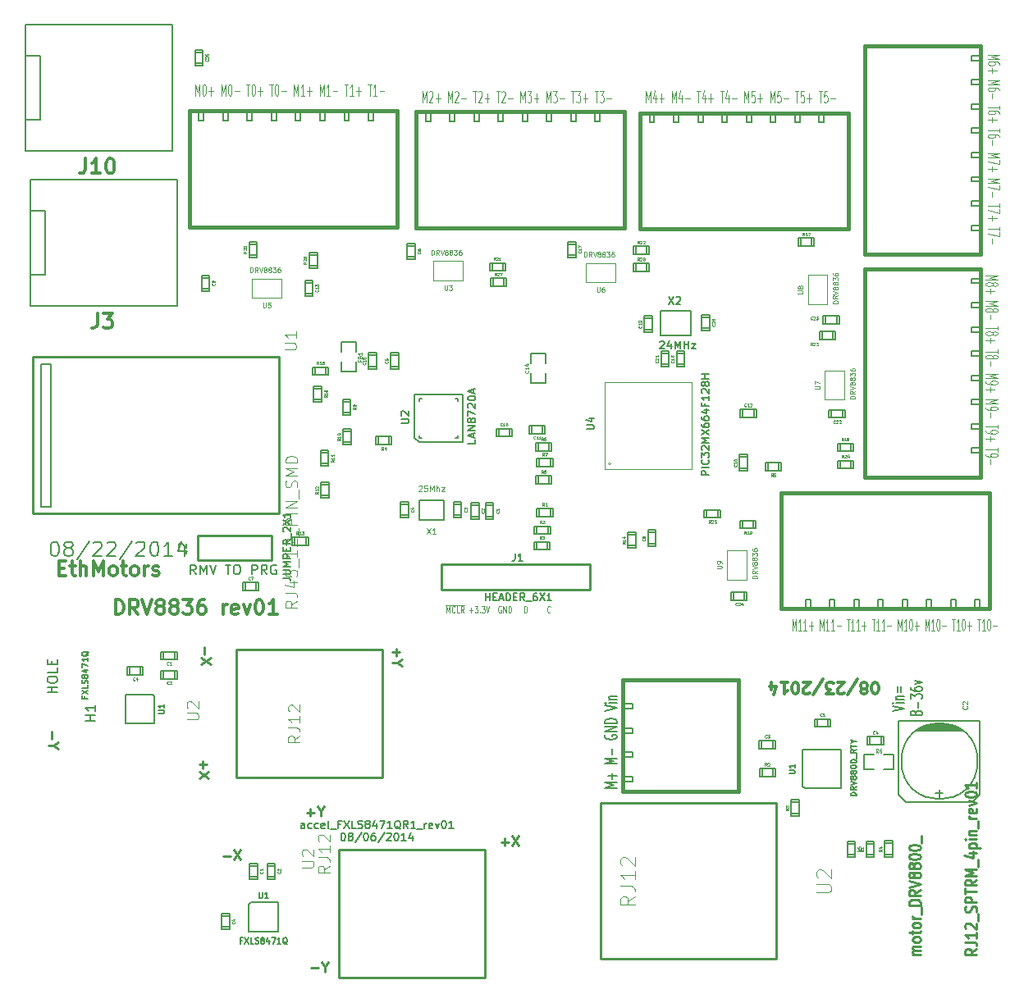
<source format=gto>
G04 (created by PCBNEW (2013-08-24 BZR 4298)-stable) date Sat 23 Aug 2014 11:13:58 AM PDT*
%MOIN*%
G04 Gerber Fmt 3.4, Leading zero omitted, Abs format*
%FSLAX34Y34*%
G01*
G70*
G90*
G04 APERTURE LIST*
%ADD10C,0.005906*%
%ADD11C,0.007874*%
%ADD12C,0.003937*%
%ADD13C,0.011811*%
%ADD14C,0.004921*%
%ADD15C,0.009843*%
%ADD16C,0.003900*%
%ADD17C,0.005000*%
%ADD18C,0.007900*%
%ADD19C,0.005900*%
%ADD20C,0.015000*%
%ADD21C,0.010000*%
%ADD22C,0.002000*%
%ADD23C,0.012000*%
%ADD24C,0.001969*%
%ADD25C,0.003700*%
%ADD26C,0.007500*%
%ADD27C,0.004700*%
G04 APERTURE END LIST*
G54D10*
G54D11*
X40154Y-41556D02*
X40023Y-41368D01*
X39929Y-41556D02*
X39929Y-41162D01*
X40079Y-41162D01*
X40117Y-41181D01*
X40135Y-41199D01*
X40154Y-41237D01*
X40154Y-41293D01*
X40135Y-41331D01*
X40117Y-41349D01*
X40079Y-41368D01*
X39929Y-41368D01*
X40323Y-41556D02*
X40323Y-41162D01*
X40454Y-41443D01*
X40585Y-41162D01*
X40585Y-41556D01*
X40717Y-41162D02*
X40848Y-41556D01*
X40979Y-41162D01*
X41354Y-41162D02*
X41579Y-41162D01*
X41467Y-41556D02*
X41467Y-41162D01*
X41785Y-41162D02*
X41860Y-41162D01*
X41898Y-41181D01*
X41935Y-41218D01*
X41954Y-41293D01*
X41954Y-41424D01*
X41935Y-41499D01*
X41898Y-41537D01*
X41860Y-41556D01*
X41785Y-41556D01*
X41748Y-41537D01*
X41710Y-41499D01*
X41691Y-41424D01*
X41691Y-41293D01*
X41710Y-41218D01*
X41748Y-41181D01*
X41785Y-41162D01*
X42423Y-41556D02*
X42423Y-41162D01*
X42573Y-41162D01*
X42610Y-41181D01*
X42629Y-41199D01*
X42648Y-41237D01*
X42648Y-41293D01*
X42629Y-41331D01*
X42610Y-41349D01*
X42573Y-41368D01*
X42423Y-41368D01*
X43041Y-41556D02*
X42910Y-41368D01*
X42816Y-41556D02*
X42816Y-41162D01*
X42966Y-41162D01*
X43004Y-41181D01*
X43023Y-41199D01*
X43041Y-41237D01*
X43041Y-41293D01*
X43023Y-41331D01*
X43004Y-41349D01*
X42966Y-41368D01*
X42816Y-41368D01*
X43416Y-41181D02*
X43379Y-41162D01*
X43323Y-41162D01*
X43266Y-41181D01*
X43229Y-41218D01*
X43210Y-41256D01*
X43191Y-41331D01*
X43191Y-41387D01*
X43210Y-41462D01*
X43229Y-41499D01*
X43266Y-41537D01*
X43323Y-41556D01*
X43360Y-41556D01*
X43416Y-41537D01*
X43435Y-41518D01*
X43435Y-41387D01*
X43360Y-41387D01*
G54D12*
X64396Y-43835D02*
X64396Y-43363D01*
X64469Y-43700D01*
X64543Y-43363D01*
X64543Y-43835D01*
X64763Y-43835D02*
X64637Y-43835D01*
X64700Y-43835D02*
X64700Y-43363D01*
X64679Y-43430D01*
X64658Y-43475D01*
X64637Y-43498D01*
X64973Y-43835D02*
X64847Y-43835D01*
X64910Y-43835D02*
X64910Y-43363D01*
X64889Y-43430D01*
X64868Y-43475D01*
X64847Y-43498D01*
X65068Y-43655D02*
X65236Y-43655D01*
X65152Y-43835D02*
X65152Y-43475D01*
X65509Y-43835D02*
X65509Y-43363D01*
X65582Y-43700D01*
X65656Y-43363D01*
X65656Y-43835D01*
X65876Y-43835D02*
X65750Y-43835D01*
X65813Y-43835D02*
X65813Y-43363D01*
X65792Y-43430D01*
X65771Y-43475D01*
X65750Y-43498D01*
X66086Y-43835D02*
X65960Y-43835D01*
X66023Y-43835D02*
X66023Y-43363D01*
X66002Y-43430D01*
X65981Y-43475D01*
X65960Y-43498D01*
X66181Y-43655D02*
X66349Y-43655D01*
X66590Y-43363D02*
X66716Y-43363D01*
X66653Y-43835D02*
X66653Y-43363D01*
X66905Y-43835D02*
X66779Y-43835D01*
X66842Y-43835D02*
X66842Y-43363D01*
X66821Y-43430D01*
X66800Y-43475D01*
X66779Y-43498D01*
X67115Y-43835D02*
X66989Y-43835D01*
X67052Y-43835D02*
X67052Y-43363D01*
X67031Y-43430D01*
X67010Y-43475D01*
X66989Y-43498D01*
X67209Y-43655D02*
X67377Y-43655D01*
X67293Y-43835D02*
X67293Y-43475D01*
X67619Y-43363D02*
X67745Y-43363D01*
X67682Y-43835D02*
X67682Y-43363D01*
X67934Y-43835D02*
X67808Y-43835D01*
X67871Y-43835D02*
X67871Y-43363D01*
X67850Y-43430D01*
X67829Y-43475D01*
X67808Y-43498D01*
X68144Y-43835D02*
X68018Y-43835D01*
X68081Y-43835D02*
X68081Y-43363D01*
X68060Y-43430D01*
X68039Y-43475D01*
X68018Y-43498D01*
X68238Y-43655D02*
X68406Y-43655D01*
X68679Y-43835D02*
X68679Y-43363D01*
X68753Y-43700D01*
X68826Y-43363D01*
X68826Y-43835D01*
X69047Y-43835D02*
X68921Y-43835D01*
X68984Y-43835D02*
X68984Y-43363D01*
X68963Y-43430D01*
X68942Y-43475D01*
X68921Y-43498D01*
X69183Y-43363D02*
X69204Y-43363D01*
X69225Y-43385D01*
X69236Y-43408D01*
X69246Y-43453D01*
X69257Y-43543D01*
X69257Y-43655D01*
X69246Y-43745D01*
X69236Y-43790D01*
X69225Y-43813D01*
X69204Y-43835D01*
X69183Y-43835D01*
X69162Y-43813D01*
X69152Y-43790D01*
X69141Y-43745D01*
X69131Y-43655D01*
X69131Y-43543D01*
X69141Y-43453D01*
X69152Y-43408D01*
X69162Y-43385D01*
X69183Y-43363D01*
X69351Y-43655D02*
X69519Y-43655D01*
X69435Y-43835D02*
X69435Y-43475D01*
X69792Y-43835D02*
X69792Y-43363D01*
X69866Y-43700D01*
X69939Y-43363D01*
X69939Y-43835D01*
X70160Y-43835D02*
X70034Y-43835D01*
X70097Y-43835D02*
X70097Y-43363D01*
X70076Y-43430D01*
X70055Y-43475D01*
X70034Y-43498D01*
X70296Y-43363D02*
X70317Y-43363D01*
X70338Y-43385D01*
X70349Y-43408D01*
X70359Y-43453D01*
X70370Y-43543D01*
X70370Y-43655D01*
X70359Y-43745D01*
X70349Y-43790D01*
X70338Y-43813D01*
X70317Y-43835D01*
X70296Y-43835D01*
X70275Y-43813D01*
X70265Y-43790D01*
X70254Y-43745D01*
X70244Y-43655D01*
X70244Y-43543D01*
X70254Y-43453D01*
X70265Y-43408D01*
X70275Y-43385D01*
X70296Y-43363D01*
X70464Y-43655D02*
X70632Y-43655D01*
X70874Y-43363D02*
X70999Y-43363D01*
X70937Y-43835D02*
X70937Y-43363D01*
X71188Y-43835D02*
X71062Y-43835D01*
X71125Y-43835D02*
X71125Y-43363D01*
X71104Y-43430D01*
X71083Y-43475D01*
X71062Y-43498D01*
X71325Y-43363D02*
X71346Y-43363D01*
X71367Y-43385D01*
X71377Y-43408D01*
X71388Y-43453D01*
X71398Y-43543D01*
X71398Y-43655D01*
X71388Y-43745D01*
X71377Y-43790D01*
X71367Y-43813D01*
X71346Y-43835D01*
X71325Y-43835D01*
X71304Y-43813D01*
X71293Y-43790D01*
X71283Y-43745D01*
X71272Y-43655D01*
X71272Y-43543D01*
X71283Y-43453D01*
X71293Y-43408D01*
X71304Y-43385D01*
X71325Y-43363D01*
X71493Y-43655D02*
X71661Y-43655D01*
X71577Y-43835D02*
X71577Y-43475D01*
X71902Y-43363D02*
X72028Y-43363D01*
X71965Y-43835D02*
X71965Y-43363D01*
X72217Y-43835D02*
X72091Y-43835D01*
X72154Y-43835D02*
X72154Y-43363D01*
X72133Y-43430D01*
X72112Y-43475D01*
X72091Y-43498D01*
X72354Y-43363D02*
X72375Y-43363D01*
X72396Y-43385D01*
X72406Y-43408D01*
X72417Y-43453D01*
X72427Y-43543D01*
X72427Y-43655D01*
X72417Y-43745D01*
X72406Y-43790D01*
X72396Y-43813D01*
X72375Y-43835D01*
X72354Y-43835D01*
X72333Y-43813D01*
X72322Y-43790D01*
X72312Y-43745D01*
X72301Y-43655D01*
X72301Y-43543D01*
X72312Y-43453D01*
X72322Y-43408D01*
X72333Y-43385D01*
X72354Y-43363D01*
X72522Y-43655D02*
X72690Y-43655D01*
X72246Y-29409D02*
X72719Y-29409D01*
X72381Y-29494D01*
X72719Y-29580D01*
X72246Y-29580D01*
X72516Y-29738D02*
X72539Y-29714D01*
X72561Y-29701D01*
X72606Y-29689D01*
X72629Y-29689D01*
X72674Y-29701D01*
X72696Y-29714D01*
X72719Y-29738D01*
X72719Y-29787D01*
X72696Y-29811D01*
X72674Y-29823D01*
X72629Y-29835D01*
X72606Y-29835D01*
X72561Y-29823D01*
X72539Y-29811D01*
X72516Y-29787D01*
X72516Y-29738D01*
X72494Y-29714D01*
X72471Y-29701D01*
X72426Y-29689D01*
X72336Y-29689D01*
X72291Y-29701D01*
X72269Y-29714D01*
X72246Y-29738D01*
X72246Y-29787D01*
X72269Y-29811D01*
X72291Y-29823D01*
X72336Y-29835D01*
X72426Y-29835D01*
X72471Y-29823D01*
X72494Y-29811D01*
X72516Y-29787D01*
X72426Y-29945D02*
X72426Y-30140D01*
X72246Y-30043D02*
X72606Y-30043D01*
X72246Y-30457D02*
X72719Y-30457D01*
X72381Y-30542D01*
X72719Y-30628D01*
X72246Y-30628D01*
X72516Y-30786D02*
X72539Y-30762D01*
X72561Y-30749D01*
X72606Y-30737D01*
X72629Y-30737D01*
X72674Y-30749D01*
X72696Y-30762D01*
X72719Y-30786D01*
X72719Y-30835D01*
X72696Y-30859D01*
X72674Y-30871D01*
X72629Y-30883D01*
X72606Y-30883D01*
X72561Y-30871D01*
X72539Y-30859D01*
X72516Y-30835D01*
X72516Y-30786D01*
X72494Y-30762D01*
X72471Y-30749D01*
X72426Y-30737D01*
X72336Y-30737D01*
X72291Y-30749D01*
X72269Y-30762D01*
X72246Y-30786D01*
X72246Y-30835D01*
X72269Y-30859D01*
X72291Y-30871D01*
X72336Y-30883D01*
X72426Y-30883D01*
X72471Y-30871D01*
X72494Y-30859D01*
X72516Y-30835D01*
X72426Y-30993D02*
X72426Y-31188D01*
X72719Y-31468D02*
X72719Y-31615D01*
X72246Y-31541D02*
X72719Y-31541D01*
X72516Y-31736D02*
X72539Y-31712D01*
X72561Y-31700D01*
X72606Y-31688D01*
X72629Y-31688D01*
X72674Y-31700D01*
X72696Y-31712D01*
X72719Y-31736D01*
X72719Y-31785D01*
X72696Y-31810D01*
X72674Y-31822D01*
X72629Y-31834D01*
X72606Y-31834D01*
X72561Y-31822D01*
X72539Y-31810D01*
X72516Y-31785D01*
X72516Y-31736D01*
X72494Y-31712D01*
X72471Y-31700D01*
X72426Y-31688D01*
X72336Y-31688D01*
X72291Y-31700D01*
X72269Y-31712D01*
X72246Y-31736D01*
X72246Y-31785D01*
X72269Y-31810D01*
X72291Y-31822D01*
X72336Y-31834D01*
X72426Y-31834D01*
X72471Y-31822D01*
X72494Y-31810D01*
X72516Y-31785D01*
X72426Y-31944D02*
X72426Y-32139D01*
X72246Y-32041D02*
X72606Y-32041D01*
X72719Y-32419D02*
X72719Y-32565D01*
X72246Y-32492D02*
X72719Y-32492D01*
X72516Y-32687D02*
X72539Y-32663D01*
X72561Y-32650D01*
X72606Y-32638D01*
X72629Y-32638D01*
X72674Y-32650D01*
X72696Y-32663D01*
X72719Y-32687D01*
X72719Y-32736D01*
X72696Y-32760D01*
X72674Y-32772D01*
X72629Y-32784D01*
X72606Y-32784D01*
X72561Y-32772D01*
X72539Y-32760D01*
X72516Y-32736D01*
X72516Y-32687D01*
X72494Y-32663D01*
X72471Y-32650D01*
X72426Y-32638D01*
X72336Y-32638D01*
X72291Y-32650D01*
X72269Y-32663D01*
X72246Y-32687D01*
X72246Y-32736D01*
X72269Y-32760D01*
X72291Y-32772D01*
X72336Y-32784D01*
X72426Y-32784D01*
X72471Y-32772D01*
X72494Y-32760D01*
X72516Y-32736D01*
X72426Y-32894D02*
X72426Y-33089D01*
X72246Y-33406D02*
X72719Y-33406D01*
X72381Y-33491D01*
X72719Y-33577D01*
X72246Y-33577D01*
X72246Y-33711D02*
X72246Y-33759D01*
X72269Y-33784D01*
X72291Y-33796D01*
X72359Y-33820D01*
X72449Y-33832D01*
X72629Y-33832D01*
X72674Y-33820D01*
X72696Y-33808D01*
X72719Y-33784D01*
X72719Y-33735D01*
X72696Y-33711D01*
X72674Y-33698D01*
X72629Y-33686D01*
X72516Y-33686D01*
X72471Y-33698D01*
X72449Y-33711D01*
X72426Y-33735D01*
X72426Y-33784D01*
X72449Y-33808D01*
X72471Y-33820D01*
X72516Y-33832D01*
X72426Y-33942D02*
X72426Y-34137D01*
X72246Y-34040D02*
X72606Y-34040D01*
X72246Y-34454D02*
X72719Y-34454D01*
X72381Y-34539D01*
X72719Y-34625D01*
X72246Y-34625D01*
X72246Y-34759D02*
X72246Y-34807D01*
X72269Y-34832D01*
X72291Y-34844D01*
X72359Y-34868D01*
X72449Y-34880D01*
X72629Y-34880D01*
X72674Y-34868D01*
X72696Y-34856D01*
X72719Y-34832D01*
X72719Y-34783D01*
X72696Y-34759D01*
X72674Y-34746D01*
X72629Y-34734D01*
X72516Y-34734D01*
X72471Y-34746D01*
X72449Y-34759D01*
X72426Y-34783D01*
X72426Y-34832D01*
X72449Y-34856D01*
X72471Y-34868D01*
X72516Y-34880D01*
X72426Y-34990D02*
X72426Y-35185D01*
X72719Y-35465D02*
X72719Y-35612D01*
X72246Y-35538D02*
X72719Y-35538D01*
X72246Y-35709D02*
X72246Y-35758D01*
X72269Y-35782D01*
X72291Y-35794D01*
X72359Y-35819D01*
X72449Y-35831D01*
X72629Y-35831D01*
X72674Y-35819D01*
X72696Y-35807D01*
X72719Y-35782D01*
X72719Y-35733D01*
X72696Y-35709D01*
X72674Y-35697D01*
X72629Y-35685D01*
X72516Y-35685D01*
X72471Y-35697D01*
X72449Y-35709D01*
X72426Y-35733D01*
X72426Y-35782D01*
X72449Y-35807D01*
X72471Y-35819D01*
X72516Y-35831D01*
X72426Y-35941D02*
X72426Y-36136D01*
X72246Y-36038D02*
X72606Y-36038D01*
X72719Y-36416D02*
X72719Y-36562D01*
X72246Y-36489D02*
X72719Y-36489D01*
X72246Y-36660D02*
X72246Y-36708D01*
X72269Y-36733D01*
X72291Y-36745D01*
X72359Y-36769D01*
X72449Y-36781D01*
X72629Y-36781D01*
X72674Y-36769D01*
X72696Y-36757D01*
X72719Y-36733D01*
X72719Y-36684D01*
X72696Y-36660D01*
X72674Y-36647D01*
X72629Y-36635D01*
X72516Y-36635D01*
X72471Y-36647D01*
X72449Y-36660D01*
X72426Y-36684D01*
X72426Y-36733D01*
X72449Y-36757D01*
X72471Y-36769D01*
X72516Y-36781D01*
X72426Y-36891D02*
X72426Y-37086D01*
X72325Y-20433D02*
X72798Y-20433D01*
X72460Y-20518D01*
X72798Y-20603D01*
X72325Y-20603D01*
X72798Y-20835D02*
X72798Y-20786D01*
X72775Y-20762D01*
X72753Y-20749D01*
X72685Y-20725D01*
X72595Y-20713D01*
X72415Y-20713D01*
X72370Y-20725D01*
X72348Y-20737D01*
X72325Y-20762D01*
X72325Y-20810D01*
X72348Y-20835D01*
X72370Y-20847D01*
X72415Y-20859D01*
X72528Y-20859D01*
X72573Y-20847D01*
X72595Y-20835D01*
X72618Y-20810D01*
X72618Y-20762D01*
X72595Y-20737D01*
X72573Y-20725D01*
X72528Y-20713D01*
X72505Y-20969D02*
X72505Y-21164D01*
X72325Y-21066D02*
X72685Y-21066D01*
X72325Y-21481D02*
X72798Y-21481D01*
X72460Y-21566D01*
X72798Y-21651D01*
X72325Y-21651D01*
X72798Y-21883D02*
X72798Y-21834D01*
X72775Y-21810D01*
X72753Y-21797D01*
X72685Y-21773D01*
X72595Y-21761D01*
X72415Y-21761D01*
X72370Y-21773D01*
X72348Y-21785D01*
X72325Y-21810D01*
X72325Y-21858D01*
X72348Y-21883D01*
X72370Y-21895D01*
X72415Y-21907D01*
X72528Y-21907D01*
X72573Y-21895D01*
X72595Y-21883D01*
X72618Y-21858D01*
X72618Y-21810D01*
X72595Y-21785D01*
X72573Y-21773D01*
X72528Y-21761D01*
X72505Y-22017D02*
X72505Y-22212D01*
X72798Y-22492D02*
X72798Y-22638D01*
X72325Y-22565D02*
X72798Y-22565D01*
X72798Y-22833D02*
X72798Y-22784D01*
X72775Y-22760D01*
X72753Y-22748D01*
X72685Y-22724D01*
X72595Y-22711D01*
X72415Y-22711D01*
X72370Y-22724D01*
X72348Y-22736D01*
X72325Y-22760D01*
X72325Y-22809D01*
X72348Y-22833D01*
X72370Y-22845D01*
X72415Y-22858D01*
X72528Y-22858D01*
X72573Y-22845D01*
X72595Y-22833D01*
X72618Y-22809D01*
X72618Y-22760D01*
X72595Y-22736D01*
X72573Y-22724D01*
X72528Y-22711D01*
X72505Y-22967D02*
X72505Y-23162D01*
X72325Y-23065D02*
X72685Y-23065D01*
X72798Y-23443D02*
X72798Y-23589D01*
X72325Y-23516D02*
X72798Y-23516D01*
X72798Y-23784D02*
X72798Y-23735D01*
X72775Y-23711D01*
X72753Y-23698D01*
X72685Y-23674D01*
X72595Y-23662D01*
X72415Y-23662D01*
X72370Y-23674D01*
X72348Y-23686D01*
X72325Y-23711D01*
X72325Y-23759D01*
X72348Y-23784D01*
X72370Y-23796D01*
X72415Y-23808D01*
X72528Y-23808D01*
X72573Y-23796D01*
X72595Y-23784D01*
X72618Y-23759D01*
X72618Y-23711D01*
X72595Y-23686D01*
X72573Y-23674D01*
X72528Y-23662D01*
X72505Y-23918D02*
X72505Y-24113D01*
X72325Y-24430D02*
X72798Y-24430D01*
X72460Y-24515D01*
X72798Y-24600D01*
X72325Y-24600D01*
X72798Y-24698D02*
X72798Y-24868D01*
X72325Y-24759D01*
X72505Y-24966D02*
X72505Y-25161D01*
X72325Y-25063D02*
X72685Y-25063D01*
X72325Y-25478D02*
X72798Y-25478D01*
X72460Y-25563D01*
X72798Y-25648D01*
X72325Y-25648D01*
X72798Y-25746D02*
X72798Y-25916D01*
X72325Y-25807D01*
X72505Y-26014D02*
X72505Y-26209D01*
X72798Y-26489D02*
X72798Y-26635D01*
X72325Y-26562D02*
X72798Y-26562D01*
X72798Y-26696D02*
X72798Y-26867D01*
X72325Y-26757D01*
X72505Y-26964D02*
X72505Y-27159D01*
X72325Y-27062D02*
X72685Y-27062D01*
X72798Y-27440D02*
X72798Y-27586D01*
X72325Y-27513D02*
X72798Y-27513D01*
X72798Y-27647D02*
X72798Y-27817D01*
X72325Y-27708D01*
X72505Y-27915D02*
X72505Y-28110D01*
X58444Y-22379D02*
X58444Y-21906D01*
X58530Y-22244D01*
X58615Y-21906D01*
X58615Y-22379D01*
X58847Y-22064D02*
X58847Y-22379D01*
X58786Y-21884D02*
X58725Y-22221D01*
X58883Y-22221D01*
X58981Y-22199D02*
X59176Y-22199D01*
X59078Y-22379D02*
X59078Y-22019D01*
X59492Y-22379D02*
X59492Y-21906D01*
X59578Y-22244D01*
X59663Y-21906D01*
X59663Y-22379D01*
X59895Y-22064D02*
X59895Y-22379D01*
X59834Y-21884D02*
X59773Y-22221D01*
X59931Y-22221D01*
X60029Y-22199D02*
X60224Y-22199D01*
X60504Y-21906D02*
X60650Y-21906D01*
X60577Y-22379D02*
X60577Y-21906D01*
X60845Y-22064D02*
X60845Y-22379D01*
X60784Y-21884D02*
X60723Y-22221D01*
X60882Y-22221D01*
X60979Y-22199D02*
X61174Y-22199D01*
X61077Y-22379D02*
X61077Y-22019D01*
X61454Y-21906D02*
X61601Y-21906D01*
X61527Y-22379D02*
X61527Y-21906D01*
X61796Y-22064D02*
X61796Y-22379D01*
X61735Y-21884D02*
X61674Y-22221D01*
X61832Y-22221D01*
X61930Y-22199D02*
X62125Y-22199D01*
X62441Y-22379D02*
X62441Y-21906D01*
X62527Y-22244D01*
X62612Y-21906D01*
X62612Y-22379D01*
X62856Y-21906D02*
X62734Y-21906D01*
X62722Y-22131D01*
X62734Y-22109D01*
X62758Y-22086D01*
X62819Y-22086D01*
X62844Y-22109D01*
X62856Y-22131D01*
X62868Y-22176D01*
X62868Y-22289D01*
X62856Y-22334D01*
X62844Y-22356D01*
X62819Y-22379D01*
X62758Y-22379D01*
X62734Y-22356D01*
X62722Y-22334D01*
X62978Y-22199D02*
X63173Y-22199D01*
X63075Y-22379D02*
X63075Y-22019D01*
X63489Y-22379D02*
X63489Y-21906D01*
X63575Y-22244D01*
X63660Y-21906D01*
X63660Y-22379D01*
X63904Y-21906D02*
X63782Y-21906D01*
X63770Y-22131D01*
X63782Y-22109D01*
X63806Y-22086D01*
X63867Y-22086D01*
X63892Y-22109D01*
X63904Y-22131D01*
X63916Y-22176D01*
X63916Y-22289D01*
X63904Y-22334D01*
X63892Y-22356D01*
X63867Y-22379D01*
X63806Y-22379D01*
X63782Y-22356D01*
X63770Y-22334D01*
X64026Y-22199D02*
X64221Y-22199D01*
X64501Y-21906D02*
X64647Y-21906D01*
X64574Y-22379D02*
X64574Y-21906D01*
X64854Y-21906D02*
X64732Y-21906D01*
X64720Y-22131D01*
X64732Y-22109D01*
X64757Y-22086D01*
X64818Y-22086D01*
X64842Y-22109D01*
X64854Y-22131D01*
X64866Y-22176D01*
X64866Y-22289D01*
X64854Y-22334D01*
X64842Y-22356D01*
X64818Y-22379D01*
X64757Y-22379D01*
X64732Y-22356D01*
X64720Y-22334D01*
X64976Y-22199D02*
X65171Y-22199D01*
X65074Y-22379D02*
X65074Y-22019D01*
X65451Y-21906D02*
X65598Y-21906D01*
X65524Y-22379D02*
X65524Y-21906D01*
X65805Y-21906D02*
X65683Y-21906D01*
X65671Y-22131D01*
X65683Y-22109D01*
X65707Y-22086D01*
X65768Y-22086D01*
X65793Y-22109D01*
X65805Y-22131D01*
X65817Y-22176D01*
X65817Y-22289D01*
X65805Y-22334D01*
X65793Y-22356D01*
X65768Y-22379D01*
X65707Y-22379D01*
X65683Y-22356D01*
X65671Y-22334D01*
X65927Y-22199D02*
X66122Y-22199D01*
X49350Y-22379D02*
X49350Y-21906D01*
X49435Y-22244D01*
X49520Y-21906D01*
X49520Y-22379D01*
X49630Y-21951D02*
X49642Y-21929D01*
X49667Y-21906D01*
X49728Y-21906D01*
X49752Y-21929D01*
X49764Y-21951D01*
X49776Y-21996D01*
X49776Y-22041D01*
X49764Y-22109D01*
X49618Y-22379D01*
X49776Y-22379D01*
X49886Y-22199D02*
X50081Y-22199D01*
X49984Y-22379D02*
X49984Y-22019D01*
X50398Y-22379D02*
X50398Y-21906D01*
X50483Y-22244D01*
X50568Y-21906D01*
X50568Y-22379D01*
X50678Y-21951D02*
X50690Y-21929D01*
X50715Y-21906D01*
X50776Y-21906D01*
X50800Y-21929D01*
X50812Y-21951D01*
X50824Y-21996D01*
X50824Y-22041D01*
X50812Y-22109D01*
X50666Y-22379D01*
X50824Y-22379D01*
X50934Y-22199D02*
X51129Y-22199D01*
X51409Y-21906D02*
X51556Y-21906D01*
X51482Y-22379D02*
X51482Y-21906D01*
X51629Y-21951D02*
X51641Y-21929D01*
X51665Y-21906D01*
X51726Y-21906D01*
X51751Y-21929D01*
X51763Y-21951D01*
X51775Y-21996D01*
X51775Y-22041D01*
X51763Y-22109D01*
X51616Y-22379D01*
X51775Y-22379D01*
X51885Y-22199D02*
X52080Y-22199D01*
X51982Y-22379D02*
X51982Y-22019D01*
X52360Y-21906D02*
X52506Y-21906D01*
X52433Y-22379D02*
X52433Y-21906D01*
X52579Y-21951D02*
X52591Y-21929D01*
X52616Y-21906D01*
X52677Y-21906D01*
X52701Y-21929D01*
X52713Y-21951D01*
X52725Y-21996D01*
X52725Y-22041D01*
X52713Y-22109D01*
X52567Y-22379D01*
X52725Y-22379D01*
X52835Y-22199D02*
X53030Y-22199D01*
X53347Y-22379D02*
X53347Y-21906D01*
X53432Y-22244D01*
X53517Y-21906D01*
X53517Y-22379D01*
X53615Y-21906D02*
X53773Y-21906D01*
X53688Y-22086D01*
X53725Y-22086D01*
X53749Y-22109D01*
X53761Y-22131D01*
X53773Y-22176D01*
X53773Y-22289D01*
X53761Y-22334D01*
X53749Y-22356D01*
X53725Y-22379D01*
X53652Y-22379D01*
X53627Y-22356D01*
X53615Y-22334D01*
X53883Y-22199D02*
X54078Y-22199D01*
X53981Y-22379D02*
X53981Y-22019D01*
X54395Y-22379D02*
X54395Y-21906D01*
X54480Y-22244D01*
X54565Y-21906D01*
X54565Y-22379D01*
X54663Y-21906D02*
X54821Y-21906D01*
X54736Y-22086D01*
X54773Y-22086D01*
X54797Y-22109D01*
X54809Y-22131D01*
X54821Y-22176D01*
X54821Y-22289D01*
X54809Y-22334D01*
X54797Y-22356D01*
X54773Y-22379D01*
X54700Y-22379D01*
X54675Y-22356D01*
X54663Y-22334D01*
X54931Y-22199D02*
X55126Y-22199D01*
X55406Y-21906D02*
X55553Y-21906D01*
X55479Y-22379D02*
X55479Y-21906D01*
X55613Y-21906D02*
X55772Y-21906D01*
X55687Y-22086D01*
X55723Y-22086D01*
X55748Y-22109D01*
X55760Y-22131D01*
X55772Y-22176D01*
X55772Y-22289D01*
X55760Y-22334D01*
X55748Y-22356D01*
X55723Y-22379D01*
X55650Y-22379D01*
X55626Y-22356D01*
X55613Y-22334D01*
X55882Y-22199D02*
X56077Y-22199D01*
X55979Y-22379D02*
X55979Y-22019D01*
X56357Y-21906D02*
X56503Y-21906D01*
X56430Y-22379D02*
X56430Y-21906D01*
X56564Y-21906D02*
X56722Y-21906D01*
X56637Y-22086D01*
X56674Y-22086D01*
X56698Y-22109D01*
X56710Y-22131D01*
X56722Y-22176D01*
X56722Y-22289D01*
X56710Y-22334D01*
X56698Y-22356D01*
X56674Y-22379D01*
X56601Y-22379D01*
X56576Y-22356D01*
X56564Y-22334D01*
X56832Y-22199D02*
X57027Y-22199D01*
X40137Y-22103D02*
X40137Y-21631D01*
X40223Y-21968D01*
X40308Y-21631D01*
X40308Y-22103D01*
X40479Y-21631D02*
X40503Y-21631D01*
X40527Y-21653D01*
X40539Y-21676D01*
X40552Y-21721D01*
X40564Y-21811D01*
X40564Y-21923D01*
X40552Y-22013D01*
X40539Y-22058D01*
X40527Y-22080D01*
X40503Y-22103D01*
X40479Y-22103D01*
X40454Y-22080D01*
X40442Y-22058D01*
X40430Y-22013D01*
X40418Y-21923D01*
X40418Y-21811D01*
X40430Y-21721D01*
X40442Y-21676D01*
X40454Y-21653D01*
X40479Y-21631D01*
X40673Y-21923D02*
X40868Y-21923D01*
X40771Y-22103D02*
X40771Y-21743D01*
X41185Y-22103D02*
X41185Y-21631D01*
X41271Y-21968D01*
X41356Y-21631D01*
X41356Y-22103D01*
X41526Y-21631D02*
X41551Y-21631D01*
X41575Y-21653D01*
X41587Y-21676D01*
X41600Y-21721D01*
X41612Y-21811D01*
X41612Y-21923D01*
X41600Y-22013D01*
X41587Y-22058D01*
X41575Y-22080D01*
X41551Y-22103D01*
X41526Y-22103D01*
X41502Y-22080D01*
X41490Y-22058D01*
X41478Y-22013D01*
X41466Y-21923D01*
X41466Y-21811D01*
X41478Y-21721D01*
X41490Y-21676D01*
X41502Y-21653D01*
X41526Y-21631D01*
X41721Y-21923D02*
X41916Y-21923D01*
X42197Y-21631D02*
X42343Y-21631D01*
X42270Y-22103D02*
X42270Y-21631D01*
X42477Y-21631D02*
X42501Y-21631D01*
X42526Y-21653D01*
X42538Y-21676D01*
X42550Y-21721D01*
X42562Y-21811D01*
X42562Y-21923D01*
X42550Y-22013D01*
X42538Y-22058D01*
X42526Y-22080D01*
X42501Y-22103D01*
X42477Y-22103D01*
X42453Y-22080D01*
X42440Y-22058D01*
X42428Y-22013D01*
X42416Y-21923D01*
X42416Y-21811D01*
X42428Y-21721D01*
X42440Y-21676D01*
X42453Y-21653D01*
X42477Y-21631D01*
X42672Y-21923D02*
X42867Y-21923D01*
X42769Y-22103D02*
X42769Y-21743D01*
X43147Y-21631D02*
X43293Y-21631D01*
X43220Y-22103D02*
X43220Y-21631D01*
X43428Y-21631D02*
X43452Y-21631D01*
X43476Y-21653D01*
X43488Y-21676D01*
X43501Y-21721D01*
X43513Y-21811D01*
X43513Y-21923D01*
X43501Y-22013D01*
X43488Y-22058D01*
X43476Y-22080D01*
X43452Y-22103D01*
X43428Y-22103D01*
X43403Y-22080D01*
X43391Y-22058D01*
X43379Y-22013D01*
X43367Y-21923D01*
X43367Y-21811D01*
X43379Y-21721D01*
X43391Y-21676D01*
X43403Y-21653D01*
X43428Y-21631D01*
X43622Y-21923D02*
X43817Y-21923D01*
X44134Y-22103D02*
X44134Y-21631D01*
X44220Y-21968D01*
X44305Y-21631D01*
X44305Y-22103D01*
X44561Y-22103D02*
X44415Y-22103D01*
X44488Y-22103D02*
X44488Y-21631D01*
X44463Y-21698D01*
X44439Y-21743D01*
X44415Y-21766D01*
X44670Y-21923D02*
X44865Y-21923D01*
X44768Y-22103D02*
X44768Y-21743D01*
X45182Y-22103D02*
X45182Y-21631D01*
X45268Y-21968D01*
X45353Y-21631D01*
X45353Y-22103D01*
X45609Y-22103D02*
X45463Y-22103D01*
X45536Y-22103D02*
X45536Y-21631D01*
X45511Y-21698D01*
X45487Y-21743D01*
X45463Y-21766D01*
X45718Y-21923D02*
X45913Y-21923D01*
X46194Y-21631D02*
X46340Y-21631D01*
X46267Y-22103D02*
X46267Y-21631D01*
X46559Y-22103D02*
X46413Y-22103D01*
X46486Y-22103D02*
X46486Y-21631D01*
X46462Y-21698D01*
X46437Y-21743D01*
X46413Y-21766D01*
X46669Y-21923D02*
X46864Y-21923D01*
X46766Y-22103D02*
X46766Y-21743D01*
X47144Y-21631D02*
X47290Y-21631D01*
X47217Y-22103D02*
X47217Y-21631D01*
X47510Y-22103D02*
X47364Y-22103D01*
X47437Y-22103D02*
X47437Y-21631D01*
X47412Y-21698D01*
X47388Y-21743D01*
X47364Y-21766D01*
X47619Y-21923D02*
X47814Y-21923D01*
G54D13*
X36881Y-43180D02*
X36881Y-42589D01*
X37021Y-42589D01*
X37106Y-42618D01*
X37162Y-42674D01*
X37190Y-42730D01*
X37218Y-42843D01*
X37218Y-42927D01*
X37190Y-43039D01*
X37162Y-43096D01*
X37106Y-43152D01*
X37021Y-43180D01*
X36881Y-43180D01*
X37809Y-43180D02*
X37612Y-42899D01*
X37471Y-43180D02*
X37471Y-42589D01*
X37696Y-42589D01*
X37753Y-42618D01*
X37781Y-42646D01*
X37809Y-42702D01*
X37809Y-42786D01*
X37781Y-42843D01*
X37753Y-42871D01*
X37696Y-42899D01*
X37471Y-42899D01*
X37978Y-42589D02*
X38174Y-43180D01*
X38371Y-42589D01*
X38652Y-42843D02*
X38596Y-42814D01*
X38568Y-42786D01*
X38540Y-42730D01*
X38540Y-42702D01*
X38568Y-42646D01*
X38596Y-42618D01*
X38652Y-42589D01*
X38765Y-42589D01*
X38821Y-42618D01*
X38849Y-42646D01*
X38877Y-42702D01*
X38877Y-42730D01*
X38849Y-42786D01*
X38821Y-42814D01*
X38765Y-42843D01*
X38652Y-42843D01*
X38596Y-42871D01*
X38568Y-42899D01*
X38540Y-42955D01*
X38540Y-43068D01*
X38568Y-43124D01*
X38596Y-43152D01*
X38652Y-43180D01*
X38765Y-43180D01*
X38821Y-43152D01*
X38849Y-43124D01*
X38877Y-43068D01*
X38877Y-42955D01*
X38849Y-42899D01*
X38821Y-42871D01*
X38765Y-42843D01*
X39215Y-42843D02*
X39159Y-42814D01*
X39131Y-42786D01*
X39102Y-42730D01*
X39102Y-42702D01*
X39131Y-42646D01*
X39159Y-42618D01*
X39215Y-42589D01*
X39327Y-42589D01*
X39384Y-42618D01*
X39412Y-42646D01*
X39440Y-42702D01*
X39440Y-42730D01*
X39412Y-42786D01*
X39384Y-42814D01*
X39327Y-42843D01*
X39215Y-42843D01*
X39159Y-42871D01*
X39131Y-42899D01*
X39102Y-42955D01*
X39102Y-43068D01*
X39131Y-43124D01*
X39159Y-43152D01*
X39215Y-43180D01*
X39327Y-43180D01*
X39384Y-43152D01*
X39412Y-43124D01*
X39440Y-43068D01*
X39440Y-42955D01*
X39412Y-42899D01*
X39384Y-42871D01*
X39327Y-42843D01*
X39637Y-42589D02*
X40002Y-42589D01*
X39805Y-42814D01*
X39890Y-42814D01*
X39946Y-42843D01*
X39974Y-42871D01*
X40002Y-42927D01*
X40002Y-43068D01*
X39974Y-43124D01*
X39946Y-43152D01*
X39890Y-43180D01*
X39721Y-43180D01*
X39665Y-43152D01*
X39637Y-43124D01*
X40508Y-42589D02*
X40396Y-42589D01*
X40340Y-42618D01*
X40312Y-42646D01*
X40255Y-42730D01*
X40227Y-42843D01*
X40227Y-43068D01*
X40255Y-43124D01*
X40284Y-43152D01*
X40340Y-43180D01*
X40452Y-43180D01*
X40508Y-43152D01*
X40537Y-43124D01*
X40565Y-43068D01*
X40565Y-42927D01*
X40537Y-42871D01*
X40508Y-42843D01*
X40452Y-42814D01*
X40340Y-42814D01*
X40284Y-42843D01*
X40255Y-42871D01*
X40227Y-42927D01*
X41268Y-43180D02*
X41268Y-42786D01*
X41268Y-42899D02*
X41296Y-42843D01*
X41324Y-42814D01*
X41380Y-42786D01*
X41437Y-42786D01*
X41858Y-43152D02*
X41802Y-43180D01*
X41690Y-43180D01*
X41633Y-43152D01*
X41605Y-43096D01*
X41605Y-42871D01*
X41633Y-42814D01*
X41690Y-42786D01*
X41802Y-42786D01*
X41858Y-42814D01*
X41886Y-42871D01*
X41886Y-42927D01*
X41605Y-42983D01*
X42083Y-42786D02*
X42224Y-43180D01*
X42365Y-42786D01*
X42702Y-42589D02*
X42758Y-42589D01*
X42814Y-42618D01*
X42843Y-42646D01*
X42871Y-42702D01*
X42899Y-42814D01*
X42899Y-42955D01*
X42871Y-43068D01*
X42843Y-43124D01*
X42814Y-43152D01*
X42758Y-43180D01*
X42702Y-43180D01*
X42646Y-43152D01*
X42618Y-43124D01*
X42589Y-43068D01*
X42561Y-42955D01*
X42561Y-42814D01*
X42589Y-42702D01*
X42618Y-42646D01*
X42646Y-42618D01*
X42702Y-42589D01*
X43461Y-43180D02*
X43124Y-43180D01*
X43293Y-43180D02*
X43293Y-42589D01*
X43236Y-42674D01*
X43180Y-42730D01*
X43124Y-42758D01*
G54D11*
X34392Y-40227D02*
X34448Y-40227D01*
X34505Y-40255D01*
X34533Y-40284D01*
X34561Y-40340D01*
X34589Y-40452D01*
X34589Y-40593D01*
X34561Y-40705D01*
X34533Y-40762D01*
X34505Y-40790D01*
X34448Y-40818D01*
X34392Y-40818D01*
X34336Y-40790D01*
X34308Y-40762D01*
X34280Y-40705D01*
X34251Y-40593D01*
X34251Y-40452D01*
X34280Y-40340D01*
X34308Y-40284D01*
X34336Y-40255D01*
X34392Y-40227D01*
X34926Y-40480D02*
X34870Y-40452D01*
X34842Y-40424D01*
X34814Y-40368D01*
X34814Y-40340D01*
X34842Y-40284D01*
X34870Y-40255D01*
X34926Y-40227D01*
X35039Y-40227D01*
X35095Y-40255D01*
X35123Y-40284D01*
X35151Y-40340D01*
X35151Y-40368D01*
X35123Y-40424D01*
X35095Y-40452D01*
X35039Y-40480D01*
X34926Y-40480D01*
X34870Y-40508D01*
X34842Y-40537D01*
X34814Y-40593D01*
X34814Y-40705D01*
X34842Y-40762D01*
X34870Y-40790D01*
X34926Y-40818D01*
X35039Y-40818D01*
X35095Y-40790D01*
X35123Y-40762D01*
X35151Y-40705D01*
X35151Y-40593D01*
X35123Y-40537D01*
X35095Y-40508D01*
X35039Y-40480D01*
X35826Y-40199D02*
X35320Y-40958D01*
X35995Y-40284D02*
X36023Y-40255D01*
X36079Y-40227D01*
X36220Y-40227D01*
X36276Y-40255D01*
X36304Y-40284D01*
X36332Y-40340D01*
X36332Y-40396D01*
X36304Y-40480D01*
X35967Y-40818D01*
X36332Y-40818D01*
X36557Y-40284D02*
X36586Y-40255D01*
X36642Y-40227D01*
X36782Y-40227D01*
X36839Y-40255D01*
X36867Y-40284D01*
X36895Y-40340D01*
X36895Y-40396D01*
X36867Y-40480D01*
X36529Y-40818D01*
X36895Y-40818D01*
X37570Y-40199D02*
X37064Y-40958D01*
X37739Y-40284D02*
X37767Y-40255D01*
X37823Y-40227D01*
X37964Y-40227D01*
X38020Y-40255D01*
X38048Y-40284D01*
X38076Y-40340D01*
X38076Y-40396D01*
X38048Y-40480D01*
X37710Y-40818D01*
X38076Y-40818D01*
X38442Y-40227D02*
X38498Y-40227D01*
X38554Y-40255D01*
X38582Y-40284D01*
X38610Y-40340D01*
X38638Y-40452D01*
X38638Y-40593D01*
X38610Y-40705D01*
X38582Y-40762D01*
X38554Y-40790D01*
X38498Y-40818D01*
X38442Y-40818D01*
X38385Y-40790D01*
X38357Y-40762D01*
X38329Y-40705D01*
X38301Y-40593D01*
X38301Y-40452D01*
X38329Y-40340D01*
X38357Y-40284D01*
X38385Y-40255D01*
X38442Y-40227D01*
X39201Y-40818D02*
X38863Y-40818D01*
X39032Y-40818D02*
X39032Y-40227D01*
X38976Y-40312D01*
X38920Y-40368D01*
X38863Y-40396D01*
X39707Y-40424D02*
X39707Y-40818D01*
X39566Y-40199D02*
X39426Y-40621D01*
X39791Y-40621D01*
G54D13*
X34589Y-41296D02*
X34786Y-41296D01*
X34870Y-41605D02*
X34589Y-41605D01*
X34589Y-41015D01*
X34870Y-41015D01*
X35039Y-41212D02*
X35264Y-41212D01*
X35123Y-41015D02*
X35123Y-41521D01*
X35151Y-41577D01*
X35208Y-41605D01*
X35264Y-41605D01*
X35461Y-41605D02*
X35461Y-41015D01*
X35714Y-41605D02*
X35714Y-41296D01*
X35686Y-41240D01*
X35629Y-41212D01*
X35545Y-41212D01*
X35489Y-41240D01*
X35461Y-41268D01*
X35995Y-41605D02*
X35995Y-41015D01*
X36192Y-41437D01*
X36389Y-41015D01*
X36389Y-41605D01*
X36754Y-41605D02*
X36698Y-41577D01*
X36670Y-41549D01*
X36642Y-41493D01*
X36642Y-41324D01*
X36670Y-41268D01*
X36698Y-41240D01*
X36754Y-41212D01*
X36839Y-41212D01*
X36895Y-41240D01*
X36923Y-41268D01*
X36951Y-41324D01*
X36951Y-41493D01*
X36923Y-41549D01*
X36895Y-41577D01*
X36839Y-41605D01*
X36754Y-41605D01*
X37120Y-41212D02*
X37345Y-41212D01*
X37204Y-41015D02*
X37204Y-41521D01*
X37232Y-41577D01*
X37289Y-41605D01*
X37345Y-41605D01*
X37626Y-41605D02*
X37570Y-41577D01*
X37542Y-41549D01*
X37514Y-41493D01*
X37514Y-41324D01*
X37542Y-41268D01*
X37570Y-41240D01*
X37626Y-41212D01*
X37710Y-41212D01*
X37767Y-41240D01*
X37795Y-41268D01*
X37823Y-41324D01*
X37823Y-41493D01*
X37795Y-41549D01*
X37767Y-41577D01*
X37710Y-41605D01*
X37626Y-41605D01*
X38076Y-41605D02*
X38076Y-41212D01*
X38076Y-41324D02*
X38104Y-41268D01*
X38132Y-41240D01*
X38188Y-41212D01*
X38245Y-41212D01*
X38413Y-41577D02*
X38470Y-41605D01*
X38582Y-41605D01*
X38638Y-41577D01*
X38667Y-41521D01*
X38667Y-41493D01*
X38638Y-41437D01*
X38582Y-41408D01*
X38498Y-41408D01*
X38442Y-41380D01*
X38413Y-41324D01*
X38413Y-41296D01*
X38442Y-41240D01*
X38498Y-41212D01*
X38582Y-41212D01*
X38638Y-41240D01*
G54D14*
X50336Y-43116D02*
X50336Y-42841D01*
X50402Y-43038D01*
X50467Y-42841D01*
X50467Y-43116D01*
X50673Y-43090D02*
X50664Y-43103D01*
X50636Y-43116D01*
X50617Y-43116D01*
X50589Y-43103D01*
X50570Y-43077D01*
X50561Y-43051D01*
X50552Y-42998D01*
X50552Y-42959D01*
X50561Y-42906D01*
X50570Y-42880D01*
X50589Y-42854D01*
X50617Y-42841D01*
X50636Y-42841D01*
X50664Y-42854D01*
X50673Y-42867D01*
X50852Y-43116D02*
X50758Y-43116D01*
X50758Y-42841D01*
X51030Y-43116D02*
X50964Y-42985D01*
X50917Y-43116D02*
X50917Y-42841D01*
X50992Y-42841D01*
X51011Y-42854D01*
X51020Y-42867D01*
X51030Y-42893D01*
X51030Y-42933D01*
X51020Y-42959D01*
X51011Y-42972D01*
X50992Y-42985D01*
X50917Y-42985D01*
X50289Y-42793D02*
X51067Y-42793D01*
X51264Y-43011D02*
X51414Y-43011D01*
X51339Y-43116D02*
X51339Y-42906D01*
X51489Y-42841D02*
X51611Y-42841D01*
X51545Y-42946D01*
X51573Y-42946D01*
X51592Y-42959D01*
X51601Y-42972D01*
X51611Y-42998D01*
X51611Y-43064D01*
X51601Y-43090D01*
X51592Y-43103D01*
X51573Y-43116D01*
X51517Y-43116D01*
X51498Y-43103D01*
X51489Y-43090D01*
X51695Y-43090D02*
X51705Y-43103D01*
X51695Y-43116D01*
X51686Y-43103D01*
X51695Y-43090D01*
X51695Y-43116D01*
X51770Y-42841D02*
X51892Y-42841D01*
X51826Y-42946D01*
X51855Y-42946D01*
X51873Y-42959D01*
X51883Y-42972D01*
X51892Y-42998D01*
X51892Y-43064D01*
X51883Y-43090D01*
X51873Y-43103D01*
X51855Y-43116D01*
X51798Y-43116D01*
X51780Y-43103D01*
X51770Y-43090D01*
X51948Y-42841D02*
X52014Y-43116D01*
X52080Y-42841D01*
X52548Y-42854D02*
X52529Y-42841D01*
X52501Y-42841D01*
X52473Y-42854D01*
X52455Y-42880D01*
X52445Y-42906D01*
X52436Y-42959D01*
X52436Y-42998D01*
X52445Y-43051D01*
X52455Y-43077D01*
X52473Y-43103D01*
X52501Y-43116D01*
X52520Y-43116D01*
X52548Y-43103D01*
X52558Y-43090D01*
X52558Y-42998D01*
X52520Y-42998D01*
X52642Y-43116D02*
X52642Y-42841D01*
X52754Y-43116D01*
X52754Y-42841D01*
X52848Y-43116D02*
X52848Y-42841D01*
X52895Y-42841D01*
X52923Y-42854D01*
X52942Y-42880D01*
X52951Y-42906D01*
X52961Y-42959D01*
X52961Y-42998D01*
X52951Y-43051D01*
X52942Y-43077D01*
X52923Y-43103D01*
X52895Y-43116D01*
X52848Y-43116D01*
X53495Y-43116D02*
X53495Y-42841D01*
X53542Y-42841D01*
X53570Y-42854D01*
X53589Y-42880D01*
X53598Y-42906D01*
X53607Y-42959D01*
X53607Y-42998D01*
X53598Y-43051D01*
X53589Y-43077D01*
X53570Y-43103D01*
X53542Y-43116D01*
X53495Y-43116D01*
X54554Y-43090D02*
X54545Y-43103D01*
X54517Y-43116D01*
X54498Y-43116D01*
X54470Y-43103D01*
X54451Y-43077D01*
X54442Y-43051D01*
X54432Y-42998D01*
X54432Y-42959D01*
X54442Y-42906D01*
X54451Y-42880D01*
X54470Y-42854D01*
X54498Y-42841D01*
X54517Y-42841D01*
X54545Y-42854D01*
X54554Y-42867D01*
G54D15*
X40513Y-44495D02*
X40513Y-44795D01*
X40756Y-44945D02*
X40363Y-45207D01*
X40756Y-45207D02*
X40363Y-44945D01*
X34312Y-47958D02*
X34312Y-48258D01*
X34349Y-48521D02*
X34162Y-48521D01*
X34556Y-48390D02*
X34349Y-48521D01*
X34556Y-48652D01*
X40434Y-49140D02*
X40434Y-49440D01*
X40284Y-49290D02*
X40584Y-49290D01*
X40678Y-49590D02*
X40284Y-49853D01*
X40678Y-49853D02*
X40284Y-49590D01*
X48288Y-44573D02*
X48288Y-44872D01*
X48138Y-44723D02*
X48438Y-44723D01*
X48326Y-45135D02*
X48138Y-45135D01*
X48532Y-45004D02*
X48326Y-45135D01*
X48532Y-45266D01*
G54D11*
X68451Y-47102D02*
X68924Y-46997D01*
X68451Y-46892D01*
X68924Y-46787D02*
X68609Y-46787D01*
X68451Y-46787D02*
X68474Y-46802D01*
X68496Y-46787D01*
X68474Y-46772D01*
X68451Y-46787D01*
X68496Y-46787D01*
X68609Y-46637D02*
X68924Y-46637D01*
X68654Y-46637D02*
X68631Y-46622D01*
X68609Y-46592D01*
X68609Y-46547D01*
X68631Y-46517D01*
X68676Y-46502D01*
X68924Y-46502D01*
X68676Y-46352D02*
X68676Y-46112D01*
X68811Y-46112D02*
X68811Y-46352D01*
X69394Y-47229D02*
X69372Y-47259D01*
X69349Y-47274D01*
X69304Y-47289D01*
X69282Y-47289D01*
X69237Y-47274D01*
X69214Y-47259D01*
X69192Y-47229D01*
X69192Y-47169D01*
X69214Y-47139D01*
X69237Y-47124D01*
X69282Y-47109D01*
X69304Y-47109D01*
X69349Y-47124D01*
X69372Y-47139D01*
X69394Y-47169D01*
X69394Y-47229D01*
X69417Y-47259D01*
X69439Y-47274D01*
X69484Y-47289D01*
X69574Y-47289D01*
X69619Y-47274D01*
X69642Y-47259D01*
X69664Y-47229D01*
X69664Y-47169D01*
X69642Y-47139D01*
X69619Y-47124D01*
X69574Y-47109D01*
X69484Y-47109D01*
X69439Y-47124D01*
X69417Y-47139D01*
X69394Y-47169D01*
X69484Y-46974D02*
X69484Y-46734D01*
X69192Y-46614D02*
X69192Y-46419D01*
X69372Y-46524D01*
X69372Y-46479D01*
X69394Y-46449D01*
X69417Y-46434D01*
X69462Y-46419D01*
X69574Y-46419D01*
X69619Y-46434D01*
X69642Y-46449D01*
X69664Y-46479D01*
X69664Y-46569D01*
X69642Y-46599D01*
X69619Y-46614D01*
X69192Y-46149D02*
X69192Y-46209D01*
X69214Y-46239D01*
X69237Y-46254D01*
X69304Y-46284D01*
X69394Y-46299D01*
X69574Y-46299D01*
X69619Y-46284D01*
X69642Y-46269D01*
X69664Y-46239D01*
X69664Y-46179D01*
X69642Y-46149D01*
X69619Y-46134D01*
X69574Y-46119D01*
X69462Y-46119D01*
X69417Y-46134D01*
X69394Y-46149D01*
X69372Y-46179D01*
X69372Y-46239D01*
X69394Y-46269D01*
X69417Y-46284D01*
X69462Y-46299D01*
X69349Y-46014D02*
X69664Y-45939D01*
X69349Y-45864D01*
G54D13*
X67771Y-46410D02*
X67726Y-46410D01*
X67681Y-46387D01*
X67658Y-46365D01*
X67636Y-46320D01*
X67613Y-46230D01*
X67613Y-46117D01*
X67636Y-46027D01*
X67658Y-45982D01*
X67681Y-45960D01*
X67726Y-45937D01*
X67771Y-45937D01*
X67816Y-45960D01*
X67838Y-45982D01*
X67861Y-46027D01*
X67883Y-46117D01*
X67883Y-46230D01*
X67861Y-46320D01*
X67838Y-46365D01*
X67816Y-46387D01*
X67771Y-46410D01*
X67343Y-46207D02*
X67388Y-46230D01*
X67411Y-46252D01*
X67433Y-46297D01*
X67433Y-46320D01*
X67411Y-46365D01*
X67388Y-46387D01*
X67343Y-46410D01*
X67253Y-46410D01*
X67208Y-46387D01*
X67186Y-46365D01*
X67163Y-46320D01*
X67163Y-46297D01*
X67186Y-46252D01*
X67208Y-46230D01*
X67253Y-46207D01*
X67343Y-46207D01*
X67388Y-46185D01*
X67411Y-46162D01*
X67433Y-46117D01*
X67433Y-46027D01*
X67411Y-45982D01*
X67388Y-45960D01*
X67343Y-45937D01*
X67253Y-45937D01*
X67208Y-45960D01*
X67186Y-45982D01*
X67163Y-46027D01*
X67163Y-46117D01*
X67186Y-46162D01*
X67208Y-46185D01*
X67253Y-46207D01*
X66624Y-46432D02*
X67028Y-45825D01*
X66489Y-46365D02*
X66466Y-46387D01*
X66421Y-46410D01*
X66309Y-46410D01*
X66264Y-46387D01*
X66241Y-46365D01*
X66219Y-46320D01*
X66219Y-46275D01*
X66241Y-46207D01*
X66511Y-45937D01*
X66219Y-45937D01*
X66061Y-46410D02*
X65769Y-46410D01*
X65926Y-46230D01*
X65859Y-46230D01*
X65814Y-46207D01*
X65791Y-46185D01*
X65769Y-46140D01*
X65769Y-46027D01*
X65791Y-45982D01*
X65814Y-45960D01*
X65859Y-45937D01*
X65994Y-45937D01*
X66039Y-45960D01*
X66061Y-45982D01*
X65229Y-46432D02*
X65634Y-45825D01*
X65094Y-46365D02*
X65071Y-46387D01*
X65026Y-46410D01*
X64914Y-46410D01*
X64869Y-46387D01*
X64846Y-46365D01*
X64824Y-46320D01*
X64824Y-46275D01*
X64846Y-46207D01*
X65116Y-45937D01*
X64824Y-45937D01*
X64531Y-46410D02*
X64486Y-46410D01*
X64441Y-46387D01*
X64419Y-46365D01*
X64396Y-46320D01*
X64374Y-46230D01*
X64374Y-46117D01*
X64396Y-46027D01*
X64419Y-45982D01*
X64441Y-45960D01*
X64486Y-45937D01*
X64531Y-45937D01*
X64576Y-45960D01*
X64599Y-45982D01*
X64621Y-46027D01*
X64644Y-46117D01*
X64644Y-46230D01*
X64621Y-46320D01*
X64599Y-46365D01*
X64576Y-46387D01*
X64531Y-46410D01*
X63924Y-45937D02*
X64194Y-45937D01*
X64059Y-45937D02*
X64059Y-46410D01*
X64104Y-46342D01*
X64149Y-46297D01*
X64194Y-46275D01*
X63519Y-46252D02*
X63519Y-45937D01*
X63631Y-46432D02*
X63744Y-46095D01*
X63451Y-46095D01*
G54D15*
X69593Y-57002D02*
X69278Y-57002D01*
X69323Y-57002D02*
X69301Y-56983D01*
X69278Y-56946D01*
X69278Y-56890D01*
X69301Y-56852D01*
X69346Y-56833D01*
X69593Y-56833D01*
X69346Y-56833D02*
X69301Y-56815D01*
X69278Y-56777D01*
X69278Y-56721D01*
X69301Y-56684D01*
X69346Y-56665D01*
X69593Y-56665D01*
X69593Y-56421D02*
X69571Y-56459D01*
X69548Y-56477D01*
X69503Y-56496D01*
X69368Y-56496D01*
X69323Y-56477D01*
X69301Y-56459D01*
X69278Y-56421D01*
X69278Y-56365D01*
X69301Y-56327D01*
X69323Y-56309D01*
X69368Y-56290D01*
X69503Y-56290D01*
X69548Y-56309D01*
X69571Y-56327D01*
X69593Y-56365D01*
X69593Y-56421D01*
X69278Y-56177D02*
X69278Y-56027D01*
X69121Y-56121D02*
X69526Y-56121D01*
X69571Y-56102D01*
X69593Y-56065D01*
X69593Y-56027D01*
X69593Y-55840D02*
X69571Y-55877D01*
X69548Y-55896D01*
X69503Y-55915D01*
X69368Y-55915D01*
X69323Y-55896D01*
X69301Y-55877D01*
X69278Y-55840D01*
X69278Y-55784D01*
X69301Y-55746D01*
X69323Y-55727D01*
X69368Y-55709D01*
X69503Y-55709D01*
X69548Y-55727D01*
X69571Y-55746D01*
X69593Y-55784D01*
X69593Y-55840D01*
X69593Y-55540D02*
X69278Y-55540D01*
X69368Y-55540D02*
X69323Y-55521D01*
X69301Y-55502D01*
X69278Y-55465D01*
X69278Y-55427D01*
X69638Y-55390D02*
X69638Y-55090D01*
X69593Y-54996D02*
X69121Y-54996D01*
X69121Y-54902D01*
X69143Y-54846D01*
X69188Y-54809D01*
X69233Y-54790D01*
X69323Y-54771D01*
X69391Y-54771D01*
X69481Y-54790D01*
X69526Y-54809D01*
X69571Y-54846D01*
X69593Y-54902D01*
X69593Y-54996D01*
X69593Y-54378D02*
X69368Y-54509D01*
X69593Y-54603D02*
X69121Y-54603D01*
X69121Y-54453D01*
X69143Y-54415D01*
X69166Y-54396D01*
X69211Y-54378D01*
X69278Y-54378D01*
X69323Y-54396D01*
X69346Y-54415D01*
X69368Y-54453D01*
X69368Y-54603D01*
X69121Y-54265D02*
X69593Y-54134D01*
X69121Y-54003D01*
X69323Y-53815D02*
X69301Y-53853D01*
X69278Y-53871D01*
X69233Y-53890D01*
X69211Y-53890D01*
X69166Y-53871D01*
X69143Y-53853D01*
X69121Y-53815D01*
X69121Y-53740D01*
X69143Y-53703D01*
X69166Y-53684D01*
X69211Y-53665D01*
X69233Y-53665D01*
X69278Y-53684D01*
X69301Y-53703D01*
X69323Y-53740D01*
X69323Y-53815D01*
X69346Y-53853D01*
X69368Y-53871D01*
X69413Y-53890D01*
X69503Y-53890D01*
X69548Y-53871D01*
X69571Y-53853D01*
X69593Y-53815D01*
X69593Y-53740D01*
X69571Y-53703D01*
X69548Y-53684D01*
X69503Y-53665D01*
X69413Y-53665D01*
X69368Y-53684D01*
X69346Y-53703D01*
X69323Y-53740D01*
X69323Y-53440D02*
X69301Y-53478D01*
X69278Y-53496D01*
X69233Y-53515D01*
X69211Y-53515D01*
X69166Y-53496D01*
X69143Y-53478D01*
X69121Y-53440D01*
X69121Y-53365D01*
X69143Y-53328D01*
X69166Y-53309D01*
X69211Y-53290D01*
X69233Y-53290D01*
X69278Y-53309D01*
X69301Y-53328D01*
X69323Y-53365D01*
X69323Y-53440D01*
X69346Y-53478D01*
X69368Y-53496D01*
X69413Y-53515D01*
X69503Y-53515D01*
X69548Y-53496D01*
X69571Y-53478D01*
X69593Y-53440D01*
X69593Y-53365D01*
X69571Y-53328D01*
X69548Y-53309D01*
X69503Y-53290D01*
X69413Y-53290D01*
X69368Y-53309D01*
X69346Y-53328D01*
X69323Y-53365D01*
X69121Y-53046D02*
X69121Y-53009D01*
X69143Y-52971D01*
X69166Y-52953D01*
X69211Y-52934D01*
X69301Y-52915D01*
X69413Y-52915D01*
X69503Y-52934D01*
X69548Y-52953D01*
X69571Y-52971D01*
X69593Y-53009D01*
X69593Y-53046D01*
X69571Y-53084D01*
X69548Y-53103D01*
X69503Y-53121D01*
X69413Y-53140D01*
X69301Y-53140D01*
X69211Y-53121D01*
X69166Y-53103D01*
X69143Y-53084D01*
X69121Y-53046D01*
X69121Y-52672D02*
X69121Y-52634D01*
X69143Y-52597D01*
X69166Y-52578D01*
X69211Y-52559D01*
X69301Y-52540D01*
X69413Y-52540D01*
X69503Y-52559D01*
X69548Y-52578D01*
X69571Y-52597D01*
X69593Y-52634D01*
X69593Y-52672D01*
X69571Y-52709D01*
X69548Y-52728D01*
X69503Y-52747D01*
X69413Y-52765D01*
X69301Y-52765D01*
X69211Y-52747D01*
X69166Y-52728D01*
X69143Y-52709D01*
X69121Y-52672D01*
X69638Y-52465D02*
X69638Y-52165D01*
X71873Y-56777D02*
X71648Y-56908D01*
X71873Y-57002D02*
X71400Y-57002D01*
X71400Y-56852D01*
X71423Y-56815D01*
X71445Y-56796D01*
X71490Y-56777D01*
X71558Y-56777D01*
X71603Y-56796D01*
X71625Y-56815D01*
X71648Y-56852D01*
X71648Y-57002D01*
X71400Y-56496D02*
X71738Y-56496D01*
X71805Y-56515D01*
X71850Y-56552D01*
X71873Y-56609D01*
X71873Y-56646D01*
X71873Y-56102D02*
X71873Y-56327D01*
X71873Y-56215D02*
X71400Y-56215D01*
X71468Y-56252D01*
X71513Y-56290D01*
X71535Y-56327D01*
X71445Y-55952D02*
X71423Y-55934D01*
X71400Y-55896D01*
X71400Y-55802D01*
X71423Y-55765D01*
X71445Y-55746D01*
X71490Y-55727D01*
X71535Y-55727D01*
X71603Y-55746D01*
X71873Y-55971D01*
X71873Y-55727D01*
X71918Y-55652D02*
X71918Y-55352D01*
X71850Y-55277D02*
X71873Y-55221D01*
X71873Y-55127D01*
X71850Y-55090D01*
X71828Y-55071D01*
X71783Y-55052D01*
X71738Y-55052D01*
X71693Y-55071D01*
X71670Y-55090D01*
X71648Y-55127D01*
X71625Y-55202D01*
X71603Y-55240D01*
X71580Y-55259D01*
X71535Y-55277D01*
X71490Y-55277D01*
X71445Y-55259D01*
X71423Y-55240D01*
X71400Y-55202D01*
X71400Y-55109D01*
X71423Y-55052D01*
X71873Y-54884D02*
X71400Y-54884D01*
X71400Y-54734D01*
X71423Y-54696D01*
X71445Y-54678D01*
X71490Y-54659D01*
X71558Y-54659D01*
X71603Y-54678D01*
X71625Y-54696D01*
X71648Y-54734D01*
X71648Y-54884D01*
X71400Y-54546D02*
X71400Y-54321D01*
X71873Y-54434D02*
X71400Y-54434D01*
X71873Y-53965D02*
X71648Y-54096D01*
X71873Y-54190D02*
X71400Y-54190D01*
X71400Y-54040D01*
X71423Y-54003D01*
X71445Y-53984D01*
X71490Y-53965D01*
X71558Y-53965D01*
X71603Y-53984D01*
X71625Y-54003D01*
X71648Y-54040D01*
X71648Y-54190D01*
X71873Y-53796D02*
X71400Y-53796D01*
X71738Y-53665D01*
X71400Y-53534D01*
X71873Y-53534D01*
X71918Y-53440D02*
X71918Y-53140D01*
X71558Y-52878D02*
X71873Y-52878D01*
X71378Y-52971D02*
X71715Y-53065D01*
X71715Y-52821D01*
X71558Y-52672D02*
X72030Y-52672D01*
X71580Y-52672D02*
X71558Y-52634D01*
X71558Y-52559D01*
X71580Y-52522D01*
X71603Y-52503D01*
X71648Y-52484D01*
X71783Y-52484D01*
X71828Y-52503D01*
X71850Y-52522D01*
X71873Y-52559D01*
X71873Y-52634D01*
X71850Y-52672D01*
X71873Y-52315D02*
X71558Y-52315D01*
X71400Y-52315D02*
X71423Y-52334D01*
X71445Y-52315D01*
X71423Y-52297D01*
X71400Y-52315D01*
X71445Y-52315D01*
X71558Y-52128D02*
X71873Y-52128D01*
X71603Y-52128D02*
X71580Y-52109D01*
X71558Y-52072D01*
X71558Y-52015D01*
X71580Y-51978D01*
X71625Y-51959D01*
X71873Y-51959D01*
X71918Y-51865D02*
X71918Y-51565D01*
X71873Y-51472D02*
X71558Y-51472D01*
X71648Y-51472D02*
X71603Y-51453D01*
X71580Y-51434D01*
X71558Y-51397D01*
X71558Y-51359D01*
X71850Y-51078D02*
X71873Y-51115D01*
X71873Y-51190D01*
X71850Y-51228D01*
X71805Y-51247D01*
X71625Y-51247D01*
X71580Y-51228D01*
X71558Y-51190D01*
X71558Y-51115D01*
X71580Y-51078D01*
X71625Y-51059D01*
X71670Y-51059D01*
X71715Y-51247D01*
X71558Y-50928D02*
X71873Y-50834D01*
X71558Y-50741D01*
X71400Y-50516D02*
X71400Y-50478D01*
X71423Y-50441D01*
X71445Y-50422D01*
X71490Y-50403D01*
X71580Y-50384D01*
X71693Y-50384D01*
X71783Y-50403D01*
X71828Y-50422D01*
X71850Y-50441D01*
X71873Y-50478D01*
X71873Y-50516D01*
X71850Y-50553D01*
X71828Y-50572D01*
X71783Y-50591D01*
X71693Y-50609D01*
X71580Y-50609D01*
X71490Y-50591D01*
X71445Y-50572D01*
X71423Y-50553D01*
X71400Y-50516D01*
X71873Y-50009D02*
X71873Y-50234D01*
X71873Y-50122D02*
X71400Y-50122D01*
X71468Y-50159D01*
X71513Y-50197D01*
X71535Y-50234D01*
G54D11*
X57251Y-50230D02*
X56778Y-50230D01*
X57116Y-50125D01*
X56778Y-50020D01*
X57251Y-50020D01*
X57071Y-49870D02*
X57071Y-49630D01*
X57251Y-49750D02*
X56891Y-49750D01*
X57251Y-49240D02*
X56778Y-49240D01*
X57116Y-49135D01*
X56778Y-49030D01*
X57251Y-49030D01*
X57071Y-48880D02*
X57071Y-48640D01*
X56801Y-48085D02*
X56778Y-48115D01*
X56778Y-48160D01*
X56801Y-48205D01*
X56846Y-48235D01*
X56891Y-48250D01*
X56981Y-48265D01*
X57048Y-48265D01*
X57138Y-48250D01*
X57183Y-48235D01*
X57228Y-48205D01*
X57251Y-48160D01*
X57251Y-48130D01*
X57228Y-48085D01*
X57206Y-48070D01*
X57048Y-48070D01*
X57048Y-48130D01*
X57251Y-47935D02*
X56778Y-47935D01*
X57251Y-47755D01*
X56778Y-47755D01*
X57251Y-47605D02*
X56778Y-47605D01*
X56778Y-47530D01*
X56801Y-47485D01*
X56846Y-47455D01*
X56891Y-47440D01*
X56981Y-47425D01*
X57048Y-47425D01*
X57138Y-47440D01*
X57183Y-47455D01*
X57228Y-47485D01*
X57251Y-47530D01*
X57251Y-47605D01*
X56778Y-47095D02*
X57251Y-46990D01*
X56778Y-46885D01*
X57251Y-46780D02*
X56936Y-46780D01*
X56778Y-46780D02*
X56801Y-46795D01*
X56823Y-46780D01*
X56801Y-46765D01*
X56778Y-46780D01*
X56823Y-46780D01*
X56936Y-46630D02*
X57251Y-46630D01*
X56981Y-46630D02*
X56958Y-46615D01*
X56936Y-46585D01*
X56936Y-46540D01*
X56958Y-46510D01*
X57003Y-46495D01*
X57251Y-46495D01*
G54D15*
X41257Y-53000D02*
X41556Y-53000D01*
X41706Y-52756D02*
X41969Y-53150D01*
X41969Y-52756D02*
X41706Y-53150D01*
X44838Y-57547D02*
X45138Y-57547D01*
X45401Y-57510D02*
X45401Y-57697D01*
X45269Y-57304D02*
X45401Y-57510D01*
X45532Y-57304D01*
X52556Y-52429D02*
X52856Y-52429D01*
X52706Y-52579D02*
X52706Y-52279D01*
X53006Y-52185D02*
X53268Y-52579D01*
X53268Y-52185D02*
X53006Y-52579D01*
X44661Y-51228D02*
X44961Y-51228D01*
X44811Y-51378D02*
X44811Y-51078D01*
X45224Y-51191D02*
X45224Y-51378D01*
X45092Y-50985D02*
X45224Y-51191D01*
X45355Y-50985D01*
G54D10*
X44572Y-51874D02*
X44572Y-51709D01*
X44557Y-51679D01*
X44527Y-51664D01*
X44467Y-51664D01*
X44437Y-51679D01*
X44572Y-51859D02*
X44542Y-51874D01*
X44467Y-51874D01*
X44437Y-51859D01*
X44422Y-51829D01*
X44422Y-51799D01*
X44437Y-51769D01*
X44467Y-51754D01*
X44542Y-51754D01*
X44572Y-51739D01*
X44857Y-51859D02*
X44827Y-51874D01*
X44767Y-51874D01*
X44737Y-51859D01*
X44722Y-51844D01*
X44707Y-51814D01*
X44707Y-51724D01*
X44722Y-51694D01*
X44737Y-51679D01*
X44767Y-51664D01*
X44827Y-51664D01*
X44857Y-51679D01*
X45127Y-51859D02*
X45097Y-51874D01*
X45037Y-51874D01*
X45007Y-51859D01*
X44992Y-51844D01*
X44977Y-51814D01*
X44977Y-51724D01*
X44992Y-51694D01*
X45007Y-51679D01*
X45037Y-51664D01*
X45097Y-51664D01*
X45127Y-51679D01*
X45382Y-51859D02*
X45352Y-51874D01*
X45292Y-51874D01*
X45262Y-51859D01*
X45247Y-51829D01*
X45247Y-51709D01*
X45262Y-51679D01*
X45292Y-51664D01*
X45352Y-51664D01*
X45382Y-51679D01*
X45397Y-51709D01*
X45397Y-51739D01*
X45247Y-51769D01*
X45577Y-51874D02*
X45547Y-51859D01*
X45532Y-51829D01*
X45532Y-51559D01*
X45622Y-51904D02*
X45862Y-51904D01*
X46042Y-51709D02*
X45937Y-51709D01*
X45937Y-51874D02*
X45937Y-51559D01*
X46087Y-51559D01*
X46177Y-51559D02*
X46387Y-51874D01*
X46387Y-51559D02*
X46177Y-51874D01*
X46657Y-51874D02*
X46507Y-51874D01*
X46507Y-51559D01*
X46747Y-51859D02*
X46792Y-51874D01*
X46867Y-51874D01*
X46897Y-51859D01*
X46912Y-51844D01*
X46927Y-51814D01*
X46927Y-51784D01*
X46912Y-51754D01*
X46897Y-51739D01*
X46867Y-51724D01*
X46807Y-51709D01*
X46777Y-51694D01*
X46762Y-51679D01*
X46747Y-51649D01*
X46747Y-51619D01*
X46762Y-51589D01*
X46777Y-51574D01*
X46807Y-51559D01*
X46882Y-51559D01*
X46927Y-51574D01*
X47107Y-51694D02*
X47077Y-51679D01*
X47062Y-51664D01*
X47047Y-51634D01*
X47047Y-51619D01*
X47062Y-51589D01*
X47077Y-51574D01*
X47107Y-51559D01*
X47167Y-51559D01*
X47197Y-51574D01*
X47212Y-51589D01*
X47227Y-51619D01*
X47227Y-51634D01*
X47212Y-51664D01*
X47197Y-51679D01*
X47167Y-51694D01*
X47107Y-51694D01*
X47077Y-51709D01*
X47062Y-51724D01*
X47047Y-51754D01*
X47047Y-51814D01*
X47062Y-51844D01*
X47077Y-51859D01*
X47107Y-51874D01*
X47167Y-51874D01*
X47197Y-51859D01*
X47212Y-51844D01*
X47227Y-51814D01*
X47227Y-51754D01*
X47212Y-51724D01*
X47197Y-51709D01*
X47167Y-51694D01*
X47497Y-51664D02*
X47497Y-51874D01*
X47422Y-51544D02*
X47347Y-51769D01*
X47542Y-51769D01*
X47632Y-51559D02*
X47842Y-51559D01*
X47707Y-51874D01*
X48127Y-51874D02*
X47947Y-51874D01*
X48037Y-51874D02*
X48037Y-51559D01*
X48007Y-51604D01*
X47977Y-51634D01*
X47947Y-51649D01*
X48472Y-51904D02*
X48442Y-51889D01*
X48412Y-51859D01*
X48367Y-51814D01*
X48337Y-51799D01*
X48307Y-51799D01*
X48322Y-51874D02*
X48292Y-51859D01*
X48262Y-51829D01*
X48247Y-51769D01*
X48247Y-51664D01*
X48262Y-51604D01*
X48292Y-51574D01*
X48322Y-51559D01*
X48382Y-51559D01*
X48412Y-51574D01*
X48442Y-51604D01*
X48457Y-51664D01*
X48457Y-51769D01*
X48442Y-51829D01*
X48412Y-51859D01*
X48382Y-51874D01*
X48322Y-51874D01*
X48772Y-51874D02*
X48667Y-51724D01*
X48592Y-51874D02*
X48592Y-51559D01*
X48712Y-51559D01*
X48742Y-51574D01*
X48757Y-51589D01*
X48772Y-51619D01*
X48772Y-51664D01*
X48757Y-51694D01*
X48742Y-51709D01*
X48712Y-51724D01*
X48592Y-51724D01*
X49071Y-51874D02*
X48892Y-51874D01*
X48982Y-51874D02*
X48982Y-51559D01*
X48952Y-51604D01*
X48922Y-51634D01*
X48892Y-51649D01*
X49131Y-51904D02*
X49371Y-51904D01*
X49446Y-51874D02*
X49446Y-51664D01*
X49446Y-51724D02*
X49461Y-51694D01*
X49476Y-51679D01*
X49506Y-51664D01*
X49536Y-51664D01*
X49761Y-51859D02*
X49731Y-51874D01*
X49671Y-51874D01*
X49641Y-51859D01*
X49626Y-51829D01*
X49626Y-51709D01*
X49641Y-51679D01*
X49671Y-51664D01*
X49731Y-51664D01*
X49761Y-51679D01*
X49776Y-51709D01*
X49776Y-51739D01*
X49626Y-51769D01*
X49881Y-51664D02*
X49956Y-51874D01*
X50031Y-51664D01*
X50211Y-51559D02*
X50241Y-51559D01*
X50271Y-51574D01*
X50286Y-51589D01*
X50301Y-51619D01*
X50316Y-51679D01*
X50316Y-51754D01*
X50301Y-51814D01*
X50286Y-51844D01*
X50271Y-51859D01*
X50241Y-51874D01*
X50211Y-51874D01*
X50181Y-51859D01*
X50166Y-51844D01*
X50151Y-51814D01*
X50136Y-51754D01*
X50136Y-51679D01*
X50151Y-51619D01*
X50166Y-51589D01*
X50181Y-51574D01*
X50211Y-51559D01*
X50616Y-51874D02*
X50436Y-51874D01*
X50526Y-51874D02*
X50526Y-51559D01*
X50496Y-51604D01*
X50466Y-51634D01*
X50436Y-51649D01*
X46124Y-52059D02*
X46154Y-52059D01*
X46184Y-52074D01*
X46199Y-52089D01*
X46214Y-52119D01*
X46229Y-52179D01*
X46229Y-52254D01*
X46214Y-52314D01*
X46199Y-52344D01*
X46184Y-52359D01*
X46154Y-52374D01*
X46124Y-52374D01*
X46094Y-52359D01*
X46079Y-52344D01*
X46064Y-52314D01*
X46049Y-52254D01*
X46049Y-52179D01*
X46064Y-52119D01*
X46079Y-52089D01*
X46094Y-52074D01*
X46124Y-52059D01*
X46409Y-52194D02*
X46379Y-52179D01*
X46364Y-52164D01*
X46349Y-52134D01*
X46349Y-52119D01*
X46364Y-52089D01*
X46379Y-52074D01*
X46409Y-52059D01*
X46469Y-52059D01*
X46499Y-52074D01*
X46514Y-52089D01*
X46529Y-52119D01*
X46529Y-52134D01*
X46514Y-52164D01*
X46499Y-52179D01*
X46469Y-52194D01*
X46409Y-52194D01*
X46379Y-52209D01*
X46364Y-52224D01*
X46349Y-52254D01*
X46349Y-52314D01*
X46364Y-52344D01*
X46379Y-52359D01*
X46409Y-52374D01*
X46469Y-52374D01*
X46499Y-52359D01*
X46514Y-52344D01*
X46529Y-52314D01*
X46529Y-52254D01*
X46514Y-52224D01*
X46499Y-52209D01*
X46469Y-52194D01*
X46889Y-52044D02*
X46619Y-52449D01*
X47054Y-52059D02*
X47084Y-52059D01*
X47114Y-52074D01*
X47129Y-52089D01*
X47144Y-52119D01*
X47159Y-52179D01*
X47159Y-52254D01*
X47144Y-52314D01*
X47129Y-52344D01*
X47114Y-52359D01*
X47084Y-52374D01*
X47054Y-52374D01*
X47024Y-52359D01*
X47009Y-52344D01*
X46994Y-52314D01*
X46979Y-52254D01*
X46979Y-52179D01*
X46994Y-52119D01*
X47009Y-52089D01*
X47024Y-52074D01*
X47054Y-52059D01*
X47429Y-52059D02*
X47369Y-52059D01*
X47339Y-52074D01*
X47324Y-52089D01*
X47294Y-52134D01*
X47279Y-52194D01*
X47279Y-52314D01*
X47294Y-52344D01*
X47309Y-52359D01*
X47339Y-52374D01*
X47399Y-52374D01*
X47429Y-52359D01*
X47444Y-52344D01*
X47459Y-52314D01*
X47459Y-52239D01*
X47444Y-52209D01*
X47429Y-52194D01*
X47399Y-52179D01*
X47339Y-52179D01*
X47309Y-52194D01*
X47294Y-52209D01*
X47279Y-52239D01*
X47819Y-52044D02*
X47549Y-52449D01*
X47909Y-52089D02*
X47924Y-52074D01*
X47954Y-52059D01*
X48029Y-52059D01*
X48059Y-52074D01*
X48074Y-52089D01*
X48089Y-52119D01*
X48089Y-52149D01*
X48074Y-52194D01*
X47894Y-52374D01*
X48089Y-52374D01*
X48284Y-52059D02*
X48314Y-52059D01*
X48344Y-52074D01*
X48359Y-52089D01*
X48374Y-52119D01*
X48389Y-52179D01*
X48389Y-52254D01*
X48374Y-52314D01*
X48359Y-52344D01*
X48344Y-52359D01*
X48314Y-52374D01*
X48284Y-52374D01*
X48254Y-52359D01*
X48239Y-52344D01*
X48224Y-52314D01*
X48209Y-52254D01*
X48209Y-52179D01*
X48224Y-52119D01*
X48239Y-52089D01*
X48254Y-52074D01*
X48284Y-52059D01*
X48689Y-52374D02*
X48509Y-52374D01*
X48599Y-52374D02*
X48599Y-52059D01*
X48569Y-52104D01*
X48539Y-52134D01*
X48509Y-52149D01*
X48959Y-52164D02*
X48959Y-52374D01*
X48884Y-52044D02*
X48809Y-52269D01*
X49004Y-52269D01*
G54D16*
X56755Y-37279D02*
X56755Y-33736D01*
X56755Y-33736D02*
X60299Y-33736D01*
X60299Y-33736D02*
X60299Y-37279D01*
X60299Y-37279D02*
X56755Y-37279D01*
X57011Y-37061D02*
G75*
G03X57011Y-37061I-53J0D01*
G74*
G01*
G54D17*
X33425Y-29370D02*
X34035Y-29370D01*
X34035Y-29370D02*
X34035Y-26771D01*
X34035Y-26771D02*
X33435Y-26771D01*
G54D18*
X39409Y-30630D02*
X33425Y-30630D01*
X33425Y-30630D02*
X33425Y-25510D01*
X33425Y-25510D02*
X39409Y-25510D01*
X39409Y-25510D02*
X39409Y-30630D01*
G54D17*
X52897Y-35947D02*
X52897Y-35627D01*
X52457Y-35637D02*
X52457Y-35947D01*
X52357Y-35627D02*
X52997Y-35627D01*
X52997Y-35627D02*
X52997Y-35947D01*
X52997Y-35947D02*
X52357Y-35947D01*
X52357Y-35947D02*
X52357Y-35627D01*
X47482Y-32654D02*
X47162Y-32654D01*
X47172Y-33094D02*
X47482Y-33094D01*
X47162Y-33194D02*
X47162Y-32554D01*
X47162Y-32554D02*
X47482Y-32554D01*
X47482Y-32554D02*
X47482Y-33194D01*
X47482Y-33194D02*
X47162Y-33194D01*
X51336Y-39196D02*
X51656Y-39196D01*
X51646Y-38756D02*
X51336Y-38756D01*
X51656Y-38656D02*
X51656Y-39296D01*
X51656Y-39296D02*
X51336Y-39296D01*
X51336Y-39296D02*
X51336Y-38656D01*
X51336Y-38656D02*
X51656Y-38656D01*
G54D19*
X49023Y-35992D02*
X49023Y-34228D01*
X49219Y-36188D02*
X50983Y-36188D01*
X49219Y-36188D02*
X49023Y-35992D01*
G54D18*
X49317Y-35992D02*
X49219Y-35992D01*
X49219Y-35992D02*
X49219Y-35894D01*
X50787Y-35894D02*
X50787Y-35992D01*
X50787Y-35992D02*
X50689Y-35992D01*
X50689Y-34424D02*
X50787Y-34424D01*
X50787Y-34424D02*
X50787Y-34522D01*
X49219Y-34522D02*
X49219Y-34424D01*
X49219Y-34424D02*
X49317Y-34424D01*
G54D19*
X50983Y-34228D02*
X50983Y-36188D01*
X49023Y-34228D02*
X50983Y-34228D01*
G54D17*
X47567Y-35954D02*
X47567Y-36274D01*
X48007Y-36264D02*
X48007Y-35954D01*
X48107Y-36274D02*
X47467Y-36274D01*
X47467Y-36274D02*
X47467Y-35954D01*
X47467Y-35954D02*
X48107Y-35954D01*
X48107Y-35954D02*
X48107Y-36274D01*
X51926Y-39196D02*
X52246Y-39196D01*
X52236Y-38756D02*
X51926Y-38756D01*
X52246Y-38656D02*
X52246Y-39296D01*
X52246Y-39296D02*
X51926Y-39296D01*
X51926Y-39296D02*
X51926Y-38656D01*
X51926Y-38656D02*
X52246Y-38656D01*
X50627Y-39157D02*
X50947Y-39157D01*
X50937Y-38717D02*
X50627Y-38717D01*
X50947Y-38617D02*
X50947Y-39257D01*
X50947Y-39257D02*
X50627Y-39257D01*
X50627Y-39257D02*
X50627Y-38617D01*
X50627Y-38617D02*
X50947Y-38617D01*
X48462Y-39157D02*
X48782Y-39157D01*
X48772Y-38717D02*
X48462Y-38717D01*
X48782Y-38617D02*
X48782Y-39257D01*
X48782Y-39257D02*
X48462Y-39257D01*
X48462Y-39257D02*
X48462Y-38617D01*
X48462Y-38617D02*
X48782Y-38617D01*
X48388Y-32654D02*
X48068Y-32654D01*
X48078Y-33094D02*
X48388Y-33094D01*
X48068Y-33194D02*
X48068Y-32554D01*
X48068Y-32554D02*
X48388Y-32554D01*
X48388Y-32554D02*
X48388Y-33194D01*
X48388Y-33194D02*
X48068Y-33194D01*
X62561Y-36787D02*
X62241Y-36787D01*
X62251Y-37227D02*
X62561Y-37227D01*
X62241Y-37327D02*
X62241Y-36687D01*
X62241Y-36687D02*
X62561Y-36687D01*
X62561Y-36687D02*
X62561Y-37327D01*
X62561Y-37327D02*
X62241Y-37327D01*
X53795Y-35509D02*
X53795Y-35829D01*
X54235Y-35819D02*
X54235Y-35509D01*
X54335Y-35829D02*
X53695Y-35829D01*
X53695Y-35829D02*
X53695Y-35509D01*
X53695Y-35509D02*
X54335Y-35509D01*
X54335Y-35509D02*
X54335Y-35829D01*
X62818Y-35160D02*
X62818Y-34840D01*
X62378Y-34850D02*
X62378Y-35160D01*
X62278Y-34840D02*
X62918Y-34840D01*
X62918Y-34840D02*
X62918Y-35160D01*
X62918Y-35160D02*
X62278Y-35160D01*
X62278Y-35160D02*
X62278Y-34840D01*
X60002Y-32575D02*
X59682Y-32575D01*
X59692Y-33015D02*
X60002Y-33015D01*
X59682Y-33115D02*
X59682Y-32475D01*
X59682Y-32475D02*
X60002Y-32475D01*
X60002Y-32475D02*
X60002Y-33115D01*
X60002Y-33115D02*
X59682Y-33115D01*
X58693Y-31157D02*
X58373Y-31157D01*
X58383Y-31597D02*
X58693Y-31597D01*
X58373Y-31697D02*
X58373Y-31057D01*
X58373Y-31057D02*
X58693Y-31057D01*
X58693Y-31057D02*
X58693Y-31697D01*
X58693Y-31697D02*
X58373Y-31697D01*
X60706Y-31538D02*
X61026Y-31538D01*
X61016Y-31098D02*
X60706Y-31098D01*
X61026Y-30998D02*
X61026Y-31638D01*
X61026Y-31638D02*
X60706Y-31638D01*
X60706Y-31638D02*
X60706Y-30998D01*
X60706Y-30998D02*
X61026Y-30998D01*
X59372Y-32575D02*
X59052Y-32575D01*
X59062Y-33015D02*
X59372Y-33015D01*
X59052Y-33115D02*
X59052Y-32475D01*
X59052Y-32475D02*
X59372Y-32475D01*
X59372Y-32475D02*
X59372Y-33115D01*
X59372Y-33115D02*
X59052Y-33115D01*
X54550Y-39195D02*
X54550Y-38875D01*
X54110Y-38885D02*
X54110Y-39195D01*
X54010Y-38875D02*
X54650Y-38875D01*
X54650Y-38875D02*
X54650Y-39195D01*
X54650Y-39195D02*
X54010Y-39195D01*
X54010Y-39195D02*
X54010Y-38875D01*
X54452Y-39923D02*
X54452Y-39603D01*
X54012Y-39613D02*
X54012Y-39923D01*
X53912Y-39603D02*
X54552Y-39603D01*
X54552Y-39603D02*
X54552Y-39923D01*
X54552Y-39923D02*
X53912Y-39923D01*
X53912Y-39923D02*
X53912Y-39603D01*
X54432Y-40553D02*
X54432Y-40233D01*
X53992Y-40243D02*
X53992Y-40553D01*
X53892Y-40233D02*
X54532Y-40233D01*
X54532Y-40233D02*
X54532Y-40553D01*
X54532Y-40553D02*
X53892Y-40553D01*
X53892Y-40553D02*
X53892Y-40233D01*
X54511Y-36537D02*
X54511Y-36217D01*
X54071Y-36227D02*
X54071Y-36537D01*
X53971Y-36217D02*
X54611Y-36217D01*
X54611Y-36217D02*
X54611Y-36537D01*
X54611Y-36537D02*
X53971Y-36537D01*
X53971Y-36537D02*
X53971Y-36217D01*
X54550Y-37167D02*
X54550Y-36847D01*
X54110Y-36857D02*
X54110Y-37167D01*
X54010Y-36847D02*
X54650Y-36847D01*
X54650Y-36847D02*
X54650Y-37167D01*
X54650Y-37167D02*
X54010Y-37167D01*
X54010Y-37167D02*
X54010Y-36847D01*
X54511Y-37876D02*
X54511Y-37556D01*
X54071Y-37566D02*
X54071Y-37876D01*
X53971Y-37556D02*
X54611Y-37556D01*
X54611Y-37556D02*
X54611Y-37876D01*
X54611Y-37876D02*
X53971Y-37876D01*
X53971Y-37876D02*
X53971Y-37556D01*
X46123Y-34975D02*
X46443Y-34975D01*
X46433Y-34535D02*
X46123Y-34535D01*
X46443Y-34435D02*
X46443Y-35075D01*
X46443Y-35075D02*
X46123Y-35075D01*
X46123Y-35075D02*
X46123Y-34435D01*
X46123Y-34435D02*
X46443Y-34435D01*
X46451Y-35740D02*
X46131Y-35740D01*
X46141Y-36180D02*
X46451Y-36180D01*
X46131Y-36280D02*
X46131Y-35640D01*
X46131Y-35640D02*
X46451Y-35640D01*
X46451Y-35640D02*
X46451Y-36280D01*
X46451Y-36280D02*
X46131Y-36280D01*
X45225Y-37058D02*
X45545Y-37058D01*
X45535Y-36618D02*
X45225Y-36618D01*
X45545Y-36518D02*
X45545Y-37158D01*
X45545Y-37158D02*
X45225Y-37158D01*
X45225Y-37158D02*
X45225Y-36518D01*
X45225Y-36518D02*
X45545Y-36518D01*
X45565Y-37898D02*
X45245Y-37898D01*
X45255Y-38338D02*
X45565Y-38338D01*
X45245Y-38438D02*
X45245Y-37798D01*
X45245Y-37798D02*
X45565Y-37798D01*
X45565Y-37798D02*
X45565Y-38438D01*
X45565Y-38438D02*
X45245Y-38438D01*
X44617Y-40368D02*
X44617Y-40048D01*
X44177Y-40058D02*
X44177Y-40368D01*
X44077Y-40048D02*
X44717Y-40048D01*
X44717Y-40048D02*
X44717Y-40368D01*
X44717Y-40368D02*
X44077Y-40368D01*
X44077Y-40368D02*
X44077Y-40048D01*
X58034Y-39937D02*
X57714Y-39937D01*
X57724Y-40377D02*
X58034Y-40377D01*
X57714Y-40477D02*
X57714Y-39837D01*
X57714Y-39837D02*
X58034Y-39837D01*
X58034Y-39837D02*
X58034Y-40477D01*
X58034Y-40477D02*
X57714Y-40477D01*
X45440Y-33455D02*
X45440Y-33135D01*
X45000Y-33145D02*
X45000Y-33455D01*
X44900Y-33135D02*
X45540Y-33135D01*
X45540Y-33135D02*
X45540Y-33455D01*
X45540Y-33455D02*
X44900Y-33455D01*
X44900Y-33455D02*
X44900Y-33135D01*
X44946Y-34436D02*
X45266Y-34436D01*
X45256Y-33996D02*
X44946Y-33996D01*
X45266Y-33896D02*
X45266Y-34536D01*
X45266Y-34536D02*
X44946Y-34536D01*
X44946Y-34536D02*
X44946Y-33896D01*
X44946Y-33896D02*
X45266Y-33896D01*
X58841Y-39858D02*
X58521Y-39858D01*
X58531Y-40298D02*
X58841Y-40298D01*
X58521Y-40398D02*
X58521Y-39758D01*
X58521Y-39758D02*
X58841Y-39758D01*
X58841Y-39758D02*
X58841Y-40398D01*
X58841Y-40398D02*
X58521Y-40398D01*
X40391Y-29944D02*
X40711Y-29944D01*
X40701Y-29504D02*
X40391Y-29504D01*
X40711Y-29404D02*
X40711Y-30044D01*
X40711Y-30044D02*
X40391Y-30044D01*
X40391Y-30044D02*
X40391Y-29404D01*
X40391Y-29404D02*
X40711Y-29404D01*
G54D10*
X59015Y-30846D02*
X60275Y-30846D01*
X60275Y-30846D02*
X60275Y-31830D01*
X60275Y-31830D02*
X59015Y-31830D01*
X59015Y-31830D02*
X59015Y-30846D01*
G54D17*
X42601Y-42207D02*
X42601Y-41887D01*
X42161Y-41897D02*
X42161Y-42207D01*
X42061Y-41887D02*
X42701Y-41887D01*
X42701Y-41887D02*
X42701Y-42207D01*
X42701Y-42207D02*
X42061Y-42207D01*
X42061Y-42207D02*
X42061Y-41887D01*
X54355Y-33388D02*
X54355Y-33788D01*
X54355Y-33788D02*
X53755Y-33788D01*
X53755Y-33788D02*
X53755Y-33388D01*
X53755Y-32988D02*
X53755Y-32588D01*
X53755Y-32588D02*
X54355Y-32588D01*
X54355Y-32588D02*
X54355Y-32988D01*
X63382Y-37025D02*
X63382Y-37345D01*
X63822Y-37335D02*
X63822Y-37025D01*
X63922Y-37345D02*
X63282Y-37345D01*
X63282Y-37345D02*
X63282Y-37025D01*
X63282Y-37025D02*
X63922Y-37025D01*
X63922Y-37025D02*
X63922Y-37345D01*
G54D10*
X43425Y-22716D02*
X43425Y-23110D01*
X43228Y-23110D02*
X43228Y-22716D01*
X43425Y-23110D02*
X43228Y-23110D01*
X42440Y-23110D02*
X42244Y-23110D01*
X42244Y-23110D02*
X42244Y-22716D01*
X42440Y-22716D02*
X42440Y-23110D01*
X41456Y-22716D02*
X41456Y-23110D01*
X41259Y-23110D02*
X41259Y-22716D01*
X41456Y-23110D02*
X41259Y-23110D01*
X40472Y-23110D02*
X40275Y-23110D01*
X40275Y-23110D02*
X40275Y-22716D01*
X40472Y-22716D02*
X40472Y-23110D01*
X44409Y-22716D02*
X44409Y-23110D01*
X44212Y-23110D02*
X44212Y-22716D01*
X44409Y-23110D02*
X44212Y-23110D01*
X45393Y-23110D02*
X45196Y-23110D01*
X45196Y-23110D02*
X45196Y-22716D01*
X45393Y-22716D02*
X45393Y-23110D01*
X46377Y-22716D02*
X46377Y-23110D01*
X46181Y-23110D02*
X46181Y-22716D01*
X46377Y-23110D02*
X46181Y-23110D01*
X47362Y-23110D02*
X47165Y-23110D01*
X47165Y-23110D02*
X47165Y-22716D01*
X47362Y-22716D02*
X47362Y-23110D01*
G54D20*
X48346Y-27440D02*
X48346Y-22716D01*
X48346Y-22716D02*
X39881Y-22716D01*
X39881Y-22716D02*
X39881Y-27440D01*
X39881Y-27440D02*
X48346Y-27440D01*
G54D10*
X68858Y-42952D02*
X68858Y-42559D01*
X69055Y-42559D02*
X69055Y-42952D01*
X68858Y-42559D02*
X69055Y-42559D01*
X69842Y-42559D02*
X70039Y-42559D01*
X70039Y-42559D02*
X70039Y-42952D01*
X69842Y-42952D02*
X69842Y-42559D01*
X70826Y-42952D02*
X70826Y-42559D01*
X71023Y-42559D02*
X71023Y-42952D01*
X70826Y-42559D02*
X71023Y-42559D01*
X71811Y-42559D02*
X72007Y-42559D01*
X72007Y-42559D02*
X72007Y-42952D01*
X71811Y-42952D02*
X71811Y-42559D01*
X67874Y-42952D02*
X67874Y-42559D01*
X68070Y-42559D02*
X68070Y-42952D01*
X67874Y-42559D02*
X68070Y-42559D01*
X66889Y-42559D02*
X67086Y-42559D01*
X67086Y-42559D02*
X67086Y-42952D01*
X66889Y-42952D02*
X66889Y-42559D01*
X65905Y-42952D02*
X65905Y-42559D01*
X66102Y-42559D02*
X66102Y-42952D01*
X65905Y-42559D02*
X66102Y-42559D01*
X64921Y-42559D02*
X65118Y-42559D01*
X65118Y-42559D02*
X65118Y-42952D01*
X64921Y-42952D02*
X64921Y-42559D01*
G54D20*
X63937Y-38228D02*
X63937Y-42952D01*
X63937Y-42952D02*
X72401Y-42952D01*
X72401Y-42952D02*
X72401Y-38228D01*
X72401Y-38228D02*
X63937Y-38228D01*
G54D10*
X72047Y-32677D02*
X71653Y-32677D01*
X71653Y-32480D02*
X72047Y-32480D01*
X71653Y-32677D02*
X71653Y-32480D01*
X71653Y-31692D02*
X71653Y-31496D01*
X71653Y-31496D02*
X72047Y-31496D01*
X72047Y-31692D02*
X71653Y-31692D01*
X72047Y-30708D02*
X71653Y-30708D01*
X71653Y-30511D02*
X72047Y-30511D01*
X71653Y-30708D02*
X71653Y-30511D01*
X71653Y-29724D02*
X71653Y-29527D01*
X71653Y-29527D02*
X72047Y-29527D01*
X72047Y-29724D02*
X71653Y-29724D01*
X72047Y-33661D02*
X71653Y-33661D01*
X71653Y-33464D02*
X72047Y-33464D01*
X71653Y-33661D02*
X71653Y-33464D01*
X71653Y-34645D02*
X71653Y-34448D01*
X71653Y-34448D02*
X72047Y-34448D01*
X72047Y-34645D02*
X71653Y-34645D01*
X72047Y-35629D02*
X71653Y-35629D01*
X71653Y-35433D02*
X72047Y-35433D01*
X71653Y-35629D02*
X71653Y-35433D01*
X71653Y-36614D02*
X71653Y-36417D01*
X71653Y-36417D02*
X72047Y-36417D01*
X72047Y-36614D02*
X71653Y-36614D01*
G54D20*
X67322Y-37598D02*
X72047Y-37598D01*
X72047Y-37598D02*
X72047Y-29133D01*
X72047Y-29133D02*
X67322Y-29133D01*
X67322Y-29133D02*
X67322Y-37598D01*
G54D10*
X72047Y-23622D02*
X71653Y-23622D01*
X71653Y-23425D02*
X72047Y-23425D01*
X71653Y-23622D02*
X71653Y-23425D01*
X71653Y-22637D02*
X71653Y-22440D01*
X71653Y-22440D02*
X72047Y-22440D01*
X72047Y-22637D02*
X71653Y-22637D01*
X72047Y-21653D02*
X71653Y-21653D01*
X71653Y-21456D02*
X72047Y-21456D01*
X71653Y-21653D02*
X71653Y-21456D01*
X71653Y-20669D02*
X71653Y-20472D01*
X71653Y-20472D02*
X72047Y-20472D01*
X72047Y-20669D02*
X71653Y-20669D01*
X72047Y-24606D02*
X71653Y-24606D01*
X71653Y-24409D02*
X72047Y-24409D01*
X71653Y-24606D02*
X71653Y-24409D01*
X71653Y-25590D02*
X71653Y-25393D01*
X71653Y-25393D02*
X72047Y-25393D01*
X72047Y-25590D02*
X71653Y-25590D01*
X72047Y-26574D02*
X71653Y-26574D01*
X71653Y-26377D02*
X72047Y-26377D01*
X71653Y-26574D02*
X71653Y-26377D01*
X71653Y-27559D02*
X71653Y-27362D01*
X71653Y-27362D02*
X72047Y-27362D01*
X72047Y-27559D02*
X71653Y-27559D01*
G54D20*
X67322Y-28543D02*
X72047Y-28543D01*
X72047Y-28543D02*
X72047Y-20078D01*
X72047Y-20078D02*
X67322Y-20078D01*
X67322Y-20078D02*
X67322Y-28543D01*
G54D10*
X52637Y-22755D02*
X52637Y-23149D01*
X52440Y-23149D02*
X52440Y-22755D01*
X52637Y-23149D02*
X52440Y-23149D01*
X51653Y-23149D02*
X51456Y-23149D01*
X51456Y-23149D02*
X51456Y-22755D01*
X51653Y-22755D02*
X51653Y-23149D01*
X50669Y-22755D02*
X50669Y-23149D01*
X50472Y-23149D02*
X50472Y-22755D01*
X50669Y-23149D02*
X50472Y-23149D01*
X49685Y-23149D02*
X49488Y-23149D01*
X49488Y-23149D02*
X49488Y-22755D01*
X49685Y-22755D02*
X49685Y-23149D01*
X53622Y-22755D02*
X53622Y-23149D01*
X53425Y-23149D02*
X53425Y-22755D01*
X53622Y-23149D02*
X53425Y-23149D01*
X54606Y-23149D02*
X54409Y-23149D01*
X54409Y-23149D02*
X54409Y-22755D01*
X54606Y-22755D02*
X54606Y-23149D01*
X55590Y-22755D02*
X55590Y-23149D01*
X55393Y-23149D02*
X55393Y-22755D01*
X55590Y-23149D02*
X55393Y-23149D01*
X56574Y-23149D02*
X56377Y-23149D01*
X56377Y-23149D02*
X56377Y-22755D01*
X56574Y-22755D02*
X56574Y-23149D01*
G54D20*
X57559Y-27480D02*
X57559Y-22755D01*
X57559Y-22755D02*
X49094Y-22755D01*
X49094Y-22755D02*
X49094Y-27480D01*
X49094Y-27480D02*
X57559Y-27480D01*
G54D10*
X61732Y-22795D02*
X61732Y-23188D01*
X61535Y-23188D02*
X61535Y-22795D01*
X61732Y-23188D02*
X61535Y-23188D01*
X60748Y-23188D02*
X60551Y-23188D01*
X60551Y-23188D02*
X60551Y-22795D01*
X60748Y-22795D02*
X60748Y-23188D01*
X59763Y-22795D02*
X59763Y-23188D01*
X59566Y-23188D02*
X59566Y-22795D01*
X59763Y-23188D02*
X59566Y-23188D01*
X58779Y-23188D02*
X58582Y-23188D01*
X58582Y-23188D02*
X58582Y-22795D01*
X58779Y-22795D02*
X58779Y-23188D01*
X62716Y-22795D02*
X62716Y-23188D01*
X62519Y-23188D02*
X62519Y-22795D01*
X62716Y-23188D02*
X62519Y-23188D01*
X63700Y-23188D02*
X63503Y-23188D01*
X63503Y-23188D02*
X63503Y-22795D01*
X63700Y-22795D02*
X63700Y-23188D01*
X64685Y-22795D02*
X64685Y-23188D01*
X64488Y-23188D02*
X64488Y-22795D01*
X64685Y-23188D02*
X64488Y-23188D01*
X65669Y-23188D02*
X65472Y-23188D01*
X65472Y-23188D02*
X65472Y-22795D01*
X65669Y-22795D02*
X65669Y-23188D01*
G54D20*
X66653Y-27519D02*
X66653Y-22795D01*
X66653Y-22795D02*
X58188Y-22795D01*
X58188Y-22795D02*
X58188Y-27519D01*
X58188Y-27519D02*
X66653Y-27519D01*
G54D17*
X52621Y-29215D02*
X52621Y-28895D01*
X52181Y-28905D02*
X52181Y-29215D01*
X52081Y-28895D02*
X52721Y-28895D01*
X52721Y-28895D02*
X52721Y-29215D01*
X52721Y-29215D02*
X52081Y-29215D01*
X52081Y-29215D02*
X52081Y-28895D01*
X60909Y-38930D02*
X60909Y-39250D01*
X61349Y-39240D02*
X61349Y-38930D01*
X61449Y-39250D02*
X60809Y-39250D01*
X60809Y-39250D02*
X60809Y-38930D01*
X60809Y-38930D02*
X61449Y-38930D01*
X61449Y-38930D02*
X61449Y-39250D01*
X62350Y-39371D02*
X62350Y-39691D01*
X62790Y-39681D02*
X62790Y-39371D01*
X62890Y-39691D02*
X62250Y-39691D01*
X62250Y-39691D02*
X62250Y-39371D01*
X62250Y-39371D02*
X62890Y-39371D01*
X62890Y-39371D02*
X62890Y-39691D01*
X66775Y-37246D02*
X66775Y-36926D01*
X66335Y-36936D02*
X66335Y-37246D01*
X66235Y-36926D02*
X66875Y-36926D01*
X66875Y-36926D02*
X66875Y-37246D01*
X66875Y-37246D02*
X66235Y-37246D01*
X66235Y-37246D02*
X66235Y-36926D01*
X66755Y-36557D02*
X66755Y-36237D01*
X66315Y-36247D02*
X66315Y-36557D01*
X66215Y-36237D02*
X66855Y-36237D01*
X66855Y-36237D02*
X66855Y-36557D01*
X66855Y-36557D02*
X66215Y-36557D01*
X66215Y-36557D02*
X66215Y-36237D01*
X66027Y-32010D02*
X66027Y-31690D01*
X65587Y-31700D02*
X65587Y-32010D01*
X65487Y-31690D02*
X66127Y-31690D01*
X66127Y-31690D02*
X66127Y-32010D01*
X66127Y-32010D02*
X65487Y-32010D01*
X65487Y-32010D02*
X65487Y-31690D01*
X65180Y-28211D02*
X65180Y-27891D01*
X64740Y-27901D02*
X64740Y-28211D01*
X64640Y-27891D02*
X65280Y-27891D01*
X65280Y-27891D02*
X65280Y-28211D01*
X65280Y-28211D02*
X64640Y-28211D01*
X64640Y-28211D02*
X64640Y-27891D01*
X58468Y-29234D02*
X58468Y-28914D01*
X58028Y-28924D02*
X58028Y-29234D01*
X57928Y-28914D02*
X58568Y-28914D01*
X58568Y-28914D02*
X58568Y-29234D01*
X58568Y-29234D02*
X57928Y-29234D01*
X57928Y-29234D02*
X57928Y-28914D01*
X58468Y-28545D02*
X58468Y-28225D01*
X58028Y-28235D02*
X58028Y-28545D01*
X57928Y-28225D02*
X58568Y-28225D01*
X58568Y-28225D02*
X58568Y-28545D01*
X58568Y-28545D02*
X57928Y-28545D01*
X57928Y-28545D02*
X57928Y-28225D01*
X52660Y-29845D02*
X52660Y-29525D01*
X52220Y-29535D02*
X52220Y-29845D01*
X52120Y-29525D02*
X52760Y-29525D01*
X52760Y-29525D02*
X52760Y-29845D01*
X52760Y-29845D02*
X52120Y-29845D01*
X52120Y-29845D02*
X52120Y-29525D01*
X62000Y-42280D02*
X62000Y-42600D01*
X62440Y-42590D02*
X62440Y-42280D01*
X62540Y-42600D02*
X61900Y-42600D01*
X61900Y-42600D02*
X61900Y-42280D01*
X61900Y-42280D02*
X62540Y-42280D01*
X62540Y-42280D02*
X62540Y-42600D01*
X65980Y-34869D02*
X65980Y-35189D01*
X66420Y-35179D02*
X66420Y-34869D01*
X66520Y-35189D02*
X65880Y-35189D01*
X65880Y-35189D02*
X65880Y-34869D01*
X65880Y-34869D02*
X66520Y-34869D01*
X66520Y-34869D02*
X66520Y-35189D01*
X65744Y-31040D02*
X65744Y-31360D01*
X66184Y-31350D02*
X66184Y-31040D01*
X66284Y-31360D02*
X65644Y-31360D01*
X65644Y-31360D02*
X65644Y-31040D01*
X65644Y-31040D02*
X66284Y-31040D01*
X66284Y-31040D02*
X66284Y-31360D01*
X55273Y-28566D02*
X55593Y-28566D01*
X55583Y-28126D02*
X55273Y-28126D01*
X55593Y-28026D02*
X55593Y-28666D01*
X55593Y-28666D02*
X55273Y-28666D01*
X55273Y-28666D02*
X55273Y-28026D01*
X55273Y-28026D02*
X55593Y-28026D01*
X45081Y-28559D02*
X44761Y-28559D01*
X44771Y-28999D02*
X45081Y-28999D01*
X44761Y-29099D02*
X44761Y-28459D01*
X44761Y-28459D02*
X45081Y-28459D01*
X45081Y-28459D02*
X45081Y-29099D01*
X45081Y-29099D02*
X44761Y-29099D01*
X42640Y-28126D02*
X42320Y-28126D01*
X42330Y-28566D02*
X42640Y-28566D01*
X42320Y-28666D02*
X42320Y-28026D01*
X42320Y-28026D02*
X42640Y-28026D01*
X42640Y-28026D02*
X42640Y-28666D01*
X42640Y-28666D02*
X42320Y-28666D01*
X48737Y-28645D02*
X49057Y-28645D01*
X49047Y-28205D02*
X48737Y-28205D01*
X49057Y-28105D02*
X49057Y-28745D01*
X49057Y-28745D02*
X48737Y-28745D01*
X48737Y-28745D02*
X48737Y-28105D01*
X48737Y-28105D02*
X49057Y-28105D01*
X44584Y-30141D02*
X44904Y-30141D01*
X44894Y-29701D02*
X44584Y-29701D01*
X44904Y-29601D02*
X44904Y-30241D01*
X44904Y-30241D02*
X44584Y-30241D01*
X44584Y-30241D02*
X44584Y-29601D01*
X44584Y-29601D02*
X44904Y-29601D01*
X40115Y-20771D02*
X40435Y-20771D01*
X40425Y-20331D02*
X40115Y-20331D01*
X40435Y-20231D02*
X40435Y-20871D01*
X40435Y-20871D02*
X40115Y-20871D01*
X40115Y-20871D02*
X40115Y-20231D01*
X40115Y-20231D02*
X40435Y-20231D01*
X33228Y-23070D02*
X33838Y-23070D01*
X33838Y-23070D02*
X33838Y-20472D01*
X33838Y-20472D02*
X33238Y-20472D01*
G54D18*
X39212Y-24331D02*
X33228Y-24331D01*
X33228Y-24331D02*
X33228Y-19211D01*
X33228Y-19211D02*
X39212Y-19211D01*
X39212Y-19211D02*
X39212Y-24331D01*
G54D21*
X43232Y-40972D02*
X43232Y-39972D01*
X43232Y-40972D02*
X40232Y-40972D01*
X40232Y-40972D02*
X40232Y-39972D01*
X40232Y-39972D02*
X43232Y-39972D01*
G54D17*
X46077Y-32516D02*
X46077Y-32116D01*
X46077Y-32116D02*
X46677Y-32116D01*
X46677Y-32116D02*
X46677Y-32516D01*
X46677Y-32916D02*
X46677Y-33316D01*
X46677Y-33316D02*
X46077Y-33316D01*
X46077Y-33316D02*
X46077Y-32916D01*
G54D21*
X56149Y-41153D02*
X50149Y-41153D01*
X56149Y-41153D02*
X56149Y-42153D01*
X56155Y-42159D02*
X50143Y-42159D01*
X50143Y-42159D02*
X50143Y-41151D01*
G54D22*
X43622Y-30315D02*
X42440Y-30315D01*
X42440Y-30315D02*
X42440Y-29527D01*
X42440Y-29527D02*
X43622Y-29527D01*
X43622Y-29527D02*
X43622Y-30315D01*
X57185Y-29685D02*
X56003Y-29685D01*
X56003Y-29685D02*
X56003Y-28897D01*
X56003Y-28897D02*
X57185Y-28897D01*
X57185Y-28897D02*
X57185Y-29685D01*
X65708Y-34449D02*
X65708Y-33267D01*
X65708Y-33267D02*
X66496Y-33267D01*
X66496Y-33267D02*
X66496Y-34449D01*
X66496Y-34449D02*
X65708Y-34449D01*
X65019Y-30571D02*
X65019Y-29389D01*
X65019Y-29389D02*
X65807Y-29389D01*
X65807Y-29389D02*
X65807Y-30571D01*
X65807Y-30571D02*
X65019Y-30571D01*
X61735Y-41760D02*
X61735Y-40578D01*
X61735Y-40578D02*
X62523Y-40578D01*
X62523Y-40578D02*
X62523Y-41760D01*
X62523Y-41760D02*
X61735Y-41760D01*
X50984Y-29606D02*
X49802Y-29606D01*
X49802Y-29606D02*
X49802Y-28818D01*
X49802Y-28818D02*
X50984Y-28818D01*
X50984Y-28818D02*
X50984Y-29606D01*
G54D10*
X34261Y-32996D02*
X33868Y-32996D01*
X33868Y-32996D02*
X33868Y-38822D01*
X33868Y-38822D02*
X34261Y-38822D01*
X34261Y-38822D02*
X34261Y-32996D01*
G54D21*
X43523Y-32720D02*
X43523Y-39059D01*
X43523Y-39059D02*
X33523Y-39059D01*
X33523Y-39059D02*
X33523Y-32720D01*
X33523Y-32720D02*
X43523Y-32720D01*
G54D10*
X50216Y-39330D02*
X49232Y-39330D01*
X49232Y-39330D02*
X49232Y-38543D01*
X49232Y-38543D02*
X50216Y-38543D01*
X50216Y-38543D02*
X50216Y-39330D01*
G54D17*
X38844Y-44692D02*
X38844Y-45012D01*
X39284Y-45002D02*
X39284Y-44692D01*
X39384Y-45012D02*
X38744Y-45012D01*
X38744Y-45012D02*
X38744Y-44692D01*
X38744Y-44692D02*
X39384Y-44692D01*
X39384Y-44692D02*
X39384Y-45012D01*
X38844Y-45479D02*
X38844Y-45799D01*
X39284Y-45789D02*
X39284Y-45479D01*
X39384Y-45799D02*
X38744Y-45799D01*
X38744Y-45799D02*
X38744Y-45479D01*
X38744Y-45479D02*
X39384Y-45479D01*
X39384Y-45479D02*
X39384Y-45799D01*
X37467Y-45322D02*
X37467Y-45642D01*
X37907Y-45632D02*
X37907Y-45322D01*
X38007Y-45642D02*
X37367Y-45642D01*
X37367Y-45642D02*
X37367Y-45322D01*
X37367Y-45322D02*
X38007Y-45322D01*
X38007Y-45322D02*
X38007Y-45642D01*
G54D21*
X47742Y-44614D02*
X47742Y-49814D01*
X47742Y-49814D02*
X41805Y-49814D01*
X41805Y-49814D02*
X41805Y-44614D01*
X41805Y-44614D02*
X47742Y-44614D01*
G54D19*
X38474Y-46515D02*
X38474Y-47618D01*
X38395Y-46437D02*
X37293Y-46437D01*
X38474Y-46515D02*
X38395Y-46437D01*
X37293Y-47618D02*
X37293Y-46437D01*
X38474Y-47618D02*
X37293Y-47618D01*
G54D17*
X70764Y-47643D02*
X69964Y-47643D01*
X69814Y-47693D02*
X70914Y-47693D01*
X71014Y-47743D02*
X69714Y-47743D01*
X69614Y-47793D02*
X71114Y-47793D01*
X69564Y-47843D02*
X71164Y-47843D01*
X71264Y-47893D02*
X69464Y-47893D01*
X71914Y-49143D02*
G75*
G03X71914Y-49143I-1550J0D01*
G74*
G01*
X72014Y-47493D02*
X68714Y-47493D01*
X68714Y-47493D02*
X68714Y-50493D01*
X68714Y-50493D02*
X69014Y-50793D01*
X69014Y-50793D02*
X71714Y-50793D01*
X71714Y-50793D02*
X72014Y-50493D01*
X72014Y-50493D02*
X72014Y-47493D01*
X70364Y-50593D02*
X70364Y-50293D01*
X70514Y-50443D02*
X70214Y-50443D01*
X67683Y-49483D02*
X67283Y-49483D01*
X67283Y-49483D02*
X67283Y-48883D01*
X67283Y-48883D02*
X67683Y-48883D01*
X68083Y-48883D02*
X68483Y-48883D01*
X68483Y-48883D02*
X68483Y-49483D01*
X68483Y-49483D02*
X68083Y-49483D01*
G54D21*
X63740Y-50826D02*
X63740Y-57165D01*
X63740Y-57165D02*
X56614Y-57165D01*
X56614Y-57165D02*
X56614Y-50826D01*
X56614Y-50826D02*
X63740Y-50826D01*
G54D19*
X64803Y-50177D02*
X64803Y-48681D01*
X64881Y-50255D02*
X66377Y-50255D01*
X64803Y-50177D02*
X64881Y-50255D01*
X66377Y-48681D02*
X66377Y-50255D01*
X64803Y-48681D02*
X66377Y-48681D01*
G54D17*
X67985Y-48476D02*
X67985Y-48156D01*
X67545Y-48166D02*
X67545Y-48476D01*
X67445Y-48156D02*
X68085Y-48156D01*
X68085Y-48156D02*
X68085Y-48476D01*
X68085Y-48476D02*
X67445Y-48476D01*
X67445Y-48476D02*
X67445Y-48156D01*
X63586Y-48634D02*
X63586Y-48314D01*
X63146Y-48324D02*
X63146Y-48634D01*
X63046Y-48314D02*
X63686Y-48314D01*
X63686Y-48314D02*
X63686Y-48634D01*
X63686Y-48634D02*
X63046Y-48634D01*
X63046Y-48634D02*
X63046Y-48314D01*
X63595Y-49776D02*
X63595Y-49456D01*
X63155Y-49466D02*
X63155Y-49776D01*
X63055Y-49456D02*
X63695Y-49456D01*
X63695Y-49456D02*
X63695Y-49776D01*
X63695Y-49776D02*
X63055Y-49776D01*
X63055Y-49776D02*
X63055Y-49456D01*
X67709Y-52506D02*
X67389Y-52506D01*
X67399Y-52946D02*
X67709Y-52946D01*
X67389Y-53046D02*
X67389Y-52406D01*
X67389Y-52406D02*
X67709Y-52406D01*
X67709Y-52406D02*
X67709Y-53046D01*
X67709Y-53046D02*
X67389Y-53046D01*
X65830Y-47748D02*
X65830Y-47428D01*
X65390Y-47438D02*
X65390Y-47748D01*
X65290Y-47428D02*
X65930Y-47428D01*
X65930Y-47428D02*
X65930Y-47748D01*
X65930Y-47748D02*
X65290Y-47748D01*
X65290Y-47748D02*
X65290Y-47428D01*
X68457Y-52486D02*
X68137Y-52486D01*
X68147Y-52926D02*
X68457Y-52926D01*
X68137Y-53026D02*
X68137Y-52386D01*
X68137Y-52386D02*
X68457Y-52386D01*
X68457Y-52386D02*
X68457Y-53026D01*
X68457Y-53026D02*
X68137Y-53026D01*
X66621Y-52946D02*
X66941Y-52946D01*
X66931Y-52506D02*
X66621Y-52506D01*
X66941Y-52406D02*
X66941Y-53046D01*
X66941Y-53046D02*
X66621Y-53046D01*
X66621Y-53046D02*
X66621Y-52406D01*
X66621Y-52406D02*
X66941Y-52406D01*
X64667Y-50823D02*
X64347Y-50823D01*
X64357Y-51263D02*
X64667Y-51263D01*
X64347Y-51363D02*
X64347Y-50723D01*
X64347Y-50723D02*
X64667Y-50723D01*
X64667Y-50723D02*
X64667Y-51363D01*
X64667Y-51363D02*
X64347Y-51363D01*
G54D10*
X57490Y-48789D02*
X57883Y-48789D01*
X57883Y-48986D02*
X57490Y-48986D01*
X57883Y-48789D02*
X57883Y-48986D01*
X57883Y-49773D02*
X57883Y-49970D01*
X57883Y-49970D02*
X57490Y-49970D01*
X57490Y-49773D02*
X57883Y-49773D01*
X57490Y-47805D02*
X57883Y-47805D01*
X57883Y-48001D02*
X57490Y-48001D01*
X57883Y-47805D02*
X57883Y-48001D01*
X57883Y-46820D02*
X57883Y-47017D01*
X57883Y-47017D02*
X57490Y-47017D01*
X57490Y-46820D02*
X57883Y-46820D01*
G54D20*
X62214Y-45836D02*
X57490Y-45836D01*
X57490Y-45836D02*
X57490Y-50364D01*
X57490Y-50364D02*
X62214Y-50364D01*
X62214Y-50364D02*
X62214Y-45836D01*
G54D19*
X42391Y-54881D02*
X43494Y-54881D01*
X42312Y-54960D02*
X42312Y-56062D01*
X42391Y-54881D02*
X42312Y-54960D01*
X43494Y-56062D02*
X42312Y-56062D01*
X43494Y-54881D02*
X43494Y-56062D01*
G54D21*
X51885Y-52753D02*
X51885Y-57954D01*
X51885Y-57954D02*
X45948Y-57954D01*
X45948Y-57954D02*
X45948Y-52753D01*
X45948Y-52753D02*
X51885Y-52753D01*
G54D17*
X41198Y-55889D02*
X41518Y-55889D01*
X41508Y-55449D02*
X41198Y-55449D01*
X41518Y-55349D02*
X41518Y-55989D01*
X41518Y-55989D02*
X41198Y-55989D01*
X41198Y-55989D02*
X41198Y-55349D01*
X41198Y-55349D02*
X41518Y-55349D01*
X43048Y-53842D02*
X43368Y-53842D01*
X43358Y-53402D02*
X43048Y-53402D01*
X43368Y-53302D02*
X43368Y-53942D01*
X43368Y-53942D02*
X43048Y-53942D01*
X43048Y-53942D02*
X43048Y-53302D01*
X43048Y-53302D02*
X43368Y-53302D01*
X42340Y-53842D02*
X42660Y-53842D01*
X42650Y-53402D02*
X42340Y-53402D01*
X42660Y-53302D02*
X42660Y-53942D01*
X42660Y-53942D02*
X42340Y-53942D01*
X42340Y-53942D02*
X42340Y-53302D01*
X42340Y-53302D02*
X42660Y-53302D01*
X56020Y-35657D02*
X56263Y-35657D01*
X56292Y-35643D01*
X56306Y-35629D01*
X56320Y-35600D01*
X56320Y-35543D01*
X56306Y-35514D01*
X56292Y-35500D01*
X56263Y-35486D01*
X56020Y-35486D01*
X56120Y-35214D02*
X56320Y-35214D01*
X56006Y-35286D02*
X56220Y-35357D01*
X56220Y-35171D01*
X60995Y-37511D02*
X60695Y-37511D01*
X60695Y-37397D01*
X60710Y-37368D01*
X60724Y-37354D01*
X60753Y-37339D01*
X60795Y-37339D01*
X60824Y-37354D01*
X60838Y-37368D01*
X60853Y-37397D01*
X60853Y-37511D01*
X60995Y-37211D02*
X60695Y-37211D01*
X60967Y-36897D02*
X60981Y-36911D01*
X60995Y-36954D01*
X60995Y-36982D01*
X60981Y-37025D01*
X60953Y-37054D01*
X60924Y-37068D01*
X60867Y-37082D01*
X60824Y-37082D01*
X60767Y-37068D01*
X60738Y-37054D01*
X60710Y-37025D01*
X60695Y-36982D01*
X60695Y-36954D01*
X60710Y-36911D01*
X60724Y-36897D01*
X60695Y-36797D02*
X60695Y-36611D01*
X60810Y-36711D01*
X60810Y-36668D01*
X60824Y-36639D01*
X60838Y-36625D01*
X60867Y-36611D01*
X60938Y-36611D01*
X60967Y-36625D01*
X60981Y-36639D01*
X60995Y-36668D01*
X60995Y-36754D01*
X60981Y-36782D01*
X60967Y-36797D01*
X60724Y-36497D02*
X60710Y-36482D01*
X60695Y-36454D01*
X60695Y-36382D01*
X60710Y-36354D01*
X60724Y-36339D01*
X60753Y-36325D01*
X60781Y-36325D01*
X60824Y-36339D01*
X60995Y-36511D01*
X60995Y-36325D01*
X60995Y-36197D02*
X60695Y-36197D01*
X60910Y-36097D01*
X60695Y-35997D01*
X60995Y-35997D01*
X60695Y-35882D02*
X60995Y-35682D01*
X60695Y-35682D02*
X60995Y-35882D01*
X60695Y-35439D02*
X60695Y-35497D01*
X60710Y-35525D01*
X60724Y-35539D01*
X60767Y-35568D01*
X60824Y-35582D01*
X60938Y-35582D01*
X60967Y-35568D01*
X60981Y-35554D01*
X60995Y-35525D01*
X60995Y-35468D01*
X60981Y-35439D01*
X60967Y-35425D01*
X60938Y-35411D01*
X60867Y-35411D01*
X60838Y-35425D01*
X60824Y-35439D01*
X60810Y-35468D01*
X60810Y-35525D01*
X60824Y-35554D01*
X60838Y-35568D01*
X60867Y-35582D01*
X60695Y-35154D02*
X60695Y-35211D01*
X60710Y-35239D01*
X60724Y-35254D01*
X60767Y-35282D01*
X60824Y-35297D01*
X60938Y-35297D01*
X60967Y-35282D01*
X60981Y-35268D01*
X60995Y-35239D01*
X60995Y-35182D01*
X60981Y-35154D01*
X60967Y-35139D01*
X60938Y-35125D01*
X60867Y-35125D01*
X60838Y-35139D01*
X60824Y-35154D01*
X60810Y-35182D01*
X60810Y-35239D01*
X60824Y-35268D01*
X60838Y-35282D01*
X60867Y-35297D01*
X60795Y-34868D02*
X60995Y-34868D01*
X60681Y-34939D02*
X60895Y-35011D01*
X60895Y-34825D01*
X60838Y-34611D02*
X60838Y-34711D01*
X60995Y-34711D02*
X60695Y-34711D01*
X60695Y-34568D01*
X60995Y-34297D02*
X60995Y-34468D01*
X60995Y-34382D02*
X60695Y-34382D01*
X60738Y-34411D01*
X60767Y-34439D01*
X60781Y-34468D01*
X60724Y-34182D02*
X60710Y-34168D01*
X60695Y-34139D01*
X60695Y-34068D01*
X60710Y-34039D01*
X60724Y-34025D01*
X60753Y-34011D01*
X60781Y-34011D01*
X60824Y-34025D01*
X60995Y-34197D01*
X60995Y-34011D01*
X60824Y-33839D02*
X60810Y-33868D01*
X60795Y-33882D01*
X60767Y-33897D01*
X60753Y-33897D01*
X60724Y-33882D01*
X60710Y-33868D01*
X60695Y-33839D01*
X60695Y-33782D01*
X60710Y-33754D01*
X60724Y-33739D01*
X60753Y-33725D01*
X60767Y-33725D01*
X60795Y-33739D01*
X60810Y-33754D01*
X60824Y-33782D01*
X60824Y-33839D01*
X60838Y-33868D01*
X60853Y-33882D01*
X60881Y-33897D01*
X60938Y-33897D01*
X60967Y-33882D01*
X60981Y-33868D01*
X60995Y-33839D01*
X60995Y-33782D01*
X60981Y-33754D01*
X60967Y-33739D01*
X60938Y-33725D01*
X60881Y-33725D01*
X60853Y-33739D01*
X60838Y-33754D01*
X60824Y-33782D01*
X60995Y-33597D02*
X60695Y-33597D01*
X60838Y-33597D02*
X60838Y-33425D01*
X60995Y-33425D02*
X60695Y-33425D01*
G54D23*
X36155Y-30954D02*
X36155Y-31382D01*
X36126Y-31468D01*
X36069Y-31525D01*
X35983Y-31554D01*
X35926Y-31554D01*
X36383Y-30954D02*
X36755Y-30954D01*
X36555Y-31182D01*
X36641Y-31182D01*
X36698Y-31211D01*
X36726Y-31240D01*
X36755Y-31297D01*
X36755Y-31440D01*
X36726Y-31497D01*
X36698Y-31525D01*
X36641Y-31554D01*
X36469Y-31554D01*
X36412Y-31525D01*
X36383Y-31497D01*
G54D24*
X52593Y-35502D02*
X52587Y-35508D01*
X52570Y-35514D01*
X52559Y-35514D01*
X52542Y-35508D01*
X52531Y-35497D01*
X52525Y-35485D01*
X52520Y-35463D01*
X52520Y-35446D01*
X52525Y-35424D01*
X52531Y-35412D01*
X52542Y-35401D01*
X52559Y-35395D01*
X52570Y-35395D01*
X52587Y-35401D01*
X52593Y-35407D01*
X52705Y-35514D02*
X52638Y-35514D01*
X52672Y-35514D02*
X52672Y-35395D01*
X52660Y-35412D01*
X52649Y-35424D01*
X52638Y-35429D01*
X52807Y-35395D02*
X52784Y-35395D01*
X52773Y-35401D01*
X52767Y-35407D01*
X52756Y-35424D01*
X52750Y-35446D01*
X52750Y-35491D01*
X52756Y-35502D01*
X52762Y-35508D01*
X52773Y-35514D01*
X52795Y-35514D01*
X52807Y-35508D01*
X52812Y-35502D01*
X52818Y-35491D01*
X52818Y-35463D01*
X52812Y-35452D01*
X52807Y-35446D01*
X52795Y-35440D01*
X52773Y-35440D01*
X52762Y-35446D01*
X52756Y-35452D01*
X52750Y-35463D01*
X47038Y-32957D02*
X47043Y-32963D01*
X47049Y-32980D01*
X47049Y-32991D01*
X47043Y-33008D01*
X47032Y-33019D01*
X47021Y-33025D01*
X46998Y-33030D01*
X46982Y-33030D01*
X46959Y-33025D01*
X46948Y-33019D01*
X46937Y-33008D01*
X46931Y-32991D01*
X46931Y-32980D01*
X46937Y-32963D01*
X46942Y-32957D01*
X47049Y-32845D02*
X47049Y-32912D01*
X47049Y-32879D02*
X46931Y-32879D01*
X46948Y-32890D01*
X46959Y-32901D01*
X46965Y-32912D01*
X46931Y-32738D02*
X46931Y-32794D01*
X46987Y-32800D01*
X46982Y-32794D01*
X46976Y-32783D01*
X46976Y-32755D01*
X46982Y-32744D01*
X46987Y-32738D01*
X46998Y-32732D01*
X47026Y-32732D01*
X47038Y-32738D01*
X47043Y-32744D01*
X47049Y-32755D01*
X47049Y-32783D01*
X47043Y-32794D01*
X47038Y-32800D01*
X51865Y-38988D02*
X51870Y-38993D01*
X51876Y-39010D01*
X51876Y-39021D01*
X51870Y-39038D01*
X51859Y-39050D01*
X51848Y-39055D01*
X51825Y-39061D01*
X51808Y-39061D01*
X51786Y-39055D01*
X51775Y-39050D01*
X51763Y-39038D01*
X51758Y-39021D01*
X51758Y-39010D01*
X51763Y-38993D01*
X51769Y-38988D01*
X51769Y-38943D02*
X51763Y-38937D01*
X51758Y-38926D01*
X51758Y-38898D01*
X51763Y-38886D01*
X51769Y-38881D01*
X51780Y-38875D01*
X51791Y-38875D01*
X51808Y-38881D01*
X51876Y-38948D01*
X51876Y-38875D01*
G54D11*
X48483Y-35409D02*
X48738Y-35409D01*
X48767Y-35394D01*
X48782Y-35379D01*
X48797Y-35349D01*
X48797Y-35289D01*
X48782Y-35259D01*
X48767Y-35244D01*
X48738Y-35229D01*
X48483Y-35229D01*
X48513Y-35094D02*
X48498Y-35079D01*
X48483Y-35049D01*
X48483Y-34974D01*
X48498Y-34944D01*
X48513Y-34929D01*
X48543Y-34914D01*
X48573Y-34914D01*
X48618Y-34929D01*
X48797Y-35109D01*
X48797Y-34914D01*
X51514Y-36077D02*
X51514Y-36227D01*
X51199Y-36227D01*
X51424Y-35987D02*
X51424Y-35837D01*
X51514Y-36017D02*
X51199Y-35912D01*
X51514Y-35807D01*
X51514Y-35702D02*
X51199Y-35702D01*
X51514Y-35522D01*
X51199Y-35522D01*
X51334Y-35327D02*
X51319Y-35357D01*
X51304Y-35372D01*
X51274Y-35387D01*
X51259Y-35387D01*
X51229Y-35372D01*
X51214Y-35357D01*
X51199Y-35327D01*
X51199Y-35267D01*
X51214Y-35237D01*
X51229Y-35222D01*
X51259Y-35207D01*
X51274Y-35207D01*
X51304Y-35222D01*
X51319Y-35237D01*
X51334Y-35267D01*
X51334Y-35327D01*
X51349Y-35357D01*
X51364Y-35372D01*
X51394Y-35387D01*
X51454Y-35387D01*
X51484Y-35372D01*
X51499Y-35357D01*
X51514Y-35327D01*
X51514Y-35267D01*
X51499Y-35237D01*
X51484Y-35222D01*
X51454Y-35207D01*
X51394Y-35207D01*
X51364Y-35222D01*
X51349Y-35237D01*
X51334Y-35267D01*
X51199Y-35102D02*
X51199Y-34892D01*
X51514Y-35027D01*
X51229Y-34787D02*
X51214Y-34772D01*
X51199Y-34742D01*
X51199Y-34667D01*
X51214Y-34637D01*
X51229Y-34622D01*
X51259Y-34607D01*
X51289Y-34607D01*
X51334Y-34622D01*
X51514Y-34802D01*
X51514Y-34607D01*
X51199Y-34412D02*
X51199Y-34382D01*
X51214Y-34352D01*
X51229Y-34337D01*
X51259Y-34322D01*
X51319Y-34307D01*
X51394Y-34307D01*
X51454Y-34322D01*
X51484Y-34337D01*
X51499Y-34352D01*
X51514Y-34382D01*
X51514Y-34412D01*
X51499Y-34442D01*
X51484Y-34457D01*
X51454Y-34472D01*
X51394Y-34487D01*
X51319Y-34487D01*
X51259Y-34472D01*
X51229Y-34457D01*
X51214Y-34442D01*
X51199Y-34412D01*
X51424Y-34187D02*
X51424Y-34037D01*
X51514Y-34217D02*
X51199Y-34112D01*
X51514Y-34007D01*
G54D24*
X47775Y-36494D02*
X47736Y-36438D01*
X47708Y-36494D02*
X47708Y-36376D01*
X47753Y-36376D01*
X47764Y-36381D01*
X47769Y-36387D01*
X47775Y-36398D01*
X47775Y-36415D01*
X47769Y-36426D01*
X47764Y-36432D01*
X47753Y-36438D01*
X47708Y-36438D01*
X47876Y-36415D02*
X47876Y-36494D01*
X47848Y-36370D02*
X47820Y-36455D01*
X47893Y-36455D01*
X52455Y-38988D02*
X52461Y-38993D01*
X52466Y-39010D01*
X52466Y-39021D01*
X52461Y-39038D01*
X52449Y-39050D01*
X52438Y-39055D01*
X52416Y-39061D01*
X52399Y-39061D01*
X52376Y-39055D01*
X52365Y-39050D01*
X52354Y-39038D01*
X52348Y-39021D01*
X52348Y-39010D01*
X52354Y-38993D01*
X52359Y-38988D01*
X52466Y-38875D02*
X52466Y-38943D01*
X52466Y-38909D02*
X52348Y-38909D01*
X52365Y-38920D01*
X52376Y-38931D01*
X52382Y-38943D01*
X51156Y-38948D02*
X51161Y-38954D01*
X51167Y-38971D01*
X51167Y-38982D01*
X51161Y-38999D01*
X51150Y-39010D01*
X51139Y-39016D01*
X51116Y-39021D01*
X51100Y-39021D01*
X51077Y-39016D01*
X51066Y-39010D01*
X51055Y-38999D01*
X51049Y-38982D01*
X51049Y-38971D01*
X51055Y-38954D01*
X51060Y-38948D01*
X51049Y-38909D02*
X51049Y-38836D01*
X51094Y-38875D01*
X51094Y-38858D01*
X51100Y-38847D01*
X51105Y-38841D01*
X51116Y-38836D01*
X51145Y-38836D01*
X51156Y-38841D01*
X51161Y-38847D01*
X51167Y-38858D01*
X51167Y-38892D01*
X51161Y-38903D01*
X51156Y-38909D01*
X48991Y-38948D02*
X48996Y-38954D01*
X49002Y-38971D01*
X49002Y-38982D01*
X48996Y-38999D01*
X48985Y-39010D01*
X48974Y-39016D01*
X48951Y-39021D01*
X48934Y-39021D01*
X48912Y-39016D01*
X48901Y-39010D01*
X48889Y-38999D01*
X48884Y-38982D01*
X48884Y-38971D01*
X48889Y-38954D01*
X48895Y-38948D01*
X48923Y-38847D02*
X49002Y-38847D01*
X48878Y-38875D02*
X48962Y-38903D01*
X48962Y-38830D01*
X47943Y-32901D02*
X47949Y-32907D01*
X47955Y-32924D01*
X47955Y-32935D01*
X47949Y-32952D01*
X47938Y-32963D01*
X47926Y-32969D01*
X47904Y-32974D01*
X47887Y-32974D01*
X47865Y-32969D01*
X47853Y-32963D01*
X47842Y-32952D01*
X47836Y-32935D01*
X47836Y-32924D01*
X47842Y-32907D01*
X47848Y-32901D01*
X47836Y-32794D02*
X47836Y-32850D01*
X47893Y-32856D01*
X47887Y-32850D01*
X47881Y-32839D01*
X47881Y-32811D01*
X47887Y-32800D01*
X47893Y-32794D01*
X47904Y-32789D01*
X47932Y-32789D01*
X47943Y-32794D01*
X47949Y-32800D01*
X47955Y-32811D01*
X47955Y-32839D01*
X47949Y-32850D01*
X47943Y-32856D01*
X62116Y-37091D02*
X62122Y-37097D01*
X62128Y-37114D01*
X62128Y-37125D01*
X62122Y-37142D01*
X62111Y-37153D01*
X62100Y-37159D01*
X62077Y-37164D01*
X62060Y-37164D01*
X62038Y-37159D01*
X62026Y-37153D01*
X62015Y-37142D01*
X62010Y-37125D01*
X62010Y-37114D01*
X62015Y-37097D01*
X62021Y-37091D01*
X62128Y-36979D02*
X62128Y-37046D01*
X62128Y-37012D02*
X62010Y-37012D01*
X62026Y-37024D01*
X62038Y-37035D01*
X62043Y-37046D01*
X62010Y-36906D02*
X62010Y-36894D01*
X62015Y-36883D01*
X62021Y-36877D01*
X62032Y-36872D01*
X62055Y-36866D01*
X62083Y-36866D01*
X62105Y-36872D01*
X62116Y-36877D01*
X62122Y-36883D01*
X62128Y-36894D01*
X62128Y-36906D01*
X62122Y-36917D01*
X62116Y-36922D01*
X62105Y-36928D01*
X62083Y-36934D01*
X62055Y-36934D01*
X62032Y-36928D01*
X62021Y-36922D01*
X62015Y-36917D01*
X62010Y-36906D01*
X53947Y-36038D02*
X53942Y-36043D01*
X53925Y-36049D01*
X53913Y-36049D01*
X53897Y-36043D01*
X53885Y-36032D01*
X53880Y-36021D01*
X53874Y-35998D01*
X53874Y-35982D01*
X53880Y-35959D01*
X53885Y-35948D01*
X53897Y-35937D01*
X53913Y-35931D01*
X53925Y-35931D01*
X53942Y-35937D01*
X53947Y-35942D01*
X54060Y-36049D02*
X53992Y-36049D01*
X54026Y-36049D02*
X54026Y-35931D01*
X54015Y-35948D01*
X54003Y-35959D01*
X53992Y-35965D01*
X54172Y-36049D02*
X54105Y-36049D01*
X54138Y-36049D02*
X54138Y-35931D01*
X54127Y-35948D01*
X54116Y-35959D01*
X54105Y-35965D01*
X62514Y-34715D02*
X62508Y-34721D01*
X62492Y-34726D01*
X62480Y-34726D01*
X62464Y-34721D01*
X62452Y-34709D01*
X62447Y-34698D01*
X62441Y-34676D01*
X62441Y-34659D01*
X62447Y-34636D01*
X62452Y-34625D01*
X62464Y-34614D01*
X62480Y-34608D01*
X62492Y-34608D01*
X62508Y-34614D01*
X62514Y-34619D01*
X62627Y-34726D02*
X62559Y-34726D01*
X62593Y-34726D02*
X62593Y-34608D01*
X62582Y-34625D01*
X62570Y-34636D01*
X62559Y-34642D01*
X62672Y-34619D02*
X62677Y-34614D01*
X62688Y-34608D01*
X62717Y-34608D01*
X62728Y-34614D01*
X62733Y-34619D01*
X62739Y-34631D01*
X62739Y-34642D01*
X62733Y-34659D01*
X62666Y-34726D01*
X62739Y-34726D01*
X59557Y-32879D02*
X59563Y-32884D01*
X59569Y-32901D01*
X59569Y-32912D01*
X59563Y-32929D01*
X59552Y-32940D01*
X59541Y-32946D01*
X59518Y-32952D01*
X59501Y-32952D01*
X59479Y-32946D01*
X59467Y-32940D01*
X59456Y-32929D01*
X59451Y-32912D01*
X59451Y-32901D01*
X59456Y-32884D01*
X59462Y-32879D01*
X59569Y-32766D02*
X59569Y-32834D01*
X59569Y-32800D02*
X59451Y-32800D01*
X59467Y-32811D01*
X59479Y-32822D01*
X59484Y-32834D01*
X59501Y-32699D02*
X59496Y-32710D01*
X59490Y-32715D01*
X59479Y-32721D01*
X59473Y-32721D01*
X59462Y-32715D01*
X59456Y-32710D01*
X59451Y-32699D01*
X59451Y-32676D01*
X59456Y-32665D01*
X59462Y-32659D01*
X59473Y-32654D01*
X59479Y-32654D01*
X59490Y-32659D01*
X59496Y-32665D01*
X59501Y-32676D01*
X59501Y-32699D01*
X59507Y-32710D01*
X59512Y-32715D01*
X59524Y-32721D01*
X59546Y-32721D01*
X59557Y-32715D01*
X59563Y-32710D01*
X59569Y-32699D01*
X59569Y-32676D01*
X59563Y-32665D01*
X59557Y-32659D01*
X59546Y-32654D01*
X59524Y-32654D01*
X59512Y-32659D01*
X59507Y-32665D01*
X59501Y-32676D01*
X58248Y-31461D02*
X58254Y-31467D01*
X58260Y-31484D01*
X58260Y-31495D01*
X58254Y-31512D01*
X58243Y-31523D01*
X58232Y-31529D01*
X58209Y-31534D01*
X58192Y-31534D01*
X58170Y-31529D01*
X58158Y-31523D01*
X58147Y-31512D01*
X58142Y-31495D01*
X58142Y-31484D01*
X58147Y-31467D01*
X58153Y-31461D01*
X58260Y-31349D02*
X58260Y-31416D01*
X58260Y-31383D02*
X58142Y-31383D01*
X58158Y-31394D01*
X58170Y-31405D01*
X58175Y-31416D01*
X58260Y-31293D02*
X58260Y-31270D01*
X58254Y-31259D01*
X58248Y-31253D01*
X58232Y-31242D01*
X58209Y-31236D01*
X58164Y-31236D01*
X58153Y-31242D01*
X58147Y-31248D01*
X58142Y-31259D01*
X58142Y-31281D01*
X58147Y-31293D01*
X58153Y-31298D01*
X58164Y-31304D01*
X58192Y-31304D01*
X58203Y-31298D01*
X58209Y-31293D01*
X58215Y-31281D01*
X58215Y-31259D01*
X58209Y-31248D01*
X58203Y-31242D01*
X58192Y-31236D01*
X61235Y-31386D02*
X61240Y-31392D01*
X61246Y-31409D01*
X61246Y-31420D01*
X61240Y-31437D01*
X61229Y-31448D01*
X61218Y-31454D01*
X61195Y-31460D01*
X61178Y-31460D01*
X61156Y-31454D01*
X61145Y-31448D01*
X61133Y-31437D01*
X61128Y-31420D01*
X61128Y-31409D01*
X61133Y-31392D01*
X61139Y-31386D01*
X61139Y-31341D02*
X61133Y-31336D01*
X61128Y-31325D01*
X61128Y-31296D01*
X61133Y-31285D01*
X61139Y-31280D01*
X61150Y-31274D01*
X61161Y-31274D01*
X61178Y-31280D01*
X61246Y-31347D01*
X61246Y-31274D01*
X61128Y-31201D02*
X61128Y-31190D01*
X61133Y-31178D01*
X61139Y-31173D01*
X61150Y-31167D01*
X61173Y-31161D01*
X61201Y-31161D01*
X61223Y-31167D01*
X61235Y-31173D01*
X61240Y-31178D01*
X61246Y-31190D01*
X61246Y-31201D01*
X61240Y-31212D01*
X61235Y-31218D01*
X61223Y-31223D01*
X61201Y-31229D01*
X61173Y-31229D01*
X61150Y-31223D01*
X61139Y-31218D01*
X61133Y-31212D01*
X61128Y-31201D01*
X58928Y-32879D02*
X58933Y-32884D01*
X58939Y-32901D01*
X58939Y-32912D01*
X58933Y-32929D01*
X58922Y-32940D01*
X58911Y-32946D01*
X58888Y-32952D01*
X58871Y-32952D01*
X58849Y-32946D01*
X58838Y-32940D01*
X58826Y-32929D01*
X58821Y-32912D01*
X58821Y-32901D01*
X58826Y-32884D01*
X58832Y-32879D01*
X58832Y-32834D02*
X58826Y-32828D01*
X58821Y-32817D01*
X58821Y-32789D01*
X58826Y-32777D01*
X58832Y-32772D01*
X58843Y-32766D01*
X58854Y-32766D01*
X58871Y-32772D01*
X58939Y-32839D01*
X58939Y-32766D01*
X58939Y-32654D02*
X58939Y-32721D01*
X58939Y-32687D02*
X58821Y-32687D01*
X58838Y-32699D01*
X58849Y-32710D01*
X58854Y-32721D01*
X54303Y-38762D02*
X54263Y-38705D01*
X54235Y-38762D02*
X54235Y-38643D01*
X54280Y-38643D01*
X54291Y-38649D01*
X54297Y-38655D01*
X54303Y-38666D01*
X54303Y-38683D01*
X54297Y-38694D01*
X54291Y-38700D01*
X54280Y-38705D01*
X54235Y-38705D01*
X54415Y-38762D02*
X54348Y-38762D01*
X54381Y-38762D02*
X54381Y-38643D01*
X54370Y-38660D01*
X54359Y-38672D01*
X54348Y-38677D01*
X54204Y-39490D02*
X54165Y-39434D01*
X54137Y-39490D02*
X54137Y-39372D01*
X54182Y-39372D01*
X54193Y-39377D01*
X54199Y-39383D01*
X54204Y-39394D01*
X54204Y-39411D01*
X54199Y-39422D01*
X54193Y-39428D01*
X54182Y-39434D01*
X54137Y-39434D01*
X54249Y-39383D02*
X54255Y-39377D01*
X54266Y-39372D01*
X54294Y-39372D01*
X54305Y-39377D01*
X54311Y-39383D01*
X54317Y-39394D01*
X54317Y-39406D01*
X54311Y-39422D01*
X54244Y-39490D01*
X54317Y-39490D01*
X54185Y-40120D02*
X54145Y-40064D01*
X54117Y-40120D02*
X54117Y-40002D01*
X54162Y-40002D01*
X54173Y-40007D01*
X54179Y-40013D01*
X54185Y-40024D01*
X54185Y-40041D01*
X54179Y-40052D01*
X54173Y-40058D01*
X54162Y-40064D01*
X54117Y-40064D01*
X54224Y-40002D02*
X54297Y-40002D01*
X54258Y-40047D01*
X54275Y-40047D01*
X54286Y-40052D01*
X54291Y-40058D01*
X54297Y-40069D01*
X54297Y-40097D01*
X54291Y-40109D01*
X54286Y-40114D01*
X54275Y-40120D01*
X54241Y-40120D01*
X54230Y-40114D01*
X54224Y-40109D01*
X54263Y-36104D02*
X54224Y-36048D01*
X54196Y-36104D02*
X54196Y-35986D01*
X54241Y-35986D01*
X54252Y-35992D01*
X54258Y-35997D01*
X54263Y-36008D01*
X54263Y-36025D01*
X54258Y-36037D01*
X54252Y-36042D01*
X54241Y-36048D01*
X54196Y-36048D01*
X54365Y-35986D02*
X54342Y-35986D01*
X54331Y-35992D01*
X54325Y-35997D01*
X54314Y-36014D01*
X54308Y-36037D01*
X54308Y-36082D01*
X54314Y-36093D01*
X54320Y-36098D01*
X54331Y-36104D01*
X54353Y-36104D01*
X54365Y-36098D01*
X54370Y-36093D01*
X54376Y-36082D01*
X54376Y-36053D01*
X54370Y-36042D01*
X54365Y-36037D01*
X54353Y-36031D01*
X54331Y-36031D01*
X54320Y-36037D01*
X54314Y-36042D01*
X54308Y-36053D01*
X54303Y-36734D02*
X54263Y-36678D01*
X54235Y-36734D02*
X54235Y-36616D01*
X54280Y-36616D01*
X54291Y-36622D01*
X54297Y-36627D01*
X54303Y-36638D01*
X54303Y-36655D01*
X54297Y-36667D01*
X54291Y-36672D01*
X54280Y-36678D01*
X54235Y-36678D01*
X54342Y-36616D02*
X54421Y-36616D01*
X54370Y-36734D01*
X54263Y-37443D02*
X54224Y-37386D01*
X54196Y-37443D02*
X54196Y-37325D01*
X54241Y-37325D01*
X54252Y-37330D01*
X54258Y-37336D01*
X54263Y-37347D01*
X54263Y-37364D01*
X54258Y-37375D01*
X54252Y-37381D01*
X54241Y-37386D01*
X54196Y-37386D01*
X54331Y-37375D02*
X54320Y-37370D01*
X54314Y-37364D01*
X54308Y-37353D01*
X54308Y-37347D01*
X54314Y-37336D01*
X54320Y-37330D01*
X54331Y-37325D01*
X54353Y-37325D01*
X54365Y-37330D01*
X54370Y-37336D01*
X54376Y-37347D01*
X54376Y-37353D01*
X54370Y-37364D01*
X54365Y-37370D01*
X54353Y-37375D01*
X54331Y-37375D01*
X54320Y-37381D01*
X54314Y-37386D01*
X54308Y-37398D01*
X54308Y-37420D01*
X54314Y-37431D01*
X54320Y-37437D01*
X54331Y-37443D01*
X54353Y-37443D01*
X54365Y-37437D01*
X54370Y-37431D01*
X54376Y-37420D01*
X54376Y-37398D01*
X54370Y-37386D01*
X54365Y-37381D01*
X54353Y-37375D01*
X46663Y-34767D02*
X46607Y-34807D01*
X46663Y-34835D02*
X46545Y-34835D01*
X46545Y-34790D01*
X46551Y-34778D01*
X46556Y-34773D01*
X46568Y-34767D01*
X46584Y-34767D01*
X46596Y-34773D01*
X46601Y-34778D01*
X46607Y-34790D01*
X46607Y-34835D01*
X46663Y-34711D02*
X46663Y-34688D01*
X46658Y-34677D01*
X46652Y-34672D01*
X46635Y-34660D01*
X46613Y-34655D01*
X46568Y-34655D01*
X46556Y-34660D01*
X46551Y-34666D01*
X46545Y-34677D01*
X46545Y-34700D01*
X46551Y-34711D01*
X46556Y-34717D01*
X46568Y-34722D01*
X46596Y-34722D01*
X46607Y-34717D01*
X46613Y-34711D01*
X46618Y-34700D01*
X46618Y-34677D01*
X46613Y-34666D01*
X46607Y-34660D01*
X46596Y-34655D01*
X46017Y-36044D02*
X45961Y-36083D01*
X46017Y-36111D02*
X45899Y-36111D01*
X45899Y-36066D01*
X45905Y-36055D01*
X45911Y-36050D01*
X45922Y-36044D01*
X45939Y-36044D01*
X45950Y-36050D01*
X45956Y-36055D01*
X45961Y-36066D01*
X45961Y-36111D01*
X46017Y-35931D02*
X46017Y-35999D01*
X46017Y-35965D02*
X45899Y-35965D01*
X45916Y-35976D01*
X45928Y-35988D01*
X45933Y-35999D01*
X45899Y-35858D02*
X45899Y-35847D01*
X45905Y-35836D01*
X45911Y-35830D01*
X45922Y-35825D01*
X45944Y-35819D01*
X45973Y-35819D01*
X45995Y-35825D01*
X46006Y-35830D01*
X46012Y-35836D01*
X46017Y-35847D01*
X46017Y-35858D01*
X46012Y-35870D01*
X46006Y-35875D01*
X45995Y-35881D01*
X45973Y-35886D01*
X45944Y-35886D01*
X45922Y-35881D01*
X45911Y-35875D01*
X45905Y-35870D01*
X45899Y-35858D01*
X45766Y-36906D02*
X45709Y-36946D01*
X45766Y-36974D02*
X45647Y-36974D01*
X45647Y-36929D01*
X45653Y-36917D01*
X45659Y-36912D01*
X45670Y-36906D01*
X45687Y-36906D01*
X45698Y-36912D01*
X45704Y-36917D01*
X45709Y-36929D01*
X45709Y-36974D01*
X45766Y-36794D02*
X45766Y-36861D01*
X45766Y-36827D02*
X45647Y-36827D01*
X45664Y-36839D01*
X45676Y-36850D01*
X45681Y-36861D01*
X45766Y-36681D02*
X45766Y-36749D01*
X45766Y-36715D02*
X45647Y-36715D01*
X45664Y-36726D01*
X45676Y-36737D01*
X45681Y-36749D01*
X45132Y-38201D02*
X45075Y-38241D01*
X45132Y-38269D02*
X45014Y-38269D01*
X45014Y-38224D01*
X45019Y-38213D01*
X45025Y-38207D01*
X45036Y-38201D01*
X45053Y-38201D01*
X45064Y-38207D01*
X45070Y-38213D01*
X45075Y-38224D01*
X45075Y-38269D01*
X45132Y-38089D02*
X45132Y-38156D01*
X45132Y-38123D02*
X45014Y-38123D01*
X45030Y-38134D01*
X45042Y-38145D01*
X45047Y-38156D01*
X45025Y-38044D02*
X45019Y-38038D01*
X45014Y-38027D01*
X45014Y-37999D01*
X45019Y-37988D01*
X45025Y-37982D01*
X45036Y-37976D01*
X45047Y-37976D01*
X45064Y-37982D01*
X45132Y-38050D01*
X45132Y-37976D01*
X44313Y-39935D02*
X44274Y-39879D01*
X44246Y-39935D02*
X44246Y-39817D01*
X44291Y-39817D01*
X44302Y-39822D01*
X44308Y-39828D01*
X44313Y-39839D01*
X44313Y-39856D01*
X44308Y-39867D01*
X44302Y-39873D01*
X44291Y-39879D01*
X44246Y-39879D01*
X44426Y-39935D02*
X44358Y-39935D01*
X44392Y-39935D02*
X44392Y-39817D01*
X44381Y-39834D01*
X44370Y-39845D01*
X44358Y-39850D01*
X44465Y-39817D02*
X44538Y-39817D01*
X44499Y-39862D01*
X44516Y-39862D01*
X44527Y-39867D01*
X44533Y-39873D01*
X44538Y-39884D01*
X44538Y-39912D01*
X44533Y-39924D01*
X44527Y-39929D01*
X44516Y-39935D01*
X44482Y-39935D01*
X44471Y-39929D01*
X44465Y-39924D01*
X57600Y-40241D02*
X57544Y-40280D01*
X57600Y-40308D02*
X57482Y-40308D01*
X57482Y-40263D01*
X57488Y-40252D01*
X57493Y-40246D01*
X57505Y-40241D01*
X57521Y-40241D01*
X57533Y-40246D01*
X57538Y-40252D01*
X57544Y-40263D01*
X57544Y-40308D01*
X57600Y-40128D02*
X57600Y-40196D01*
X57600Y-40162D02*
X57482Y-40162D01*
X57499Y-40173D01*
X57510Y-40185D01*
X57516Y-40196D01*
X57521Y-40027D02*
X57600Y-40027D01*
X57476Y-40055D02*
X57561Y-40083D01*
X57561Y-40010D01*
X45136Y-33021D02*
X45097Y-32965D01*
X45069Y-33021D02*
X45069Y-32903D01*
X45114Y-32903D01*
X45125Y-32909D01*
X45131Y-32915D01*
X45136Y-32926D01*
X45136Y-32943D01*
X45131Y-32954D01*
X45125Y-32960D01*
X45114Y-32965D01*
X45069Y-32965D01*
X45249Y-33021D02*
X45181Y-33021D01*
X45215Y-33021D02*
X45215Y-32903D01*
X45204Y-32920D01*
X45192Y-32931D01*
X45181Y-32937D01*
X45356Y-32903D02*
X45299Y-32903D01*
X45294Y-32960D01*
X45299Y-32954D01*
X45311Y-32948D01*
X45339Y-32948D01*
X45350Y-32954D01*
X45356Y-32960D01*
X45361Y-32971D01*
X45361Y-32999D01*
X45356Y-33010D01*
X45350Y-33016D01*
X45339Y-33021D01*
X45311Y-33021D01*
X45299Y-33016D01*
X45294Y-33010D01*
X45486Y-34284D02*
X45430Y-34323D01*
X45486Y-34352D02*
X45368Y-34352D01*
X45368Y-34307D01*
X45374Y-34295D01*
X45379Y-34290D01*
X45390Y-34284D01*
X45407Y-34284D01*
X45419Y-34290D01*
X45424Y-34295D01*
X45430Y-34307D01*
X45430Y-34352D01*
X45486Y-34172D02*
X45486Y-34239D01*
X45486Y-34205D02*
X45368Y-34205D01*
X45385Y-34217D01*
X45396Y-34228D01*
X45402Y-34239D01*
X45368Y-34070D02*
X45368Y-34093D01*
X45374Y-34104D01*
X45379Y-34110D01*
X45396Y-34121D01*
X45419Y-34127D01*
X45464Y-34127D01*
X45475Y-34121D01*
X45480Y-34115D01*
X45486Y-34104D01*
X45486Y-34082D01*
X45480Y-34070D01*
X45475Y-34065D01*
X45464Y-34059D01*
X45435Y-34059D01*
X45424Y-34065D01*
X45419Y-34070D01*
X45413Y-34082D01*
X45413Y-34104D01*
X45419Y-34115D01*
X45424Y-34121D01*
X45435Y-34127D01*
X58396Y-40106D02*
X58402Y-40111D01*
X58407Y-40128D01*
X58407Y-40140D01*
X58402Y-40156D01*
X58390Y-40168D01*
X58379Y-40173D01*
X58357Y-40179D01*
X58340Y-40179D01*
X58317Y-40173D01*
X58306Y-40168D01*
X58295Y-40156D01*
X58289Y-40140D01*
X58289Y-40128D01*
X58295Y-40111D01*
X58300Y-40106D01*
X58340Y-40038D02*
X58334Y-40050D01*
X58329Y-40055D01*
X58317Y-40061D01*
X58312Y-40061D01*
X58300Y-40055D01*
X58295Y-40050D01*
X58289Y-40038D01*
X58289Y-40016D01*
X58295Y-40005D01*
X58300Y-39999D01*
X58312Y-39993D01*
X58317Y-39993D01*
X58329Y-39999D01*
X58334Y-40005D01*
X58340Y-40016D01*
X58340Y-40038D01*
X58345Y-40050D01*
X58351Y-40055D01*
X58362Y-40061D01*
X58385Y-40061D01*
X58396Y-40055D01*
X58402Y-40050D01*
X58407Y-40038D01*
X58407Y-40016D01*
X58402Y-40005D01*
X58396Y-39999D01*
X58385Y-39993D01*
X58362Y-39993D01*
X58351Y-39999D01*
X58345Y-40005D01*
X58340Y-40016D01*
X40920Y-29736D02*
X40925Y-29741D01*
X40931Y-29758D01*
X40931Y-29769D01*
X40925Y-29786D01*
X40914Y-29798D01*
X40903Y-29803D01*
X40880Y-29809D01*
X40863Y-29809D01*
X40841Y-29803D01*
X40830Y-29798D01*
X40818Y-29786D01*
X40813Y-29769D01*
X40813Y-29758D01*
X40818Y-29741D01*
X40824Y-29736D01*
X40931Y-29679D02*
X40931Y-29657D01*
X40925Y-29646D01*
X40920Y-29640D01*
X40903Y-29629D01*
X40880Y-29623D01*
X40835Y-29623D01*
X40824Y-29629D01*
X40818Y-29634D01*
X40813Y-29646D01*
X40813Y-29668D01*
X40818Y-29679D01*
X40824Y-29685D01*
X40835Y-29691D01*
X40863Y-29691D01*
X40875Y-29685D01*
X40880Y-29679D01*
X40886Y-29668D01*
X40886Y-29646D01*
X40880Y-29634D01*
X40875Y-29629D01*
X40863Y-29623D01*
G54D10*
X59351Y-30260D02*
X59561Y-30575D01*
X59561Y-30260D02*
X59351Y-30575D01*
X59666Y-30290D02*
X59681Y-30275D01*
X59711Y-30260D01*
X59786Y-30260D01*
X59816Y-30275D01*
X59831Y-30290D01*
X59846Y-30320D01*
X59846Y-30350D01*
X59831Y-30395D01*
X59651Y-30575D01*
X59846Y-30575D01*
X59011Y-32101D02*
X59026Y-32086D01*
X59056Y-32071D01*
X59131Y-32071D01*
X59161Y-32086D01*
X59176Y-32101D01*
X59191Y-32131D01*
X59191Y-32161D01*
X59176Y-32206D01*
X58997Y-32386D01*
X59191Y-32386D01*
X59461Y-32176D02*
X59461Y-32386D01*
X59386Y-32056D02*
X59311Y-32281D01*
X59506Y-32281D01*
X59626Y-32386D02*
X59626Y-32071D01*
X59731Y-32296D01*
X59836Y-32071D01*
X59836Y-32386D01*
X59986Y-32386D02*
X59986Y-32071D01*
X59986Y-32221D02*
X60166Y-32221D01*
X60166Y-32386D02*
X60166Y-32071D01*
X60286Y-32176D02*
X60451Y-32176D01*
X60286Y-32386D01*
X60451Y-32386D01*
G54D24*
X42354Y-41762D02*
X42348Y-41768D01*
X42331Y-41773D01*
X42320Y-41773D01*
X42303Y-41768D01*
X42292Y-41757D01*
X42286Y-41745D01*
X42281Y-41723D01*
X42281Y-41706D01*
X42286Y-41683D01*
X42292Y-41672D01*
X42303Y-41661D01*
X42320Y-41655D01*
X42331Y-41655D01*
X42348Y-41661D01*
X42354Y-41667D01*
X42393Y-41655D02*
X42472Y-41655D01*
X42421Y-41773D01*
G54D25*
X53656Y-33275D02*
X53663Y-33282D01*
X53670Y-33303D01*
X53670Y-33318D01*
X53663Y-33339D01*
X53649Y-33353D01*
X53635Y-33361D01*
X53606Y-33368D01*
X53585Y-33368D01*
X53556Y-33361D01*
X53542Y-33353D01*
X53528Y-33339D01*
X53520Y-33318D01*
X53520Y-33303D01*
X53528Y-33282D01*
X53535Y-33275D01*
X53670Y-33132D02*
X53670Y-33218D01*
X53670Y-33175D02*
X53520Y-33175D01*
X53542Y-33189D01*
X53556Y-33203D01*
X53563Y-33218D01*
X53570Y-33003D02*
X53670Y-33003D01*
X53513Y-33039D02*
X53620Y-33075D01*
X53620Y-32982D01*
G54D24*
X63590Y-37565D02*
X63551Y-37508D01*
X63523Y-37565D02*
X63523Y-37447D01*
X63568Y-37447D01*
X63579Y-37452D01*
X63584Y-37458D01*
X63590Y-37469D01*
X63590Y-37486D01*
X63584Y-37497D01*
X63579Y-37503D01*
X63568Y-37508D01*
X63523Y-37508D01*
X63697Y-37447D02*
X63641Y-37447D01*
X63635Y-37503D01*
X63641Y-37497D01*
X63652Y-37492D01*
X63680Y-37492D01*
X63691Y-37497D01*
X63697Y-37503D01*
X63703Y-37514D01*
X63703Y-37542D01*
X63697Y-37553D01*
X63691Y-37559D01*
X63680Y-37565D01*
X63652Y-37565D01*
X63641Y-37559D01*
X63635Y-37553D01*
X52317Y-28781D02*
X52278Y-28725D01*
X52250Y-28781D02*
X52250Y-28663D01*
X52295Y-28663D01*
X52306Y-28669D01*
X52312Y-28674D01*
X52317Y-28686D01*
X52317Y-28703D01*
X52312Y-28714D01*
X52306Y-28719D01*
X52295Y-28725D01*
X52250Y-28725D01*
X52362Y-28674D02*
X52368Y-28669D01*
X52379Y-28663D01*
X52407Y-28663D01*
X52419Y-28669D01*
X52424Y-28674D01*
X52430Y-28686D01*
X52430Y-28697D01*
X52424Y-28714D01*
X52357Y-28781D01*
X52430Y-28781D01*
X52542Y-28781D02*
X52475Y-28781D01*
X52508Y-28781D02*
X52508Y-28663D01*
X52497Y-28680D01*
X52486Y-28691D01*
X52475Y-28697D01*
X61061Y-39470D02*
X61022Y-39414D01*
X60994Y-39470D02*
X60994Y-39352D01*
X61039Y-39352D01*
X61050Y-39358D01*
X61056Y-39363D01*
X61061Y-39375D01*
X61061Y-39392D01*
X61056Y-39403D01*
X61050Y-39408D01*
X61039Y-39414D01*
X60994Y-39414D01*
X61106Y-39363D02*
X61112Y-39358D01*
X61123Y-39352D01*
X61151Y-39352D01*
X61163Y-39358D01*
X61168Y-39363D01*
X61174Y-39375D01*
X61174Y-39386D01*
X61168Y-39403D01*
X61101Y-39470D01*
X61174Y-39470D01*
X61281Y-39352D02*
X61224Y-39352D01*
X61219Y-39408D01*
X61224Y-39403D01*
X61236Y-39397D01*
X61264Y-39397D01*
X61275Y-39403D01*
X61281Y-39408D01*
X61286Y-39420D01*
X61286Y-39448D01*
X61281Y-39459D01*
X61275Y-39465D01*
X61264Y-39470D01*
X61236Y-39470D01*
X61224Y-39465D01*
X61219Y-39459D01*
X62502Y-39911D02*
X62463Y-39855D01*
X62435Y-39911D02*
X62435Y-39793D01*
X62480Y-39793D01*
X62491Y-39799D01*
X62497Y-39804D01*
X62502Y-39816D01*
X62502Y-39832D01*
X62497Y-39844D01*
X62491Y-39849D01*
X62480Y-39855D01*
X62435Y-39855D01*
X62615Y-39911D02*
X62547Y-39911D01*
X62581Y-39911D02*
X62581Y-39793D01*
X62570Y-39810D01*
X62559Y-39821D01*
X62547Y-39827D01*
X62671Y-39911D02*
X62694Y-39911D01*
X62705Y-39906D01*
X62710Y-39900D01*
X62722Y-39883D01*
X62727Y-39861D01*
X62727Y-39816D01*
X62722Y-39804D01*
X62716Y-39799D01*
X62705Y-39793D01*
X62682Y-39793D01*
X62671Y-39799D01*
X62665Y-39804D01*
X62660Y-39816D01*
X62660Y-39844D01*
X62665Y-39855D01*
X62671Y-39861D01*
X62682Y-39866D01*
X62705Y-39866D01*
X62716Y-39861D01*
X62722Y-39855D01*
X62727Y-39844D01*
X66471Y-36813D02*
X66431Y-36757D01*
X66403Y-36813D02*
X66403Y-36695D01*
X66448Y-36695D01*
X66460Y-36700D01*
X66465Y-36706D01*
X66471Y-36717D01*
X66471Y-36734D01*
X66465Y-36745D01*
X66460Y-36751D01*
X66448Y-36757D01*
X66403Y-36757D01*
X66516Y-36706D02*
X66521Y-36700D01*
X66533Y-36695D01*
X66561Y-36695D01*
X66572Y-36700D01*
X66578Y-36706D01*
X66583Y-36717D01*
X66583Y-36728D01*
X66578Y-36745D01*
X66510Y-36813D01*
X66583Y-36813D01*
X66685Y-36734D02*
X66685Y-36813D01*
X66656Y-36689D02*
X66628Y-36773D01*
X66701Y-36773D01*
X66451Y-36124D02*
X66412Y-36068D01*
X66384Y-36124D02*
X66384Y-36006D01*
X66429Y-36006D01*
X66440Y-36011D01*
X66446Y-36017D01*
X66451Y-36028D01*
X66451Y-36045D01*
X66446Y-36056D01*
X66440Y-36062D01*
X66429Y-36068D01*
X66384Y-36068D01*
X66564Y-36124D02*
X66496Y-36124D01*
X66530Y-36124D02*
X66530Y-36006D01*
X66519Y-36023D01*
X66507Y-36034D01*
X66496Y-36039D01*
X66631Y-36056D02*
X66620Y-36051D01*
X66614Y-36045D01*
X66609Y-36034D01*
X66609Y-36028D01*
X66614Y-36017D01*
X66620Y-36011D01*
X66631Y-36006D01*
X66654Y-36006D01*
X66665Y-36011D01*
X66670Y-36017D01*
X66676Y-36028D01*
X66676Y-36034D01*
X66670Y-36045D01*
X66665Y-36051D01*
X66654Y-36056D01*
X66631Y-36056D01*
X66620Y-36062D01*
X66614Y-36068D01*
X66609Y-36079D01*
X66609Y-36101D01*
X66614Y-36113D01*
X66620Y-36118D01*
X66631Y-36124D01*
X66654Y-36124D01*
X66665Y-36118D01*
X66670Y-36113D01*
X66676Y-36101D01*
X66676Y-36079D01*
X66670Y-36068D01*
X66665Y-36062D01*
X66654Y-36056D01*
X65199Y-32258D02*
X65160Y-32201D01*
X65132Y-32258D02*
X65132Y-32140D01*
X65177Y-32140D01*
X65188Y-32145D01*
X65194Y-32151D01*
X65199Y-32162D01*
X65199Y-32179D01*
X65194Y-32190D01*
X65188Y-32196D01*
X65177Y-32201D01*
X65132Y-32201D01*
X65244Y-32151D02*
X65250Y-32145D01*
X65261Y-32140D01*
X65289Y-32140D01*
X65300Y-32145D01*
X65306Y-32151D01*
X65312Y-32162D01*
X65312Y-32173D01*
X65306Y-32190D01*
X65239Y-32258D01*
X65312Y-32258D01*
X65351Y-32140D02*
X65424Y-32140D01*
X65385Y-32185D01*
X65402Y-32185D01*
X65413Y-32190D01*
X65419Y-32196D01*
X65424Y-32207D01*
X65424Y-32235D01*
X65419Y-32246D01*
X65413Y-32252D01*
X65402Y-32258D01*
X65368Y-32258D01*
X65357Y-32252D01*
X65351Y-32246D01*
X64876Y-27777D02*
X64837Y-27721D01*
X64809Y-27777D02*
X64809Y-27659D01*
X64854Y-27659D01*
X64865Y-27665D01*
X64871Y-27670D01*
X64876Y-27682D01*
X64876Y-27699D01*
X64871Y-27710D01*
X64865Y-27715D01*
X64854Y-27721D01*
X64809Y-27721D01*
X64989Y-27777D02*
X64921Y-27777D01*
X64955Y-27777D02*
X64955Y-27659D01*
X64944Y-27676D01*
X64933Y-27687D01*
X64921Y-27693D01*
X65028Y-27659D02*
X65107Y-27659D01*
X65056Y-27777D01*
X58164Y-28801D02*
X58124Y-28745D01*
X58096Y-28801D02*
X58096Y-28683D01*
X58141Y-28683D01*
X58152Y-28688D01*
X58158Y-28694D01*
X58164Y-28705D01*
X58164Y-28722D01*
X58158Y-28733D01*
X58152Y-28739D01*
X58141Y-28745D01*
X58096Y-28745D01*
X58209Y-28694D02*
X58214Y-28688D01*
X58226Y-28683D01*
X58254Y-28683D01*
X58265Y-28688D01*
X58271Y-28694D01*
X58276Y-28705D01*
X58276Y-28717D01*
X58271Y-28733D01*
X58203Y-28801D01*
X58276Y-28801D01*
X58344Y-28733D02*
X58332Y-28728D01*
X58327Y-28722D01*
X58321Y-28711D01*
X58321Y-28705D01*
X58327Y-28694D01*
X58332Y-28688D01*
X58344Y-28683D01*
X58366Y-28683D01*
X58377Y-28688D01*
X58383Y-28694D01*
X58389Y-28705D01*
X58389Y-28711D01*
X58383Y-28722D01*
X58377Y-28728D01*
X58366Y-28733D01*
X58344Y-28733D01*
X58332Y-28739D01*
X58327Y-28745D01*
X58321Y-28756D01*
X58321Y-28778D01*
X58327Y-28790D01*
X58332Y-28795D01*
X58344Y-28801D01*
X58366Y-28801D01*
X58377Y-28795D01*
X58383Y-28790D01*
X58389Y-28778D01*
X58389Y-28756D01*
X58383Y-28745D01*
X58377Y-28739D01*
X58366Y-28733D01*
X58164Y-28112D02*
X58124Y-28056D01*
X58096Y-28112D02*
X58096Y-27994D01*
X58141Y-27994D01*
X58152Y-28000D01*
X58158Y-28005D01*
X58164Y-28016D01*
X58164Y-28033D01*
X58158Y-28044D01*
X58152Y-28050D01*
X58141Y-28056D01*
X58096Y-28056D01*
X58209Y-28005D02*
X58214Y-28000D01*
X58226Y-27994D01*
X58254Y-27994D01*
X58265Y-28000D01*
X58271Y-28005D01*
X58276Y-28016D01*
X58276Y-28028D01*
X58271Y-28044D01*
X58203Y-28112D01*
X58276Y-28112D01*
X58321Y-28005D02*
X58327Y-28000D01*
X58338Y-27994D01*
X58366Y-27994D01*
X58377Y-28000D01*
X58383Y-28005D01*
X58389Y-28016D01*
X58389Y-28028D01*
X58383Y-28044D01*
X58316Y-28112D01*
X58389Y-28112D01*
X52357Y-29411D02*
X52317Y-29355D01*
X52289Y-29411D02*
X52289Y-29293D01*
X52334Y-29293D01*
X52345Y-29299D01*
X52351Y-29304D01*
X52357Y-29316D01*
X52357Y-29332D01*
X52351Y-29344D01*
X52345Y-29349D01*
X52334Y-29355D01*
X52289Y-29355D01*
X52402Y-29304D02*
X52407Y-29299D01*
X52419Y-29293D01*
X52447Y-29293D01*
X52458Y-29299D01*
X52464Y-29304D01*
X52469Y-29316D01*
X52469Y-29327D01*
X52464Y-29344D01*
X52396Y-29411D01*
X52469Y-29411D01*
X52508Y-29293D02*
X52587Y-29293D01*
X52537Y-29411D01*
X62152Y-42809D02*
X62146Y-42815D01*
X62129Y-42821D01*
X62118Y-42821D01*
X62101Y-42815D01*
X62090Y-42804D01*
X62084Y-42793D01*
X62079Y-42770D01*
X62079Y-42753D01*
X62084Y-42731D01*
X62090Y-42719D01*
X62101Y-42708D01*
X62118Y-42703D01*
X62129Y-42703D01*
X62146Y-42708D01*
X62152Y-42714D01*
X62197Y-42714D02*
X62203Y-42708D01*
X62214Y-42703D01*
X62242Y-42703D01*
X62253Y-42708D01*
X62259Y-42714D01*
X62264Y-42725D01*
X62264Y-42736D01*
X62259Y-42753D01*
X62191Y-42821D01*
X62264Y-42821D01*
X62366Y-42742D02*
X62366Y-42821D01*
X62338Y-42697D02*
X62309Y-42781D01*
X62383Y-42781D01*
X66132Y-35398D02*
X66127Y-35404D01*
X66110Y-35409D01*
X66098Y-35409D01*
X66082Y-35404D01*
X66070Y-35392D01*
X66065Y-35381D01*
X66059Y-35359D01*
X66059Y-35342D01*
X66065Y-35319D01*
X66070Y-35308D01*
X66082Y-35297D01*
X66098Y-35291D01*
X66110Y-35291D01*
X66127Y-35297D01*
X66132Y-35302D01*
X66177Y-35302D02*
X66183Y-35297D01*
X66194Y-35291D01*
X66222Y-35291D01*
X66233Y-35297D01*
X66239Y-35302D01*
X66245Y-35314D01*
X66245Y-35325D01*
X66239Y-35342D01*
X66172Y-35409D01*
X66245Y-35409D01*
X66290Y-35302D02*
X66295Y-35297D01*
X66307Y-35291D01*
X66335Y-35291D01*
X66346Y-35297D01*
X66352Y-35302D01*
X66357Y-35314D01*
X66357Y-35325D01*
X66352Y-35342D01*
X66284Y-35409D01*
X66357Y-35409D01*
X65199Y-31183D02*
X65194Y-31189D01*
X65177Y-31195D01*
X65165Y-31195D01*
X65149Y-31189D01*
X65137Y-31178D01*
X65132Y-31167D01*
X65126Y-31144D01*
X65126Y-31127D01*
X65132Y-31105D01*
X65137Y-31093D01*
X65149Y-31082D01*
X65165Y-31077D01*
X65177Y-31077D01*
X65194Y-31082D01*
X65199Y-31088D01*
X65244Y-31088D02*
X65250Y-31082D01*
X65261Y-31077D01*
X65289Y-31077D01*
X65300Y-31082D01*
X65306Y-31088D01*
X65312Y-31099D01*
X65312Y-31110D01*
X65306Y-31127D01*
X65239Y-31195D01*
X65312Y-31195D01*
X65351Y-31077D02*
X65424Y-31077D01*
X65385Y-31122D01*
X65402Y-31122D01*
X65413Y-31127D01*
X65419Y-31133D01*
X65424Y-31144D01*
X65424Y-31172D01*
X65419Y-31183D01*
X65413Y-31189D01*
X65402Y-31195D01*
X65368Y-31195D01*
X65357Y-31189D01*
X65351Y-31183D01*
X55802Y-28414D02*
X55807Y-28420D01*
X55813Y-28437D01*
X55813Y-28448D01*
X55807Y-28465D01*
X55796Y-28476D01*
X55785Y-28482D01*
X55762Y-28487D01*
X55745Y-28487D01*
X55723Y-28482D01*
X55712Y-28476D01*
X55700Y-28465D01*
X55695Y-28448D01*
X55695Y-28437D01*
X55700Y-28420D01*
X55706Y-28414D01*
X55813Y-28302D02*
X55813Y-28369D01*
X55813Y-28335D02*
X55695Y-28335D01*
X55712Y-28347D01*
X55723Y-28358D01*
X55728Y-28369D01*
X55695Y-28262D02*
X55695Y-28183D01*
X55813Y-28234D01*
X44647Y-28863D02*
X44591Y-28902D01*
X44647Y-28930D02*
X44529Y-28930D01*
X44529Y-28885D01*
X44535Y-28874D01*
X44541Y-28868D01*
X44552Y-28863D01*
X44569Y-28863D01*
X44580Y-28868D01*
X44586Y-28874D01*
X44591Y-28885D01*
X44591Y-28930D01*
X44541Y-28818D02*
X44535Y-28812D01*
X44529Y-28801D01*
X44529Y-28773D01*
X44535Y-28762D01*
X44541Y-28756D01*
X44552Y-28750D01*
X44563Y-28750D01*
X44580Y-28756D01*
X44647Y-28823D01*
X44647Y-28750D01*
X44529Y-28649D02*
X44529Y-28672D01*
X44535Y-28683D01*
X44541Y-28688D01*
X44557Y-28700D01*
X44580Y-28705D01*
X44625Y-28705D01*
X44636Y-28700D01*
X44642Y-28694D01*
X44647Y-28683D01*
X44647Y-28660D01*
X44642Y-28649D01*
X44636Y-28643D01*
X44625Y-28638D01*
X44597Y-28638D01*
X44586Y-28643D01*
X44580Y-28649D01*
X44574Y-28660D01*
X44574Y-28683D01*
X44580Y-28694D01*
X44586Y-28700D01*
X44597Y-28705D01*
X42206Y-28430D02*
X42150Y-28469D01*
X42206Y-28497D02*
X42088Y-28497D01*
X42088Y-28452D01*
X42094Y-28441D01*
X42100Y-28435D01*
X42111Y-28430D01*
X42128Y-28430D01*
X42139Y-28435D01*
X42145Y-28441D01*
X42150Y-28452D01*
X42150Y-28497D01*
X42100Y-28385D02*
X42094Y-28379D01*
X42088Y-28368D01*
X42088Y-28340D01*
X42094Y-28329D01*
X42100Y-28323D01*
X42111Y-28317D01*
X42122Y-28317D01*
X42139Y-28323D01*
X42206Y-28390D01*
X42206Y-28317D01*
X42088Y-28244D02*
X42088Y-28233D01*
X42094Y-28222D01*
X42100Y-28216D01*
X42111Y-28210D01*
X42133Y-28205D01*
X42161Y-28205D01*
X42184Y-28210D01*
X42195Y-28216D01*
X42201Y-28222D01*
X42206Y-28233D01*
X42206Y-28244D01*
X42201Y-28255D01*
X42195Y-28261D01*
X42184Y-28267D01*
X42161Y-28272D01*
X42133Y-28272D01*
X42111Y-28267D01*
X42100Y-28261D01*
X42094Y-28255D01*
X42088Y-28244D01*
X49266Y-28437D02*
X49272Y-28442D01*
X49277Y-28459D01*
X49277Y-28470D01*
X49272Y-28487D01*
X49260Y-28498D01*
X49249Y-28504D01*
X49227Y-28510D01*
X49210Y-28510D01*
X49187Y-28504D01*
X49176Y-28498D01*
X49165Y-28487D01*
X49159Y-28470D01*
X49159Y-28459D01*
X49165Y-28442D01*
X49170Y-28437D01*
X49159Y-28335D02*
X49159Y-28358D01*
X49165Y-28369D01*
X49170Y-28375D01*
X49187Y-28386D01*
X49210Y-28392D01*
X49255Y-28392D01*
X49266Y-28386D01*
X49272Y-28380D01*
X49277Y-28369D01*
X49277Y-28347D01*
X49272Y-28335D01*
X49266Y-28330D01*
X49255Y-28324D01*
X49227Y-28324D01*
X49215Y-28330D01*
X49210Y-28335D01*
X49204Y-28347D01*
X49204Y-28369D01*
X49210Y-28380D01*
X49215Y-28386D01*
X49227Y-28392D01*
X45113Y-29989D02*
X45118Y-29994D01*
X45124Y-30011D01*
X45124Y-30023D01*
X45118Y-30039D01*
X45107Y-30051D01*
X45096Y-30056D01*
X45073Y-30062D01*
X45056Y-30062D01*
X45034Y-30056D01*
X45023Y-30051D01*
X45011Y-30039D01*
X45006Y-30023D01*
X45006Y-30011D01*
X45011Y-29994D01*
X45017Y-29989D01*
X45124Y-29876D02*
X45124Y-29944D01*
X45124Y-29910D02*
X45006Y-29910D01*
X45023Y-29921D01*
X45034Y-29933D01*
X45039Y-29944D01*
X45006Y-29837D02*
X45006Y-29764D01*
X45051Y-29803D01*
X45051Y-29786D01*
X45056Y-29775D01*
X45062Y-29769D01*
X45073Y-29764D01*
X45101Y-29764D01*
X45113Y-29769D01*
X45118Y-29775D01*
X45124Y-29786D01*
X45124Y-29820D01*
X45118Y-29831D01*
X45113Y-29837D01*
X40644Y-20619D02*
X40650Y-20624D01*
X40655Y-20641D01*
X40655Y-20652D01*
X40650Y-20669D01*
X40638Y-20681D01*
X40627Y-20686D01*
X40605Y-20692D01*
X40588Y-20692D01*
X40565Y-20686D01*
X40554Y-20681D01*
X40543Y-20669D01*
X40537Y-20652D01*
X40537Y-20641D01*
X40543Y-20624D01*
X40548Y-20619D01*
X40548Y-20574D02*
X40543Y-20568D01*
X40537Y-20557D01*
X40537Y-20529D01*
X40543Y-20517D01*
X40548Y-20512D01*
X40560Y-20506D01*
X40571Y-20506D01*
X40588Y-20512D01*
X40655Y-20579D01*
X40655Y-20506D01*
X40537Y-20399D02*
X40537Y-20456D01*
X40593Y-20461D01*
X40588Y-20456D01*
X40582Y-20444D01*
X40582Y-20416D01*
X40588Y-20405D01*
X40593Y-20399D01*
X40605Y-20394D01*
X40633Y-20394D01*
X40644Y-20399D01*
X40650Y-20405D01*
X40655Y-20416D01*
X40655Y-20444D01*
X40650Y-20456D01*
X40644Y-20461D01*
G54D23*
X35672Y-24655D02*
X35672Y-25083D01*
X35644Y-25169D01*
X35587Y-25226D01*
X35501Y-25255D01*
X35444Y-25255D01*
X36272Y-25255D02*
X35929Y-25255D01*
X36101Y-25255D02*
X36101Y-24655D01*
X36044Y-24740D01*
X35987Y-24797D01*
X35929Y-24826D01*
X36644Y-24655D02*
X36701Y-24655D01*
X36758Y-24683D01*
X36787Y-24712D01*
X36815Y-24769D01*
X36844Y-24883D01*
X36844Y-25026D01*
X36815Y-25140D01*
X36787Y-25197D01*
X36758Y-25226D01*
X36701Y-25255D01*
X36644Y-25255D01*
X36587Y-25226D01*
X36558Y-25197D01*
X36529Y-25140D01*
X36501Y-25026D01*
X36501Y-24883D01*
X36529Y-24769D01*
X36558Y-24712D01*
X36587Y-24683D01*
X36644Y-24655D01*
G54D26*
X39461Y-40592D02*
X39675Y-40592D01*
X39718Y-40606D01*
X39747Y-40634D01*
X39761Y-40677D01*
X39761Y-40706D01*
X39490Y-40463D02*
X39475Y-40449D01*
X39461Y-40420D01*
X39461Y-40349D01*
X39475Y-40320D01*
X39490Y-40306D01*
X39518Y-40292D01*
X39547Y-40292D01*
X39590Y-40306D01*
X39761Y-40477D01*
X39761Y-40292D01*
X43693Y-41697D02*
X43908Y-41697D01*
X43951Y-41711D01*
X43979Y-41740D01*
X43993Y-41783D01*
X43993Y-41811D01*
X43693Y-41554D02*
X43936Y-41554D01*
X43965Y-41540D01*
X43979Y-41525D01*
X43993Y-41497D01*
X43993Y-41440D01*
X43979Y-41411D01*
X43965Y-41397D01*
X43936Y-41383D01*
X43693Y-41383D01*
X43993Y-41240D02*
X43693Y-41240D01*
X43908Y-41140D01*
X43693Y-41040D01*
X43993Y-41040D01*
X43993Y-40897D02*
X43693Y-40897D01*
X43693Y-40783D01*
X43708Y-40754D01*
X43722Y-40740D01*
X43751Y-40725D01*
X43793Y-40725D01*
X43822Y-40740D01*
X43836Y-40754D01*
X43851Y-40783D01*
X43851Y-40897D01*
X43836Y-40597D02*
X43836Y-40497D01*
X43993Y-40454D02*
X43993Y-40597D01*
X43693Y-40597D01*
X43693Y-40454D01*
X43993Y-40154D02*
X43851Y-40254D01*
X43993Y-40325D02*
X43693Y-40325D01*
X43693Y-40211D01*
X43708Y-40183D01*
X43722Y-40168D01*
X43751Y-40154D01*
X43793Y-40154D01*
X43822Y-40168D01*
X43836Y-40183D01*
X43851Y-40211D01*
X43851Y-40325D01*
X44022Y-40097D02*
X44022Y-39868D01*
X43722Y-39811D02*
X43708Y-39797D01*
X43693Y-39768D01*
X43693Y-39697D01*
X43708Y-39668D01*
X43722Y-39654D01*
X43751Y-39640D01*
X43779Y-39640D01*
X43822Y-39654D01*
X43993Y-39825D01*
X43993Y-39640D01*
X43693Y-39540D02*
X43993Y-39340D01*
X43693Y-39340D02*
X43993Y-39540D01*
X43993Y-39068D02*
X43993Y-39240D01*
X43993Y-39154D02*
X43693Y-39154D01*
X43736Y-39183D01*
X43765Y-39211D01*
X43779Y-39240D01*
G54D25*
X46819Y-32851D02*
X46819Y-32901D01*
X46897Y-32901D02*
X46747Y-32901D01*
X46747Y-32830D01*
X46819Y-32722D02*
X46826Y-32701D01*
X46833Y-32694D01*
X46847Y-32687D01*
X46869Y-32687D01*
X46883Y-32694D01*
X46890Y-32701D01*
X46897Y-32715D01*
X46897Y-32772D01*
X46747Y-32772D01*
X46747Y-32722D01*
X46754Y-32708D01*
X46762Y-32701D01*
X46776Y-32694D01*
X46790Y-32694D01*
X46804Y-32701D01*
X46812Y-32708D01*
X46819Y-32722D01*
X46819Y-32772D01*
X46897Y-32544D02*
X46897Y-32630D01*
X46897Y-32587D02*
X46747Y-32587D01*
X46769Y-32601D01*
X46783Y-32615D01*
X46790Y-32630D01*
G54D26*
X53119Y-40707D02*
X53119Y-40921D01*
X53105Y-40964D01*
X53076Y-40992D01*
X53033Y-41007D01*
X53005Y-41007D01*
X53419Y-41007D02*
X53248Y-41007D01*
X53333Y-41007D02*
X53333Y-40707D01*
X53305Y-40750D01*
X53276Y-40778D01*
X53248Y-40792D01*
X51927Y-42621D02*
X51927Y-42321D01*
X51927Y-42464D02*
X52098Y-42464D01*
X52098Y-42621D02*
X52098Y-42321D01*
X52241Y-42464D02*
X52341Y-42464D01*
X52384Y-42621D02*
X52241Y-42621D01*
X52241Y-42321D01*
X52384Y-42321D01*
X52498Y-42535D02*
X52641Y-42535D01*
X52469Y-42621D02*
X52569Y-42321D01*
X52669Y-42621D01*
X52769Y-42621D02*
X52769Y-42321D01*
X52841Y-42321D01*
X52884Y-42335D01*
X52912Y-42364D01*
X52927Y-42392D01*
X52941Y-42449D01*
X52941Y-42492D01*
X52927Y-42549D01*
X52912Y-42578D01*
X52884Y-42606D01*
X52841Y-42621D01*
X52769Y-42621D01*
X53069Y-42464D02*
X53169Y-42464D01*
X53212Y-42621D02*
X53069Y-42621D01*
X53069Y-42321D01*
X53212Y-42321D01*
X53512Y-42621D02*
X53412Y-42478D01*
X53341Y-42621D02*
X53341Y-42321D01*
X53455Y-42321D01*
X53484Y-42335D01*
X53498Y-42349D01*
X53512Y-42378D01*
X53512Y-42421D01*
X53498Y-42449D01*
X53484Y-42464D01*
X53455Y-42478D01*
X53341Y-42478D01*
X53569Y-42649D02*
X53798Y-42649D01*
X53998Y-42321D02*
X53941Y-42321D01*
X53912Y-42335D01*
X53898Y-42349D01*
X53869Y-42392D01*
X53855Y-42449D01*
X53855Y-42564D01*
X53869Y-42592D01*
X53884Y-42606D01*
X53912Y-42621D01*
X53969Y-42621D01*
X53998Y-42606D01*
X54012Y-42592D01*
X54027Y-42564D01*
X54027Y-42492D01*
X54012Y-42464D01*
X53998Y-42449D01*
X53969Y-42435D01*
X53912Y-42435D01*
X53884Y-42449D01*
X53869Y-42464D01*
X53855Y-42492D01*
X54127Y-42321D02*
X54327Y-42621D01*
X54327Y-42321D02*
X54127Y-42621D01*
X54598Y-42621D02*
X54427Y-42621D01*
X54512Y-42621D02*
X54512Y-42321D01*
X54484Y-42364D01*
X54455Y-42392D01*
X54427Y-42406D01*
G54D16*
X42886Y-30508D02*
X42886Y-30667D01*
X42895Y-30686D01*
X42905Y-30695D01*
X42923Y-30705D01*
X42961Y-30705D01*
X42980Y-30695D01*
X42989Y-30686D01*
X42998Y-30667D01*
X42998Y-30508D01*
X43186Y-30508D02*
X43092Y-30508D01*
X43083Y-30602D01*
X43092Y-30592D01*
X43111Y-30583D01*
X43158Y-30583D01*
X43177Y-30592D01*
X43186Y-30602D01*
X43195Y-30620D01*
X43195Y-30667D01*
X43186Y-30686D01*
X43177Y-30695D01*
X43158Y-30705D01*
X43111Y-30705D01*
X43092Y-30695D01*
X43083Y-30686D01*
X42361Y-29275D02*
X42361Y-29078D01*
X42408Y-29078D01*
X42436Y-29087D01*
X42455Y-29106D01*
X42464Y-29125D01*
X42474Y-29162D01*
X42474Y-29190D01*
X42464Y-29228D01*
X42455Y-29247D01*
X42436Y-29265D01*
X42408Y-29275D01*
X42361Y-29275D01*
X42671Y-29275D02*
X42605Y-29181D01*
X42558Y-29275D02*
X42558Y-29078D01*
X42633Y-29078D01*
X42652Y-29087D01*
X42661Y-29097D01*
X42671Y-29115D01*
X42671Y-29144D01*
X42661Y-29162D01*
X42652Y-29172D01*
X42633Y-29181D01*
X42558Y-29181D01*
X42727Y-29078D02*
X42793Y-29275D01*
X42858Y-29078D01*
X42952Y-29162D02*
X42933Y-29153D01*
X42924Y-29144D01*
X42915Y-29125D01*
X42915Y-29115D01*
X42924Y-29097D01*
X42933Y-29087D01*
X42952Y-29078D01*
X42990Y-29078D01*
X43009Y-29087D01*
X43018Y-29097D01*
X43027Y-29115D01*
X43027Y-29125D01*
X43018Y-29144D01*
X43009Y-29153D01*
X42990Y-29162D01*
X42952Y-29162D01*
X42933Y-29172D01*
X42924Y-29181D01*
X42915Y-29200D01*
X42915Y-29237D01*
X42924Y-29256D01*
X42933Y-29265D01*
X42952Y-29275D01*
X42990Y-29275D01*
X43009Y-29265D01*
X43018Y-29256D01*
X43027Y-29237D01*
X43027Y-29200D01*
X43018Y-29181D01*
X43009Y-29172D01*
X42990Y-29162D01*
X43140Y-29162D02*
X43121Y-29153D01*
X43112Y-29144D01*
X43102Y-29125D01*
X43102Y-29115D01*
X43112Y-29097D01*
X43121Y-29087D01*
X43140Y-29078D01*
X43177Y-29078D01*
X43196Y-29087D01*
X43206Y-29097D01*
X43215Y-29115D01*
X43215Y-29125D01*
X43206Y-29144D01*
X43196Y-29153D01*
X43177Y-29162D01*
X43140Y-29162D01*
X43121Y-29172D01*
X43112Y-29181D01*
X43102Y-29200D01*
X43102Y-29237D01*
X43112Y-29256D01*
X43121Y-29265D01*
X43140Y-29275D01*
X43177Y-29275D01*
X43196Y-29265D01*
X43206Y-29256D01*
X43215Y-29237D01*
X43215Y-29200D01*
X43206Y-29181D01*
X43196Y-29172D01*
X43177Y-29162D01*
X43281Y-29078D02*
X43403Y-29078D01*
X43337Y-29153D01*
X43365Y-29153D01*
X43384Y-29162D01*
X43393Y-29172D01*
X43403Y-29190D01*
X43403Y-29237D01*
X43393Y-29256D01*
X43384Y-29265D01*
X43365Y-29275D01*
X43309Y-29275D01*
X43290Y-29265D01*
X43281Y-29256D01*
X43571Y-29078D02*
X43534Y-29078D01*
X43515Y-29087D01*
X43506Y-29097D01*
X43487Y-29125D01*
X43478Y-29162D01*
X43478Y-29237D01*
X43487Y-29256D01*
X43496Y-29265D01*
X43515Y-29275D01*
X43553Y-29275D01*
X43571Y-29265D01*
X43581Y-29256D01*
X43590Y-29237D01*
X43590Y-29190D01*
X43581Y-29172D01*
X43571Y-29162D01*
X43553Y-29153D01*
X43515Y-29153D01*
X43496Y-29162D01*
X43487Y-29172D01*
X43478Y-29190D01*
X56449Y-29878D02*
X56449Y-30037D01*
X56458Y-30056D01*
X56468Y-30066D01*
X56486Y-30075D01*
X56524Y-30075D01*
X56543Y-30066D01*
X56552Y-30056D01*
X56561Y-30037D01*
X56561Y-29878D01*
X56740Y-29878D02*
X56702Y-29878D01*
X56683Y-29887D01*
X56674Y-29897D01*
X56655Y-29925D01*
X56646Y-29962D01*
X56646Y-30037D01*
X56655Y-30056D01*
X56665Y-30066D01*
X56683Y-30075D01*
X56721Y-30075D01*
X56740Y-30066D01*
X56749Y-30056D01*
X56758Y-30037D01*
X56758Y-29991D01*
X56749Y-29972D01*
X56740Y-29962D01*
X56721Y-29953D01*
X56683Y-29953D01*
X56665Y-29962D01*
X56655Y-29972D01*
X56646Y-29991D01*
X55924Y-28645D02*
X55924Y-28448D01*
X55971Y-28448D01*
X55999Y-28457D01*
X56018Y-28476D01*
X56027Y-28495D01*
X56037Y-28532D01*
X56037Y-28561D01*
X56027Y-28598D01*
X56018Y-28617D01*
X55999Y-28636D01*
X55971Y-28645D01*
X55924Y-28645D01*
X56234Y-28645D02*
X56168Y-28551D01*
X56121Y-28645D02*
X56121Y-28448D01*
X56196Y-28448D01*
X56215Y-28457D01*
X56224Y-28467D01*
X56234Y-28485D01*
X56234Y-28514D01*
X56224Y-28532D01*
X56215Y-28542D01*
X56196Y-28551D01*
X56121Y-28551D01*
X56290Y-28448D02*
X56356Y-28645D01*
X56421Y-28448D01*
X56515Y-28532D02*
X56496Y-28523D01*
X56487Y-28514D01*
X56478Y-28495D01*
X56478Y-28485D01*
X56487Y-28467D01*
X56496Y-28457D01*
X56515Y-28448D01*
X56553Y-28448D01*
X56572Y-28457D01*
X56581Y-28467D01*
X56590Y-28485D01*
X56590Y-28495D01*
X56581Y-28514D01*
X56572Y-28523D01*
X56553Y-28532D01*
X56515Y-28532D01*
X56496Y-28542D01*
X56487Y-28551D01*
X56478Y-28570D01*
X56478Y-28607D01*
X56487Y-28626D01*
X56496Y-28636D01*
X56515Y-28645D01*
X56553Y-28645D01*
X56572Y-28636D01*
X56581Y-28626D01*
X56590Y-28607D01*
X56590Y-28570D01*
X56581Y-28551D01*
X56572Y-28542D01*
X56553Y-28532D01*
X56703Y-28532D02*
X56684Y-28523D01*
X56675Y-28514D01*
X56665Y-28495D01*
X56665Y-28485D01*
X56675Y-28467D01*
X56684Y-28457D01*
X56703Y-28448D01*
X56740Y-28448D01*
X56759Y-28457D01*
X56769Y-28467D01*
X56778Y-28485D01*
X56778Y-28495D01*
X56769Y-28514D01*
X56759Y-28523D01*
X56740Y-28532D01*
X56703Y-28532D01*
X56684Y-28542D01*
X56675Y-28551D01*
X56665Y-28570D01*
X56665Y-28607D01*
X56675Y-28626D01*
X56684Y-28636D01*
X56703Y-28645D01*
X56740Y-28645D01*
X56759Y-28636D01*
X56769Y-28626D01*
X56778Y-28607D01*
X56778Y-28570D01*
X56769Y-28551D01*
X56759Y-28542D01*
X56740Y-28532D01*
X56844Y-28448D02*
X56966Y-28448D01*
X56900Y-28523D01*
X56928Y-28523D01*
X56947Y-28532D01*
X56956Y-28542D01*
X56966Y-28561D01*
X56966Y-28607D01*
X56956Y-28626D01*
X56947Y-28636D01*
X56928Y-28645D01*
X56872Y-28645D01*
X56853Y-28636D01*
X56844Y-28626D01*
X57134Y-28448D02*
X57097Y-28448D01*
X57078Y-28457D01*
X57069Y-28467D01*
X57050Y-28495D01*
X57041Y-28532D01*
X57041Y-28607D01*
X57050Y-28626D01*
X57059Y-28636D01*
X57078Y-28645D01*
X57116Y-28645D01*
X57134Y-28636D01*
X57144Y-28626D01*
X57153Y-28607D01*
X57153Y-28561D01*
X57144Y-28542D01*
X57134Y-28532D01*
X57116Y-28523D01*
X57078Y-28523D01*
X57059Y-28532D01*
X57050Y-28542D01*
X57041Y-28561D01*
X65299Y-34013D02*
X65458Y-34013D01*
X65477Y-34003D01*
X65487Y-33994D01*
X65496Y-33975D01*
X65496Y-33938D01*
X65487Y-33919D01*
X65477Y-33910D01*
X65458Y-33900D01*
X65299Y-33900D01*
X65299Y-33825D02*
X65299Y-33694D01*
X65496Y-33778D01*
X66926Y-34408D02*
X66729Y-34408D01*
X66729Y-34361D01*
X66738Y-34332D01*
X66757Y-34314D01*
X66776Y-34304D01*
X66813Y-34295D01*
X66842Y-34295D01*
X66879Y-34304D01*
X66898Y-34314D01*
X66917Y-34332D01*
X66926Y-34361D01*
X66926Y-34408D01*
X66926Y-34098D02*
X66832Y-34164D01*
X66926Y-34211D02*
X66729Y-34211D01*
X66729Y-34135D01*
X66738Y-34117D01*
X66748Y-34107D01*
X66767Y-34098D01*
X66795Y-34098D01*
X66813Y-34107D01*
X66823Y-34117D01*
X66832Y-34135D01*
X66832Y-34211D01*
X66729Y-34042D02*
X66926Y-33976D01*
X66729Y-33910D01*
X66813Y-33817D02*
X66804Y-33835D01*
X66795Y-33845D01*
X66776Y-33854D01*
X66767Y-33854D01*
X66748Y-33845D01*
X66738Y-33835D01*
X66729Y-33817D01*
X66729Y-33779D01*
X66738Y-33760D01*
X66748Y-33751D01*
X66767Y-33741D01*
X66776Y-33741D01*
X66795Y-33751D01*
X66804Y-33760D01*
X66813Y-33779D01*
X66813Y-33817D01*
X66823Y-33835D01*
X66832Y-33845D01*
X66851Y-33854D01*
X66888Y-33854D01*
X66907Y-33845D01*
X66917Y-33835D01*
X66926Y-33817D01*
X66926Y-33779D01*
X66917Y-33760D01*
X66907Y-33751D01*
X66888Y-33741D01*
X66851Y-33741D01*
X66832Y-33751D01*
X66823Y-33760D01*
X66813Y-33779D01*
X66813Y-33629D02*
X66804Y-33648D01*
X66795Y-33657D01*
X66776Y-33666D01*
X66767Y-33666D01*
X66748Y-33657D01*
X66738Y-33648D01*
X66729Y-33629D01*
X66729Y-33591D01*
X66738Y-33573D01*
X66748Y-33563D01*
X66767Y-33554D01*
X66776Y-33554D01*
X66795Y-33563D01*
X66804Y-33573D01*
X66813Y-33591D01*
X66813Y-33629D01*
X66823Y-33648D01*
X66832Y-33657D01*
X66851Y-33666D01*
X66888Y-33666D01*
X66907Y-33657D01*
X66917Y-33648D01*
X66926Y-33629D01*
X66926Y-33591D01*
X66917Y-33573D01*
X66907Y-33563D01*
X66888Y-33554D01*
X66851Y-33554D01*
X66832Y-33563D01*
X66823Y-33573D01*
X66813Y-33591D01*
X66729Y-33488D02*
X66729Y-33366D01*
X66804Y-33432D01*
X66804Y-33404D01*
X66813Y-33385D01*
X66823Y-33376D01*
X66842Y-33366D01*
X66888Y-33366D01*
X66907Y-33376D01*
X66917Y-33385D01*
X66926Y-33404D01*
X66926Y-33460D01*
X66917Y-33479D01*
X66907Y-33488D01*
X66729Y-33197D02*
X66729Y-33235D01*
X66738Y-33254D01*
X66748Y-33263D01*
X66776Y-33282D01*
X66813Y-33291D01*
X66888Y-33291D01*
X66907Y-33282D01*
X66917Y-33272D01*
X66926Y-33254D01*
X66926Y-33216D01*
X66917Y-33197D01*
X66907Y-33188D01*
X66888Y-33179D01*
X66842Y-33179D01*
X66823Y-33188D01*
X66813Y-33197D01*
X66804Y-33216D01*
X66804Y-33254D01*
X66813Y-33272D01*
X66823Y-33282D01*
X66842Y-33291D01*
X64610Y-30135D02*
X64769Y-30135D01*
X64788Y-30126D01*
X64798Y-30116D01*
X64807Y-30097D01*
X64807Y-30060D01*
X64798Y-30041D01*
X64788Y-30032D01*
X64769Y-30022D01*
X64610Y-30022D01*
X64694Y-29900D02*
X64685Y-29919D01*
X64676Y-29929D01*
X64657Y-29938D01*
X64648Y-29938D01*
X64629Y-29929D01*
X64619Y-29919D01*
X64610Y-29900D01*
X64610Y-29863D01*
X64619Y-29844D01*
X64629Y-29835D01*
X64648Y-29825D01*
X64657Y-29825D01*
X64676Y-29835D01*
X64685Y-29844D01*
X64694Y-29863D01*
X64694Y-29900D01*
X64704Y-29919D01*
X64713Y-29929D01*
X64732Y-29938D01*
X64769Y-29938D01*
X64788Y-29929D01*
X64798Y-29919D01*
X64807Y-29900D01*
X64807Y-29863D01*
X64798Y-29844D01*
X64788Y-29835D01*
X64769Y-29825D01*
X64732Y-29825D01*
X64713Y-29835D01*
X64704Y-29844D01*
X64694Y-29863D01*
X66237Y-30530D02*
X66040Y-30530D01*
X66040Y-30483D01*
X66049Y-30455D01*
X66068Y-30436D01*
X66087Y-30426D01*
X66124Y-30417D01*
X66153Y-30417D01*
X66190Y-30426D01*
X66209Y-30436D01*
X66228Y-30455D01*
X66237Y-30483D01*
X66237Y-30530D01*
X66237Y-30220D02*
X66143Y-30286D01*
X66237Y-30333D02*
X66040Y-30333D01*
X66040Y-30258D01*
X66049Y-30239D01*
X66059Y-30229D01*
X66078Y-30220D01*
X66106Y-30220D01*
X66124Y-30229D01*
X66134Y-30239D01*
X66143Y-30258D01*
X66143Y-30333D01*
X66040Y-30164D02*
X66237Y-30098D01*
X66040Y-30032D01*
X66124Y-29939D02*
X66115Y-29957D01*
X66106Y-29967D01*
X66087Y-29976D01*
X66078Y-29976D01*
X66059Y-29967D01*
X66049Y-29957D01*
X66040Y-29939D01*
X66040Y-29901D01*
X66049Y-29882D01*
X66059Y-29873D01*
X66078Y-29864D01*
X66087Y-29864D01*
X66106Y-29873D01*
X66115Y-29882D01*
X66124Y-29901D01*
X66124Y-29939D01*
X66134Y-29957D01*
X66143Y-29967D01*
X66162Y-29976D01*
X66199Y-29976D01*
X66218Y-29967D01*
X66228Y-29957D01*
X66237Y-29939D01*
X66237Y-29901D01*
X66228Y-29882D01*
X66218Y-29873D01*
X66199Y-29864D01*
X66162Y-29864D01*
X66143Y-29873D01*
X66134Y-29882D01*
X66124Y-29901D01*
X66124Y-29751D02*
X66115Y-29770D01*
X66106Y-29779D01*
X66087Y-29788D01*
X66078Y-29788D01*
X66059Y-29779D01*
X66049Y-29770D01*
X66040Y-29751D01*
X66040Y-29713D01*
X66049Y-29695D01*
X66059Y-29685D01*
X66078Y-29676D01*
X66087Y-29676D01*
X66106Y-29685D01*
X66115Y-29695D01*
X66124Y-29713D01*
X66124Y-29751D01*
X66134Y-29770D01*
X66143Y-29779D01*
X66162Y-29788D01*
X66199Y-29788D01*
X66218Y-29779D01*
X66228Y-29770D01*
X66237Y-29751D01*
X66237Y-29713D01*
X66228Y-29695D01*
X66218Y-29685D01*
X66199Y-29676D01*
X66162Y-29676D01*
X66143Y-29685D01*
X66134Y-29695D01*
X66124Y-29713D01*
X66040Y-29610D02*
X66040Y-29488D01*
X66115Y-29554D01*
X66115Y-29526D01*
X66124Y-29507D01*
X66134Y-29498D01*
X66153Y-29488D01*
X66199Y-29488D01*
X66218Y-29498D01*
X66228Y-29507D01*
X66237Y-29526D01*
X66237Y-29582D01*
X66228Y-29601D01*
X66218Y-29610D01*
X66040Y-29319D02*
X66040Y-29357D01*
X66049Y-29376D01*
X66059Y-29385D01*
X66087Y-29404D01*
X66124Y-29413D01*
X66199Y-29413D01*
X66218Y-29404D01*
X66228Y-29394D01*
X66237Y-29376D01*
X66237Y-29338D01*
X66228Y-29319D01*
X66218Y-29310D01*
X66199Y-29301D01*
X66153Y-29301D01*
X66134Y-29310D01*
X66124Y-29319D01*
X66115Y-29338D01*
X66115Y-29376D01*
X66124Y-29394D01*
X66134Y-29404D01*
X66153Y-29413D01*
X61327Y-41324D02*
X61486Y-41324D01*
X61505Y-41315D01*
X61514Y-41305D01*
X61524Y-41286D01*
X61524Y-41249D01*
X61514Y-41230D01*
X61505Y-41221D01*
X61486Y-41211D01*
X61327Y-41211D01*
X61524Y-41108D02*
X61524Y-41071D01*
X61514Y-41052D01*
X61505Y-41042D01*
X61477Y-41024D01*
X61439Y-41014D01*
X61364Y-41014D01*
X61345Y-41024D01*
X61336Y-41033D01*
X61327Y-41052D01*
X61327Y-41089D01*
X61336Y-41108D01*
X61345Y-41118D01*
X61364Y-41127D01*
X61411Y-41127D01*
X61430Y-41118D01*
X61439Y-41108D01*
X61448Y-41089D01*
X61448Y-41052D01*
X61439Y-41033D01*
X61430Y-41024D01*
X61411Y-41014D01*
X62954Y-41719D02*
X62757Y-41719D01*
X62757Y-41672D01*
X62766Y-41644D01*
X62785Y-41625D01*
X62803Y-41615D01*
X62841Y-41606D01*
X62869Y-41606D01*
X62907Y-41615D01*
X62925Y-41625D01*
X62944Y-41644D01*
X62954Y-41672D01*
X62954Y-41719D01*
X62954Y-41409D02*
X62860Y-41475D01*
X62954Y-41522D02*
X62757Y-41522D01*
X62757Y-41447D01*
X62766Y-41428D01*
X62775Y-41418D01*
X62794Y-41409D01*
X62822Y-41409D01*
X62841Y-41418D01*
X62850Y-41428D01*
X62860Y-41447D01*
X62860Y-41522D01*
X62757Y-41353D02*
X62954Y-41287D01*
X62757Y-41221D01*
X62841Y-41128D02*
X62832Y-41146D01*
X62822Y-41156D01*
X62803Y-41165D01*
X62794Y-41165D01*
X62775Y-41156D01*
X62766Y-41146D01*
X62757Y-41128D01*
X62757Y-41090D01*
X62766Y-41071D01*
X62775Y-41062D01*
X62794Y-41053D01*
X62803Y-41053D01*
X62822Y-41062D01*
X62832Y-41071D01*
X62841Y-41090D01*
X62841Y-41128D01*
X62850Y-41146D01*
X62860Y-41156D01*
X62878Y-41165D01*
X62916Y-41165D01*
X62935Y-41156D01*
X62944Y-41146D01*
X62954Y-41128D01*
X62954Y-41090D01*
X62944Y-41071D01*
X62935Y-41062D01*
X62916Y-41053D01*
X62878Y-41053D01*
X62860Y-41062D01*
X62850Y-41071D01*
X62841Y-41090D01*
X62841Y-40940D02*
X62832Y-40959D01*
X62822Y-40968D01*
X62803Y-40977D01*
X62794Y-40977D01*
X62775Y-40968D01*
X62766Y-40959D01*
X62757Y-40940D01*
X62757Y-40902D01*
X62766Y-40884D01*
X62775Y-40874D01*
X62794Y-40865D01*
X62803Y-40865D01*
X62822Y-40874D01*
X62832Y-40884D01*
X62841Y-40902D01*
X62841Y-40940D01*
X62850Y-40959D01*
X62860Y-40968D01*
X62878Y-40977D01*
X62916Y-40977D01*
X62935Y-40968D01*
X62944Y-40959D01*
X62954Y-40940D01*
X62954Y-40902D01*
X62944Y-40884D01*
X62935Y-40874D01*
X62916Y-40865D01*
X62878Y-40865D01*
X62860Y-40874D01*
X62850Y-40884D01*
X62841Y-40902D01*
X62757Y-40799D02*
X62757Y-40677D01*
X62832Y-40743D01*
X62832Y-40715D01*
X62841Y-40696D01*
X62850Y-40687D01*
X62869Y-40677D01*
X62916Y-40677D01*
X62935Y-40687D01*
X62944Y-40696D01*
X62954Y-40715D01*
X62954Y-40771D01*
X62944Y-40790D01*
X62935Y-40799D01*
X62757Y-40508D02*
X62757Y-40546D01*
X62766Y-40565D01*
X62775Y-40574D01*
X62803Y-40593D01*
X62841Y-40602D01*
X62916Y-40602D01*
X62935Y-40593D01*
X62944Y-40583D01*
X62954Y-40565D01*
X62954Y-40527D01*
X62944Y-40508D01*
X62935Y-40499D01*
X62916Y-40490D01*
X62869Y-40490D01*
X62850Y-40499D01*
X62841Y-40508D01*
X62832Y-40527D01*
X62832Y-40565D01*
X62841Y-40583D01*
X62850Y-40593D01*
X62869Y-40602D01*
X50248Y-29799D02*
X50248Y-29959D01*
X50257Y-29977D01*
X50267Y-29987D01*
X50286Y-29996D01*
X50323Y-29996D01*
X50342Y-29987D01*
X50351Y-29977D01*
X50361Y-29959D01*
X50361Y-29799D01*
X50436Y-29799D02*
X50558Y-29799D01*
X50492Y-29874D01*
X50520Y-29874D01*
X50539Y-29884D01*
X50548Y-29893D01*
X50558Y-29912D01*
X50558Y-29959D01*
X50548Y-29977D01*
X50539Y-29987D01*
X50520Y-29996D01*
X50464Y-29996D01*
X50445Y-29987D01*
X50436Y-29977D01*
X49723Y-28566D02*
X49723Y-28369D01*
X49770Y-28369D01*
X49798Y-28379D01*
X49817Y-28397D01*
X49827Y-28416D01*
X49836Y-28454D01*
X49836Y-28482D01*
X49827Y-28519D01*
X49817Y-28538D01*
X49798Y-28557D01*
X49770Y-28566D01*
X49723Y-28566D01*
X50033Y-28566D02*
X49967Y-28472D01*
X49920Y-28566D02*
X49920Y-28369D01*
X49995Y-28369D01*
X50014Y-28379D01*
X50024Y-28388D01*
X50033Y-28407D01*
X50033Y-28435D01*
X50024Y-28454D01*
X50014Y-28463D01*
X49995Y-28472D01*
X49920Y-28472D01*
X50089Y-28369D02*
X50155Y-28566D01*
X50221Y-28369D01*
X50314Y-28454D02*
X50296Y-28444D01*
X50286Y-28435D01*
X50277Y-28416D01*
X50277Y-28407D01*
X50286Y-28388D01*
X50296Y-28379D01*
X50314Y-28369D01*
X50352Y-28369D01*
X50371Y-28379D01*
X50380Y-28388D01*
X50389Y-28407D01*
X50389Y-28416D01*
X50380Y-28435D01*
X50371Y-28444D01*
X50352Y-28454D01*
X50314Y-28454D01*
X50296Y-28463D01*
X50286Y-28472D01*
X50277Y-28491D01*
X50277Y-28529D01*
X50286Y-28547D01*
X50296Y-28557D01*
X50314Y-28566D01*
X50352Y-28566D01*
X50371Y-28557D01*
X50380Y-28547D01*
X50389Y-28529D01*
X50389Y-28491D01*
X50380Y-28472D01*
X50371Y-28463D01*
X50352Y-28454D01*
X50502Y-28454D02*
X50483Y-28444D01*
X50474Y-28435D01*
X50465Y-28416D01*
X50465Y-28407D01*
X50474Y-28388D01*
X50483Y-28379D01*
X50502Y-28369D01*
X50540Y-28369D01*
X50558Y-28379D01*
X50568Y-28388D01*
X50577Y-28407D01*
X50577Y-28416D01*
X50568Y-28435D01*
X50558Y-28444D01*
X50540Y-28454D01*
X50502Y-28454D01*
X50483Y-28463D01*
X50474Y-28472D01*
X50465Y-28491D01*
X50465Y-28529D01*
X50474Y-28547D01*
X50483Y-28557D01*
X50502Y-28566D01*
X50540Y-28566D01*
X50558Y-28557D01*
X50568Y-28547D01*
X50577Y-28529D01*
X50577Y-28491D01*
X50568Y-28472D01*
X50558Y-28463D01*
X50540Y-28454D01*
X50643Y-28369D02*
X50765Y-28369D01*
X50699Y-28444D01*
X50727Y-28444D01*
X50746Y-28454D01*
X50755Y-28463D01*
X50765Y-28482D01*
X50765Y-28529D01*
X50755Y-28547D01*
X50746Y-28557D01*
X50727Y-28566D01*
X50671Y-28566D01*
X50652Y-28557D01*
X50643Y-28547D01*
X50934Y-28369D02*
X50896Y-28369D01*
X50877Y-28379D01*
X50868Y-28388D01*
X50849Y-28416D01*
X50840Y-28454D01*
X50840Y-28529D01*
X50849Y-28547D01*
X50859Y-28557D01*
X50877Y-28566D01*
X50915Y-28566D01*
X50934Y-28557D01*
X50943Y-28547D01*
X50952Y-28529D01*
X50952Y-28482D01*
X50943Y-28463D01*
X50934Y-28454D01*
X50915Y-28444D01*
X50877Y-28444D01*
X50859Y-28454D01*
X50849Y-28463D01*
X50840Y-28482D01*
X43764Y-32419D02*
X44147Y-32419D01*
X44192Y-32396D01*
X44214Y-32374D01*
X44237Y-32329D01*
X44237Y-32239D01*
X44214Y-32194D01*
X44192Y-32171D01*
X44147Y-32149D01*
X43764Y-32149D01*
X44237Y-31676D02*
X44237Y-31946D01*
X44237Y-31811D02*
X43764Y-31811D01*
X43832Y-31856D01*
X43877Y-31901D01*
X43899Y-31946D01*
X44272Y-42631D02*
X44047Y-42789D01*
X44272Y-42901D02*
X43800Y-42901D01*
X43800Y-42721D01*
X43822Y-42676D01*
X43845Y-42654D01*
X43890Y-42631D01*
X43957Y-42631D01*
X44002Y-42654D01*
X44025Y-42676D01*
X44047Y-42721D01*
X44047Y-42901D01*
X43800Y-42294D02*
X44137Y-42294D01*
X44205Y-42316D01*
X44250Y-42361D01*
X44272Y-42429D01*
X44272Y-42474D01*
X43957Y-41866D02*
X44272Y-41866D01*
X43777Y-41979D02*
X44115Y-42091D01*
X44115Y-41799D01*
X43800Y-41394D02*
X43800Y-41619D01*
X44025Y-41641D01*
X44002Y-41619D01*
X43980Y-41574D01*
X43980Y-41461D01*
X44002Y-41416D01*
X44025Y-41394D01*
X44070Y-41371D01*
X44182Y-41371D01*
X44227Y-41394D01*
X44250Y-41416D01*
X44272Y-41461D01*
X44272Y-41574D01*
X44250Y-41619D01*
X44227Y-41641D01*
X44317Y-41281D02*
X44317Y-40921D01*
X44272Y-40561D02*
X44272Y-40831D01*
X44272Y-40696D02*
X43800Y-40696D01*
X43867Y-40741D01*
X43912Y-40786D01*
X43935Y-40831D01*
X43845Y-40381D02*
X43822Y-40359D01*
X43800Y-40314D01*
X43800Y-40201D01*
X43822Y-40156D01*
X43845Y-40134D01*
X43890Y-40111D01*
X43935Y-40111D01*
X44002Y-40134D01*
X44272Y-40404D01*
X44272Y-40111D01*
X44317Y-40021D02*
X44317Y-39661D01*
X44272Y-39549D02*
X43800Y-39549D01*
X43800Y-39369D01*
X43822Y-39324D01*
X43845Y-39302D01*
X43890Y-39279D01*
X43957Y-39279D01*
X44002Y-39302D01*
X44025Y-39324D01*
X44047Y-39369D01*
X44047Y-39549D01*
X44272Y-39077D02*
X43800Y-39077D01*
X44272Y-38852D02*
X43800Y-38852D01*
X44272Y-38582D01*
X43800Y-38582D01*
X44317Y-38469D02*
X44317Y-38109D01*
X44250Y-38019D02*
X44272Y-37952D01*
X44272Y-37839D01*
X44250Y-37794D01*
X44227Y-37772D01*
X44182Y-37749D01*
X44137Y-37749D01*
X44092Y-37772D01*
X44070Y-37794D01*
X44047Y-37839D01*
X44025Y-37929D01*
X44002Y-37974D01*
X43980Y-37997D01*
X43935Y-38019D01*
X43890Y-38019D01*
X43845Y-37997D01*
X43822Y-37974D01*
X43800Y-37929D01*
X43800Y-37817D01*
X43822Y-37749D01*
X44272Y-37547D02*
X43800Y-37547D01*
X44137Y-37389D01*
X43800Y-37232D01*
X44272Y-37232D01*
X44272Y-37007D02*
X43800Y-37007D01*
X43800Y-36894D01*
X43822Y-36827D01*
X43867Y-36782D01*
X43912Y-36759D01*
X44002Y-36737D01*
X44070Y-36737D01*
X44160Y-36759D01*
X44205Y-36782D01*
X44250Y-36827D01*
X44272Y-36894D01*
X44272Y-37007D01*
G54D12*
X49533Y-39673D02*
X49690Y-39910D01*
X49690Y-39673D02*
X49533Y-39910D01*
X49904Y-39910D02*
X49769Y-39910D01*
X49836Y-39910D02*
X49836Y-39673D01*
X49814Y-39707D01*
X49791Y-39730D01*
X49769Y-39741D01*
X49206Y-37964D02*
X49218Y-37952D01*
X49240Y-37941D01*
X49296Y-37941D01*
X49319Y-37952D01*
X49330Y-37964D01*
X49341Y-37986D01*
X49341Y-38008D01*
X49330Y-38042D01*
X49195Y-38177D01*
X49341Y-38177D01*
X49555Y-37941D02*
X49443Y-37941D01*
X49431Y-38053D01*
X49443Y-38042D01*
X49465Y-38031D01*
X49521Y-38031D01*
X49544Y-38042D01*
X49555Y-38053D01*
X49566Y-38076D01*
X49566Y-38132D01*
X49555Y-38155D01*
X49544Y-38166D01*
X49521Y-38177D01*
X49465Y-38177D01*
X49443Y-38166D01*
X49431Y-38155D01*
X49668Y-38177D02*
X49668Y-37941D01*
X49746Y-38110D01*
X49825Y-37941D01*
X49825Y-38177D01*
X49938Y-38177D02*
X49938Y-37941D01*
X50039Y-38177D02*
X50039Y-38053D01*
X50028Y-38031D01*
X50005Y-38020D01*
X49971Y-38020D01*
X49949Y-38031D01*
X49938Y-38042D01*
X50129Y-38020D02*
X50253Y-38020D01*
X50129Y-38177D01*
X50253Y-38177D01*
G54D24*
X39053Y-45221D02*
X39047Y-45226D01*
X39030Y-45232D01*
X39019Y-45232D01*
X39002Y-45226D01*
X38991Y-45215D01*
X38985Y-45204D01*
X38980Y-45181D01*
X38980Y-45165D01*
X38985Y-45142D01*
X38991Y-45131D01*
X39002Y-45120D01*
X39019Y-45114D01*
X39030Y-45114D01*
X39047Y-45120D01*
X39053Y-45125D01*
X39165Y-45232D02*
X39098Y-45232D01*
X39131Y-45232D02*
X39131Y-45114D01*
X39120Y-45131D01*
X39109Y-45142D01*
X39098Y-45148D01*
X39053Y-46008D02*
X39047Y-46014D01*
X39030Y-46019D01*
X39019Y-46019D01*
X39002Y-46014D01*
X38991Y-46003D01*
X38985Y-45991D01*
X38980Y-45969D01*
X38980Y-45952D01*
X38985Y-45929D01*
X38991Y-45918D01*
X39002Y-45907D01*
X39019Y-45901D01*
X39030Y-45901D01*
X39047Y-45907D01*
X39053Y-45913D01*
X39098Y-45913D02*
X39103Y-45907D01*
X39115Y-45901D01*
X39143Y-45901D01*
X39154Y-45907D01*
X39160Y-45913D01*
X39165Y-45924D01*
X39165Y-45935D01*
X39160Y-45952D01*
X39092Y-46019D01*
X39165Y-46019D01*
X37675Y-45851D02*
X37669Y-45856D01*
X37652Y-45862D01*
X37641Y-45862D01*
X37624Y-45856D01*
X37613Y-45845D01*
X37607Y-45834D01*
X37602Y-45811D01*
X37602Y-45794D01*
X37607Y-45772D01*
X37613Y-45761D01*
X37624Y-45750D01*
X37641Y-45744D01*
X37652Y-45744D01*
X37669Y-45750D01*
X37675Y-45755D01*
X37776Y-45783D02*
X37776Y-45862D01*
X37748Y-45738D02*
X37720Y-45823D01*
X37793Y-45823D01*
G54D16*
X39790Y-47456D02*
X40172Y-47456D01*
X40217Y-47433D01*
X40240Y-47411D01*
X40262Y-47366D01*
X40262Y-47276D01*
X40240Y-47231D01*
X40217Y-47208D01*
X40172Y-47186D01*
X39790Y-47186D01*
X39835Y-46983D02*
X39812Y-46961D01*
X39790Y-46916D01*
X39790Y-46803D01*
X39812Y-46758D01*
X39835Y-46736D01*
X39880Y-46714D01*
X39925Y-46714D01*
X39992Y-46736D01*
X40262Y-47006D01*
X40262Y-46714D01*
X44377Y-48111D02*
X44152Y-48269D01*
X44377Y-48381D02*
X43904Y-48381D01*
X43904Y-48201D01*
X43927Y-48156D01*
X43949Y-48134D01*
X43994Y-48111D01*
X44062Y-48111D01*
X44107Y-48134D01*
X44129Y-48156D01*
X44152Y-48201D01*
X44152Y-48381D01*
X43904Y-47774D02*
X44242Y-47774D01*
X44309Y-47796D01*
X44354Y-47841D01*
X44377Y-47909D01*
X44377Y-47954D01*
X44377Y-47301D02*
X44377Y-47571D01*
X44377Y-47436D02*
X43904Y-47436D01*
X43972Y-47481D01*
X44017Y-47526D01*
X44039Y-47571D01*
X43949Y-47121D02*
X43927Y-47099D01*
X43904Y-47054D01*
X43904Y-46941D01*
X43927Y-46896D01*
X43949Y-46874D01*
X43994Y-46851D01*
X44039Y-46851D01*
X44107Y-46874D01*
X44377Y-47144D01*
X44377Y-46851D01*
G54D10*
X36063Y-47494D02*
X35670Y-47494D01*
X35857Y-47494D02*
X35857Y-47269D01*
X36063Y-47269D02*
X35670Y-47269D01*
X36063Y-46876D02*
X36063Y-47101D01*
X36063Y-46988D02*
X35670Y-46988D01*
X35726Y-47026D01*
X35763Y-47063D01*
X35782Y-47101D01*
X34518Y-46354D02*
X34124Y-46354D01*
X34312Y-46354D02*
X34312Y-46130D01*
X34518Y-46130D02*
X34124Y-46130D01*
X34124Y-45867D02*
X34124Y-45792D01*
X34143Y-45755D01*
X34181Y-45717D01*
X34256Y-45698D01*
X34387Y-45698D01*
X34462Y-45717D01*
X34499Y-45755D01*
X34518Y-45792D01*
X34518Y-45867D01*
X34499Y-45905D01*
X34462Y-45942D01*
X34387Y-45961D01*
X34256Y-45961D01*
X34181Y-45942D01*
X34143Y-45905D01*
X34124Y-45867D01*
X34518Y-45342D02*
X34518Y-45530D01*
X34124Y-45530D01*
X34312Y-45211D02*
X34312Y-45080D01*
X34518Y-45023D02*
X34518Y-45211D01*
X34124Y-45211D01*
X34124Y-45023D01*
X38628Y-47207D02*
X38819Y-47207D01*
X38842Y-47196D01*
X38853Y-47185D01*
X38864Y-47162D01*
X38864Y-47117D01*
X38853Y-47095D01*
X38842Y-47083D01*
X38819Y-47072D01*
X38628Y-47072D01*
X38864Y-46836D02*
X38864Y-46971D01*
X38864Y-46903D02*
X38628Y-46903D01*
X38662Y-46926D01*
X38684Y-46948D01*
X38696Y-46971D01*
X35642Y-46519D02*
X35642Y-46598D01*
X35766Y-46598D02*
X35530Y-46598D01*
X35530Y-46486D01*
X35530Y-46418D02*
X35766Y-46261D01*
X35530Y-46261D02*
X35766Y-46418D01*
X35766Y-46058D02*
X35766Y-46171D01*
X35530Y-46171D01*
X35755Y-45991D02*
X35766Y-45957D01*
X35766Y-45901D01*
X35755Y-45878D01*
X35743Y-45867D01*
X35721Y-45856D01*
X35698Y-45856D01*
X35676Y-45867D01*
X35665Y-45878D01*
X35653Y-45901D01*
X35642Y-45946D01*
X35631Y-45968D01*
X35620Y-45980D01*
X35597Y-45991D01*
X35575Y-45991D01*
X35552Y-45980D01*
X35541Y-45968D01*
X35530Y-45946D01*
X35530Y-45890D01*
X35541Y-45856D01*
X35631Y-45721D02*
X35620Y-45743D01*
X35608Y-45755D01*
X35586Y-45766D01*
X35575Y-45766D01*
X35552Y-45755D01*
X35541Y-45743D01*
X35530Y-45721D01*
X35530Y-45676D01*
X35541Y-45653D01*
X35552Y-45642D01*
X35575Y-45631D01*
X35586Y-45631D01*
X35608Y-45642D01*
X35620Y-45653D01*
X35631Y-45676D01*
X35631Y-45721D01*
X35642Y-45743D01*
X35653Y-45755D01*
X35676Y-45766D01*
X35721Y-45766D01*
X35743Y-45755D01*
X35755Y-45743D01*
X35766Y-45721D01*
X35766Y-45676D01*
X35755Y-45653D01*
X35743Y-45642D01*
X35721Y-45631D01*
X35676Y-45631D01*
X35653Y-45642D01*
X35642Y-45653D01*
X35631Y-45676D01*
X35608Y-45428D02*
X35766Y-45428D01*
X35518Y-45485D02*
X35687Y-45541D01*
X35687Y-45395D01*
X35530Y-45327D02*
X35530Y-45170D01*
X35766Y-45271D01*
X35766Y-44956D02*
X35766Y-45091D01*
X35766Y-45023D02*
X35530Y-45023D01*
X35563Y-45046D01*
X35586Y-45068D01*
X35597Y-45091D01*
X35788Y-44697D02*
X35777Y-44720D01*
X35755Y-44742D01*
X35721Y-44776D01*
X35710Y-44798D01*
X35710Y-44821D01*
X35766Y-44810D02*
X35755Y-44832D01*
X35732Y-44855D01*
X35687Y-44866D01*
X35608Y-44866D01*
X35563Y-44855D01*
X35541Y-44832D01*
X35530Y-44810D01*
X35530Y-44765D01*
X35541Y-44742D01*
X35563Y-44720D01*
X35608Y-44708D01*
X35687Y-44708D01*
X35732Y-44720D01*
X35755Y-44742D01*
X35766Y-44765D01*
X35766Y-44810D01*
G54D27*
X71477Y-46912D02*
X71487Y-46922D01*
X71496Y-46950D01*
X71496Y-46969D01*
X71487Y-46997D01*
X71468Y-47015D01*
X71449Y-47025D01*
X71412Y-47034D01*
X71384Y-47034D01*
X71346Y-47025D01*
X71327Y-47015D01*
X71308Y-46997D01*
X71299Y-46969D01*
X71299Y-46950D01*
X71308Y-46922D01*
X71318Y-46912D01*
X71318Y-46837D02*
X71308Y-46828D01*
X71299Y-46809D01*
X71299Y-46762D01*
X71308Y-46743D01*
X71318Y-46734D01*
X71337Y-46725D01*
X71355Y-46725D01*
X71384Y-46734D01*
X71496Y-46847D01*
X71496Y-46725D01*
G54D25*
X67868Y-48798D02*
X67818Y-48727D01*
X67783Y-48798D02*
X67783Y-48648D01*
X67840Y-48648D01*
X67854Y-48656D01*
X67861Y-48663D01*
X67868Y-48677D01*
X67868Y-48698D01*
X67861Y-48713D01*
X67854Y-48720D01*
X67840Y-48727D01*
X67783Y-48727D01*
X67997Y-48648D02*
X67968Y-48648D01*
X67954Y-48656D01*
X67947Y-48663D01*
X67933Y-48684D01*
X67926Y-48713D01*
X67926Y-48770D01*
X67933Y-48784D01*
X67940Y-48791D01*
X67954Y-48798D01*
X67983Y-48798D01*
X67997Y-48791D01*
X68004Y-48784D01*
X68011Y-48770D01*
X68011Y-48734D01*
X68004Y-48720D01*
X67997Y-48713D01*
X67983Y-48706D01*
X67954Y-48706D01*
X67940Y-48713D01*
X67933Y-48720D01*
X67926Y-48734D01*
G54D16*
X65364Y-54484D02*
X65850Y-54484D01*
X65907Y-54456D01*
X65935Y-54427D01*
X65964Y-54370D01*
X65964Y-54256D01*
X65935Y-54198D01*
X65907Y-54170D01*
X65850Y-54141D01*
X65364Y-54141D01*
X65421Y-53884D02*
X65392Y-53856D01*
X65364Y-53798D01*
X65364Y-53656D01*
X65392Y-53598D01*
X65421Y-53570D01*
X65478Y-53541D01*
X65535Y-53541D01*
X65621Y-53570D01*
X65964Y-53913D01*
X65964Y-53541D01*
X57997Y-54639D02*
X57712Y-54839D01*
X57997Y-54982D02*
X57397Y-54982D01*
X57397Y-54754D01*
X57426Y-54697D01*
X57454Y-54668D01*
X57512Y-54639D01*
X57597Y-54639D01*
X57654Y-54668D01*
X57683Y-54697D01*
X57712Y-54754D01*
X57712Y-54982D01*
X57397Y-54211D02*
X57826Y-54211D01*
X57912Y-54239D01*
X57969Y-54297D01*
X57997Y-54382D01*
X57997Y-54439D01*
X57997Y-53611D02*
X57997Y-53954D01*
X57997Y-53782D02*
X57397Y-53782D01*
X57483Y-53839D01*
X57540Y-53897D01*
X57569Y-53954D01*
X57454Y-53382D02*
X57426Y-53354D01*
X57397Y-53297D01*
X57397Y-53154D01*
X57426Y-53097D01*
X57454Y-53068D01*
X57512Y-53039D01*
X57569Y-53039D01*
X57654Y-53068D01*
X57997Y-53411D01*
X57997Y-53039D01*
G54D10*
X64252Y-49652D02*
X64443Y-49652D01*
X64466Y-49641D01*
X64477Y-49629D01*
X64488Y-49607D01*
X64488Y-49562D01*
X64477Y-49539D01*
X64466Y-49528D01*
X64443Y-49517D01*
X64252Y-49517D01*
X64488Y-49281D02*
X64488Y-49416D01*
X64488Y-49348D02*
X64252Y-49348D01*
X64286Y-49371D01*
X64308Y-49393D01*
X64320Y-49416D01*
X66988Y-50555D02*
X66752Y-50555D01*
X66752Y-50499D01*
X66763Y-50465D01*
X66786Y-50443D01*
X66808Y-50431D01*
X66853Y-50420D01*
X66887Y-50420D01*
X66932Y-50431D01*
X66955Y-50443D01*
X66977Y-50465D01*
X66988Y-50499D01*
X66988Y-50555D01*
X66988Y-50184D02*
X66876Y-50263D01*
X66988Y-50319D02*
X66752Y-50319D01*
X66752Y-50229D01*
X66763Y-50206D01*
X66775Y-50195D01*
X66797Y-50184D01*
X66831Y-50184D01*
X66853Y-50195D01*
X66865Y-50206D01*
X66876Y-50229D01*
X66876Y-50319D01*
X66752Y-50116D02*
X66988Y-50038D01*
X66752Y-49959D01*
X66853Y-49847D02*
X66842Y-49869D01*
X66831Y-49880D01*
X66808Y-49892D01*
X66797Y-49892D01*
X66775Y-49880D01*
X66763Y-49869D01*
X66752Y-49847D01*
X66752Y-49802D01*
X66763Y-49779D01*
X66775Y-49768D01*
X66797Y-49757D01*
X66808Y-49757D01*
X66831Y-49768D01*
X66842Y-49779D01*
X66853Y-49802D01*
X66853Y-49847D01*
X66865Y-49869D01*
X66876Y-49880D01*
X66898Y-49892D01*
X66943Y-49892D01*
X66966Y-49880D01*
X66977Y-49869D01*
X66988Y-49847D01*
X66988Y-49802D01*
X66977Y-49779D01*
X66966Y-49768D01*
X66943Y-49757D01*
X66898Y-49757D01*
X66876Y-49768D01*
X66865Y-49779D01*
X66853Y-49802D01*
X66853Y-49622D02*
X66842Y-49644D01*
X66831Y-49655D01*
X66808Y-49667D01*
X66797Y-49667D01*
X66775Y-49655D01*
X66763Y-49644D01*
X66752Y-49622D01*
X66752Y-49577D01*
X66763Y-49554D01*
X66775Y-49543D01*
X66797Y-49532D01*
X66808Y-49532D01*
X66831Y-49543D01*
X66842Y-49554D01*
X66853Y-49577D01*
X66853Y-49622D01*
X66865Y-49644D01*
X66876Y-49655D01*
X66898Y-49667D01*
X66943Y-49667D01*
X66966Y-49655D01*
X66977Y-49644D01*
X66988Y-49622D01*
X66988Y-49577D01*
X66977Y-49554D01*
X66966Y-49543D01*
X66943Y-49532D01*
X66898Y-49532D01*
X66876Y-49543D01*
X66865Y-49554D01*
X66853Y-49577D01*
X66752Y-49385D02*
X66752Y-49363D01*
X66763Y-49340D01*
X66775Y-49329D01*
X66797Y-49318D01*
X66842Y-49307D01*
X66898Y-49307D01*
X66943Y-49318D01*
X66966Y-49329D01*
X66977Y-49340D01*
X66988Y-49363D01*
X66988Y-49385D01*
X66977Y-49408D01*
X66966Y-49419D01*
X66943Y-49430D01*
X66898Y-49442D01*
X66842Y-49442D01*
X66797Y-49430D01*
X66775Y-49419D01*
X66763Y-49408D01*
X66752Y-49385D01*
X66752Y-49160D02*
X66752Y-49138D01*
X66763Y-49115D01*
X66775Y-49104D01*
X66797Y-49093D01*
X66842Y-49082D01*
X66898Y-49082D01*
X66943Y-49093D01*
X66966Y-49104D01*
X66977Y-49115D01*
X66988Y-49138D01*
X66988Y-49160D01*
X66977Y-49183D01*
X66966Y-49194D01*
X66943Y-49205D01*
X66898Y-49217D01*
X66842Y-49217D01*
X66797Y-49205D01*
X66775Y-49194D01*
X66763Y-49183D01*
X66752Y-49160D01*
X67011Y-49037D02*
X67011Y-48857D01*
X66988Y-48665D02*
X66876Y-48744D01*
X66988Y-48800D02*
X66752Y-48800D01*
X66752Y-48710D01*
X66763Y-48688D01*
X66775Y-48677D01*
X66797Y-48665D01*
X66831Y-48665D01*
X66853Y-48677D01*
X66865Y-48688D01*
X66876Y-48710D01*
X66876Y-48800D01*
X66752Y-48598D02*
X66752Y-48463D01*
X66988Y-48530D02*
X66752Y-48530D01*
X66876Y-48339D02*
X66988Y-48339D01*
X66752Y-48418D02*
X66876Y-48339D01*
X66752Y-48260D01*
G54D24*
X67738Y-48032D02*
X67732Y-48037D01*
X67715Y-48043D01*
X67704Y-48043D01*
X67687Y-48037D01*
X67676Y-48026D01*
X67670Y-48015D01*
X67665Y-47992D01*
X67665Y-47976D01*
X67670Y-47953D01*
X67676Y-47942D01*
X67687Y-47931D01*
X67704Y-47925D01*
X67715Y-47925D01*
X67732Y-47931D01*
X67738Y-47936D01*
X67839Y-47964D02*
X67839Y-48043D01*
X67811Y-47919D02*
X67783Y-48004D01*
X67856Y-48004D01*
X63338Y-48189D02*
X63332Y-48195D01*
X63316Y-48201D01*
X63304Y-48201D01*
X63287Y-48195D01*
X63276Y-48184D01*
X63271Y-48172D01*
X63265Y-48150D01*
X63265Y-48133D01*
X63271Y-48111D01*
X63276Y-48099D01*
X63287Y-48088D01*
X63304Y-48082D01*
X63316Y-48082D01*
X63332Y-48088D01*
X63338Y-48094D01*
X63377Y-48082D02*
X63451Y-48082D01*
X63411Y-48127D01*
X63428Y-48127D01*
X63439Y-48133D01*
X63445Y-48139D01*
X63451Y-48150D01*
X63451Y-48178D01*
X63445Y-48189D01*
X63439Y-48195D01*
X63428Y-48201D01*
X63394Y-48201D01*
X63383Y-48195D01*
X63377Y-48189D01*
X63348Y-49342D02*
X63309Y-49286D01*
X63280Y-49342D02*
X63280Y-49224D01*
X63325Y-49224D01*
X63337Y-49230D01*
X63342Y-49235D01*
X63348Y-49247D01*
X63348Y-49264D01*
X63342Y-49275D01*
X63337Y-49280D01*
X63325Y-49286D01*
X63280Y-49286D01*
X63393Y-49235D02*
X63399Y-49230D01*
X63410Y-49224D01*
X63438Y-49224D01*
X63449Y-49230D01*
X63455Y-49235D01*
X63460Y-49247D01*
X63460Y-49258D01*
X63455Y-49275D01*
X63387Y-49342D01*
X63460Y-49342D01*
X67275Y-52753D02*
X67219Y-52793D01*
X67275Y-52821D02*
X67157Y-52821D01*
X67157Y-52776D01*
X67163Y-52765D01*
X67169Y-52759D01*
X67180Y-52753D01*
X67197Y-52753D01*
X67208Y-52759D01*
X67214Y-52765D01*
X67219Y-52776D01*
X67219Y-52821D01*
X67275Y-52641D02*
X67275Y-52708D01*
X67275Y-52675D02*
X67157Y-52675D01*
X67174Y-52686D01*
X67185Y-52697D01*
X67191Y-52708D01*
X65582Y-47303D02*
X65577Y-47309D01*
X65560Y-47315D01*
X65548Y-47315D01*
X65532Y-47309D01*
X65520Y-47298D01*
X65515Y-47287D01*
X65509Y-47264D01*
X65509Y-47247D01*
X65515Y-47225D01*
X65520Y-47214D01*
X65532Y-47202D01*
X65548Y-47197D01*
X65560Y-47197D01*
X65577Y-47202D01*
X65582Y-47208D01*
X65695Y-47315D02*
X65627Y-47315D01*
X65661Y-47315D02*
X65661Y-47197D01*
X65650Y-47214D01*
X65638Y-47225D01*
X65627Y-47230D01*
X68023Y-52734D02*
X67967Y-52773D01*
X68023Y-52801D02*
X67905Y-52801D01*
X67905Y-52756D01*
X67911Y-52745D01*
X67917Y-52739D01*
X67928Y-52734D01*
X67945Y-52734D01*
X67956Y-52739D01*
X67962Y-52745D01*
X67967Y-52756D01*
X67967Y-52801D01*
X67945Y-52633D02*
X68023Y-52633D01*
X67900Y-52661D02*
X67984Y-52689D01*
X67984Y-52616D01*
X67161Y-52738D02*
X67105Y-52777D01*
X67161Y-52805D02*
X67043Y-52805D01*
X67043Y-52760D01*
X67049Y-52749D01*
X67054Y-52743D01*
X67066Y-52738D01*
X67082Y-52738D01*
X67094Y-52743D01*
X67099Y-52749D01*
X67105Y-52760D01*
X67105Y-52805D01*
X67043Y-52631D02*
X67043Y-52687D01*
X67099Y-52693D01*
X67094Y-52687D01*
X67088Y-52676D01*
X67088Y-52648D01*
X67094Y-52636D01*
X67099Y-52631D01*
X67111Y-52625D01*
X67139Y-52625D01*
X67150Y-52631D01*
X67156Y-52636D01*
X67161Y-52648D01*
X67161Y-52676D01*
X67156Y-52687D01*
X67150Y-52693D01*
X64234Y-51070D02*
X64178Y-51110D01*
X64234Y-51138D02*
X64116Y-51138D01*
X64116Y-51093D01*
X64122Y-51082D01*
X64127Y-51076D01*
X64138Y-51070D01*
X64155Y-51070D01*
X64167Y-51076D01*
X64172Y-51082D01*
X64178Y-51093D01*
X64178Y-51138D01*
X64116Y-51031D02*
X64116Y-50958D01*
X64161Y-50997D01*
X64161Y-50980D01*
X64167Y-50969D01*
X64172Y-50964D01*
X64183Y-50958D01*
X64212Y-50958D01*
X64223Y-50964D01*
X64228Y-50969D01*
X64234Y-50980D01*
X64234Y-51014D01*
X64228Y-51025D01*
X64223Y-51031D01*
G54D10*
X42723Y-54469D02*
X42723Y-54660D01*
X42734Y-54682D01*
X42746Y-54694D01*
X42768Y-54705D01*
X42813Y-54705D01*
X42836Y-54694D01*
X42847Y-54682D01*
X42858Y-54660D01*
X42858Y-54469D01*
X43094Y-54705D02*
X42959Y-54705D01*
X43027Y-54705D02*
X43027Y-54469D01*
X43004Y-54502D01*
X42982Y-54525D01*
X42959Y-54536D01*
X42043Y-56435D02*
X41964Y-56435D01*
X41964Y-56559D02*
X41964Y-56323D01*
X42076Y-56323D01*
X42144Y-56323D02*
X42301Y-56559D01*
X42301Y-56323D02*
X42144Y-56559D01*
X42504Y-56559D02*
X42391Y-56559D01*
X42391Y-56323D01*
X42571Y-56548D02*
X42605Y-56559D01*
X42661Y-56559D01*
X42684Y-56548D01*
X42695Y-56537D01*
X42706Y-56514D01*
X42706Y-56492D01*
X42695Y-56469D01*
X42684Y-56458D01*
X42661Y-56447D01*
X42616Y-56435D01*
X42594Y-56424D01*
X42582Y-56413D01*
X42571Y-56390D01*
X42571Y-56368D01*
X42582Y-56345D01*
X42594Y-56334D01*
X42616Y-56323D01*
X42672Y-56323D01*
X42706Y-56334D01*
X42841Y-56424D02*
X42819Y-56413D01*
X42807Y-56402D01*
X42796Y-56379D01*
X42796Y-56368D01*
X42807Y-56345D01*
X42819Y-56334D01*
X42841Y-56323D01*
X42886Y-56323D01*
X42909Y-56334D01*
X42920Y-56345D01*
X42931Y-56368D01*
X42931Y-56379D01*
X42920Y-56402D01*
X42909Y-56413D01*
X42886Y-56424D01*
X42841Y-56424D01*
X42819Y-56435D01*
X42807Y-56447D01*
X42796Y-56469D01*
X42796Y-56514D01*
X42807Y-56537D01*
X42819Y-56548D01*
X42841Y-56559D01*
X42886Y-56559D01*
X42909Y-56548D01*
X42920Y-56537D01*
X42931Y-56514D01*
X42931Y-56469D01*
X42920Y-56447D01*
X42909Y-56435D01*
X42886Y-56424D01*
X43134Y-56402D02*
X43134Y-56559D01*
X43077Y-56312D02*
X43021Y-56480D01*
X43167Y-56480D01*
X43235Y-56323D02*
X43392Y-56323D01*
X43291Y-56559D01*
X43606Y-56559D02*
X43471Y-56559D01*
X43539Y-56559D02*
X43539Y-56323D01*
X43516Y-56357D01*
X43494Y-56379D01*
X43471Y-56390D01*
X43865Y-56582D02*
X43842Y-56570D01*
X43820Y-56548D01*
X43786Y-56514D01*
X43764Y-56503D01*
X43741Y-56503D01*
X43752Y-56559D02*
X43730Y-56548D01*
X43707Y-56525D01*
X43696Y-56480D01*
X43696Y-56402D01*
X43707Y-56357D01*
X43730Y-56334D01*
X43752Y-56323D01*
X43797Y-56323D01*
X43820Y-56334D01*
X43842Y-56357D01*
X43854Y-56402D01*
X43854Y-56480D01*
X43842Y-56525D01*
X43820Y-56548D01*
X43797Y-56559D01*
X43752Y-56559D01*
G54D16*
X44465Y-53470D02*
X44848Y-53470D01*
X44893Y-53447D01*
X44915Y-53425D01*
X44938Y-53380D01*
X44938Y-53290D01*
X44915Y-53245D01*
X44893Y-53222D01*
X44848Y-53200D01*
X44465Y-53200D01*
X44510Y-52997D02*
X44488Y-52975D01*
X44465Y-52930D01*
X44465Y-52817D01*
X44488Y-52772D01*
X44510Y-52750D01*
X44555Y-52727D01*
X44600Y-52727D01*
X44668Y-52750D01*
X44938Y-53020D01*
X44938Y-52727D01*
X45591Y-53393D02*
X45366Y-53550D01*
X45591Y-53663D02*
X45119Y-53663D01*
X45119Y-53483D01*
X45141Y-53438D01*
X45164Y-53415D01*
X45209Y-53393D01*
X45276Y-53393D01*
X45321Y-53415D01*
X45344Y-53438D01*
X45366Y-53483D01*
X45366Y-53663D01*
X45119Y-53055D02*
X45456Y-53055D01*
X45524Y-53078D01*
X45569Y-53123D01*
X45591Y-53190D01*
X45591Y-53235D01*
X45591Y-52583D02*
X45591Y-52853D01*
X45591Y-52718D02*
X45119Y-52718D01*
X45186Y-52763D01*
X45231Y-52808D01*
X45254Y-52853D01*
X45164Y-52403D02*
X45141Y-52380D01*
X45119Y-52335D01*
X45119Y-52223D01*
X45141Y-52178D01*
X45164Y-52155D01*
X45209Y-52133D01*
X45254Y-52133D01*
X45321Y-52155D01*
X45591Y-52425D01*
X45591Y-52133D01*
G54D24*
X41727Y-55681D02*
X41732Y-55686D01*
X41738Y-55703D01*
X41738Y-55714D01*
X41732Y-55731D01*
X41721Y-55742D01*
X41710Y-55748D01*
X41687Y-55754D01*
X41670Y-55754D01*
X41648Y-55748D01*
X41637Y-55742D01*
X41625Y-55731D01*
X41620Y-55714D01*
X41620Y-55703D01*
X41625Y-55686D01*
X41631Y-55681D01*
X41659Y-55579D02*
X41738Y-55579D01*
X41614Y-55607D02*
X41699Y-55636D01*
X41699Y-55562D01*
X43577Y-53633D02*
X43583Y-53639D01*
X43588Y-53656D01*
X43588Y-53667D01*
X43583Y-53684D01*
X43571Y-53695D01*
X43560Y-53701D01*
X43538Y-53706D01*
X43521Y-53706D01*
X43498Y-53701D01*
X43487Y-53695D01*
X43476Y-53684D01*
X43470Y-53667D01*
X43470Y-53656D01*
X43476Y-53639D01*
X43482Y-53633D01*
X43482Y-53588D02*
X43476Y-53583D01*
X43470Y-53571D01*
X43470Y-53543D01*
X43476Y-53532D01*
X43482Y-53526D01*
X43493Y-53521D01*
X43504Y-53521D01*
X43521Y-53526D01*
X43588Y-53594D01*
X43588Y-53521D01*
X42868Y-53633D02*
X42874Y-53639D01*
X42880Y-53656D01*
X42880Y-53667D01*
X42874Y-53684D01*
X42863Y-53695D01*
X42852Y-53701D01*
X42829Y-53706D01*
X42812Y-53706D01*
X42790Y-53701D01*
X42778Y-53695D01*
X42767Y-53684D01*
X42762Y-53667D01*
X42762Y-53656D01*
X42767Y-53639D01*
X42773Y-53633D01*
X42880Y-53521D02*
X42880Y-53588D01*
X42880Y-53555D02*
X42762Y-53555D01*
X42778Y-53566D01*
X42790Y-53577D01*
X42795Y-53588D01*
M02*

</source>
